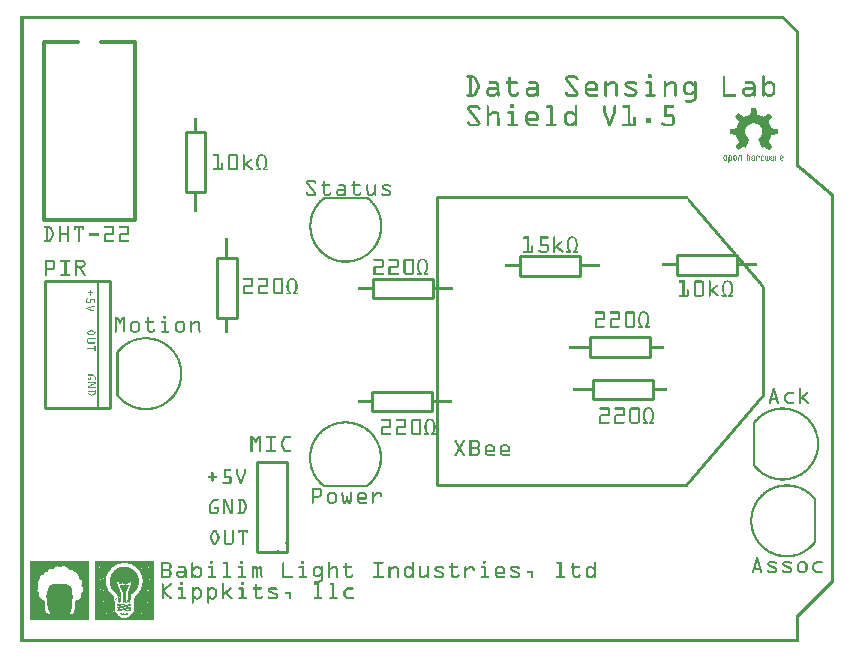
<source format=gto>
G04 MADE WITH FRITZING*
G04 WWW.FRITZING.ORG*
G04 DOUBLE SIDED*
G04 HOLES PLATED*
G04 CONTOUR ON CENTER OF CONTOUR VECTOR*
%ASAXBY*%
%FSLAX23Y23*%
%MOIN*%
%OFA0B0*%
%SFA1.0B1.0*%
%ADD10C,0.010000*%
%ADD11C,0.013889*%
%ADD12C,0.005000*%
%ADD13C,0.007874*%
%ADD14R,0.001000X0.001000*%
%LNSILK1*%
G90*
G70*
G54D10*
X2482Y1192D02*
X2482Y830D01*
D02*
X2482Y830D02*
X2225Y531D01*
D02*
X2225Y531D02*
X1395Y531D01*
D02*
X1395Y531D02*
X1395Y1491D01*
D02*
X1395Y1491D02*
X2225Y1491D01*
D02*
X1903Y1023D02*
X2103Y1023D01*
D02*
X2103Y1023D02*
X2103Y957D01*
D02*
X2103Y957D02*
X1903Y957D01*
D02*
X1903Y957D02*
X1903Y1023D01*
D02*
X1378Y776D02*
X1178Y776D01*
D02*
X1178Y776D02*
X1178Y842D01*
D02*
X1178Y842D02*
X1378Y842D01*
D02*
X1378Y842D02*
X1378Y776D01*
D02*
X1381Y1153D02*
X1181Y1153D01*
D02*
X1181Y1153D02*
X1181Y1219D01*
D02*
X1181Y1219D02*
X1381Y1219D01*
D02*
X1381Y1219D02*
X1381Y1153D01*
D02*
X726Y1286D02*
X726Y1086D01*
D02*
X726Y1086D02*
X660Y1086D01*
D02*
X660Y1086D02*
X660Y1286D01*
D02*
X660Y1286D02*
X726Y1286D01*
D02*
X1914Y882D02*
X2114Y882D01*
D02*
X2114Y882D02*
X2114Y816D01*
D02*
X2114Y816D02*
X1914Y816D01*
D02*
X1914Y816D02*
X1914Y882D01*
G54D11*
D02*
X85Y2007D02*
X85Y1413D01*
D02*
X85Y1413D02*
X388Y1413D01*
D02*
X388Y1413D02*
X388Y2007D01*
D02*
X85Y2007D02*
X199Y2007D01*
D02*
X275Y2007D02*
X388Y2007D01*
G54D10*
D02*
X556Y1506D02*
X556Y1706D01*
D02*
X556Y1706D02*
X622Y1706D01*
D02*
X622Y1706D02*
X622Y1506D01*
D02*
X622Y1506D02*
X556Y1506D01*
D02*
X2393Y1231D02*
X2193Y1231D01*
D02*
X2193Y1231D02*
X2193Y1297D01*
D02*
X2193Y1297D02*
X2393Y1297D01*
D02*
X2393Y1297D02*
X2393Y1231D01*
D02*
X1871Y1229D02*
X1671Y1229D01*
D02*
X1671Y1229D02*
X1671Y1295D01*
D02*
X1671Y1295D02*
X1871Y1295D01*
D02*
X1871Y1295D02*
X1871Y1229D01*
D02*
X894Y308D02*
X894Y608D01*
D02*
X894Y608D02*
X794Y608D01*
D02*
X794Y608D02*
X794Y308D01*
D02*
X794Y308D02*
X894Y308D01*
D02*
X87Y1211D02*
X87Y788D01*
D02*
X87Y788D02*
X303Y788D01*
D02*
X303Y788D02*
X303Y1211D01*
D02*
X303Y1211D02*
X87Y1211D01*
G54D12*
D02*
X263Y788D02*
X263Y1211D01*
G36*
X337Y259D02*
X337Y259D01*
X338Y259D01*
X338Y259D01*
X337Y259D01*
G37*
D02*
G36*
X337Y259D02*
X337Y259D01*
X337Y259D01*
X337Y259D01*
X337Y259D01*
G37*
D02*
G36*
X356Y259D02*
X356Y259D01*
X356Y259D01*
X356Y259D01*
X356Y259D01*
G37*
D02*
G36*
X357Y259D02*
X357Y259D01*
X357Y259D01*
X357Y259D01*
X357Y259D01*
G37*
D02*
G36*
X337Y259D02*
X337Y258D01*
X338Y258D01*
X338Y259D01*
X337Y259D01*
G37*
D02*
G36*
X350Y259D02*
X350Y258D01*
X350Y258D01*
X350Y259D01*
X350Y259D01*
G37*
D02*
G36*
X337Y258D02*
X337Y258D01*
X337Y258D01*
X337Y258D01*
X337Y258D01*
G37*
D02*
G36*
X337Y258D02*
X337Y258D01*
X338Y258D01*
X338Y258D01*
X337Y258D01*
G37*
D02*
G36*
X337Y258D02*
X337Y258D01*
X337Y258D01*
X337Y258D01*
X337Y258D01*
G37*
D02*
G36*
X338Y258D02*
X338Y258D01*
X338Y258D01*
X338Y258D01*
X338Y258D01*
G37*
D02*
G36*
X363Y258D02*
X363Y258D01*
X363Y258D01*
X363Y258D01*
X363Y258D01*
G37*
D02*
G36*
X363Y258D02*
X363Y258D01*
X364Y258D01*
X364Y258D01*
X363Y258D01*
G37*
D02*
G36*
X337Y258D02*
X337Y257D01*
X337Y257D01*
X337Y258D01*
X337Y258D01*
G37*
D02*
G36*
X337Y258D02*
X337Y257D01*
X338Y257D01*
X338Y258D01*
X337Y258D01*
G37*
D02*
G36*
X363Y257D02*
X363Y257D01*
X363Y257D01*
X363Y257D01*
X363Y257D01*
G37*
D02*
G36*
X363Y257D02*
X363Y257D01*
X363Y257D01*
X363Y257D01*
X363Y257D01*
G37*
D02*
G36*
X336Y257D02*
X336Y257D01*
X336Y257D01*
X336Y257D01*
X336Y257D01*
G37*
D02*
G36*
X336Y257D02*
X336Y257D01*
X336Y257D01*
X336Y257D01*
X336Y257D01*
G37*
D02*
G36*
X337Y257D02*
X337Y257D01*
X337Y257D01*
X337Y257D01*
X337Y257D01*
G37*
D02*
G36*
X337Y257D02*
X337Y257D01*
X338Y257D01*
X338Y257D01*
X337Y257D01*
G37*
D02*
G36*
X339Y257D02*
X339Y257D01*
X339Y257D01*
X339Y257D01*
X339Y257D01*
G37*
D02*
G36*
X339Y257D02*
X339Y257D01*
X340Y257D01*
X340Y257D01*
X339Y257D01*
G37*
D02*
G36*
X366Y257D02*
X366Y257D01*
X366Y257D01*
X366Y257D01*
X366Y257D01*
G37*
D02*
G36*
X368Y257D02*
X368Y257D01*
X369Y257D01*
X369Y257D01*
X368Y257D01*
G37*
D02*
G36*
X335Y257D02*
X335Y257D01*
X336Y257D01*
X336Y257D01*
X335Y257D01*
G37*
D02*
G36*
X336Y257D02*
X336Y257D01*
X336Y257D01*
X336Y257D01*
X336Y257D01*
G37*
D02*
G36*
X337Y257D02*
X337Y257D01*
X337Y257D01*
X337Y257D01*
X337Y257D01*
G37*
D02*
G36*
X338Y257D02*
X338Y257D01*
X338Y257D01*
X338Y257D01*
X338Y257D01*
G37*
D02*
G36*
X338Y257D02*
X338Y257D01*
X339Y257D01*
X339Y257D01*
X338Y257D01*
G37*
D02*
G36*
X364Y257D02*
X364Y257D01*
X364Y257D01*
X364Y257D01*
X364Y257D01*
G37*
D02*
G36*
X365Y257D02*
X365Y257D01*
X365Y257D01*
X365Y257D01*
X365Y257D01*
G37*
D02*
G36*
X366Y257D02*
X366Y257D01*
X366Y257D01*
X366Y257D01*
X366Y257D01*
G37*
D02*
G36*
X366Y257D02*
X366Y257D01*
X366Y257D01*
X366Y257D01*
X366Y257D01*
G37*
D02*
G36*
X368Y257D02*
X368Y257D01*
X368Y257D01*
X368Y257D01*
X368Y257D01*
G37*
D02*
G36*
X369Y257D02*
X369Y257D01*
X369Y257D01*
X369Y257D01*
X369Y257D01*
G37*
D02*
G36*
X369Y257D02*
X369Y257D01*
X369Y257D01*
X369Y257D01*
X369Y257D01*
G37*
D02*
G36*
X335Y257D02*
X335Y257D01*
X335Y257D01*
X335Y257D01*
X335Y257D01*
G37*
D02*
G36*
X336Y257D02*
X336Y257D01*
X336Y257D01*
X336Y257D01*
X336Y257D01*
G37*
D02*
G36*
X337Y257D02*
X337Y257D01*
X337Y257D01*
X337Y257D01*
X337Y257D01*
G37*
D02*
G36*
X365Y257D02*
X365Y257D01*
X366Y257D01*
X366Y257D01*
X365Y257D01*
G37*
D02*
G36*
X366Y257D02*
X366Y257D01*
X367Y257D01*
X367Y257D01*
X366Y257D01*
G37*
D02*
G36*
X367Y257D02*
X367Y257D01*
X367Y257D01*
X367Y257D01*
X367Y257D01*
G37*
D02*
G36*
X368Y257D02*
X368Y257D01*
X369Y257D01*
X369Y257D01*
X368Y257D01*
G37*
D02*
G36*
X335Y257D02*
X335Y257D01*
X336Y257D01*
X336Y257D01*
X335Y257D01*
G37*
D02*
G36*
X336Y257D02*
X336Y257D01*
X336Y257D01*
X336Y257D01*
X336Y257D01*
G37*
D02*
G36*
X336Y257D02*
X336Y257D01*
X337Y257D01*
X337Y257D01*
X336Y257D01*
G37*
D02*
G36*
X337Y257D02*
X337Y257D01*
X337Y257D01*
X337Y257D01*
X337Y257D01*
G37*
D02*
G36*
X338Y257D02*
X338Y257D01*
X338Y257D01*
X338Y257D01*
X338Y257D01*
G37*
D02*
G36*
X366Y257D02*
X366Y257D01*
X366Y257D01*
X366Y257D01*
X366Y257D01*
G37*
D02*
G36*
X366Y257D02*
X366Y257D01*
X366Y257D01*
X366Y257D01*
X366Y257D01*
G37*
D02*
G36*
X368Y257D02*
X368Y257D01*
X368Y257D01*
X368Y257D01*
X368Y257D01*
G37*
D02*
G36*
X368Y257D02*
X368Y257D01*
X368Y257D01*
X368Y257D01*
X368Y257D01*
G37*
D02*
G36*
X369Y257D02*
X369Y257D01*
X369Y257D01*
X369Y257D01*
X369Y257D01*
G37*
D02*
G36*
X369Y257D02*
X369Y257D01*
X369Y257D01*
X369Y257D01*
X369Y257D01*
G37*
D02*
G36*
X335Y257D02*
X335Y256D01*
X335Y256D01*
X335Y257D01*
X335Y257D01*
G37*
D02*
G36*
X335Y257D02*
X335Y256D01*
X335Y256D01*
X335Y257D01*
X335Y257D01*
G37*
D02*
G36*
X336Y257D02*
X336Y256D01*
X336Y256D01*
X336Y257D01*
X336Y257D01*
G37*
D02*
G36*
X337Y257D02*
X337Y256D01*
X337Y256D01*
X337Y257D01*
X337Y257D01*
G37*
D02*
G36*
X366Y257D02*
X366Y256D01*
X367Y256D01*
X367Y257D01*
X366Y257D01*
G37*
D02*
G36*
X367Y257D02*
X367Y256D01*
X367Y256D01*
X367Y257D01*
X367Y257D01*
G37*
D02*
G36*
X335Y256D02*
X335Y256D01*
X336Y256D01*
X336Y256D01*
X335Y256D01*
G37*
D02*
G36*
X367Y256D02*
X367Y256D01*
X367Y256D01*
X367Y256D01*
X367Y256D01*
G37*
D02*
G36*
X368Y256D02*
X368Y256D01*
X368Y256D01*
X368Y256D01*
X368Y256D01*
G37*
D02*
G36*
X368Y256D02*
X368Y256D01*
X368Y256D01*
X368Y256D01*
X368Y256D01*
G37*
D02*
G36*
X369Y256D02*
X369Y256D01*
X369Y256D01*
X369Y256D01*
X369Y256D01*
G37*
D02*
G36*
X335Y256D02*
X335Y256D01*
X335Y256D01*
X335Y256D01*
X335Y256D01*
G37*
D02*
G36*
X335Y256D02*
X335Y256D01*
X335Y256D01*
X335Y256D01*
X335Y256D01*
G37*
D02*
G36*
X368Y256D02*
X368Y256D01*
X368Y256D01*
X368Y256D01*
X368Y256D01*
G37*
D02*
G36*
X369Y256D02*
X369Y256D01*
X369Y256D01*
X369Y256D01*
X369Y256D01*
G37*
D02*
G36*
X334Y256D02*
X334Y256D01*
X335Y256D01*
X335Y256D01*
X334Y256D01*
G37*
D02*
G36*
X335Y256D02*
X335Y256D01*
X335Y256D01*
X335Y256D01*
X335Y256D01*
G37*
D02*
G36*
X349Y258D02*
X349Y258D01*
X349Y258D01*
X349Y258D01*
X349Y258D01*
G37*
D02*
G36*
X349Y258D02*
X349Y258D01*
X350Y258D01*
X350Y258D01*
X349Y258D01*
G37*
D02*
G36*
X350Y258D02*
X350Y258D01*
X350Y258D01*
X350Y258D01*
X350Y258D01*
G37*
D02*
G36*
X351Y258D02*
X351Y258D01*
X351Y258D01*
X351Y258D01*
X351Y258D01*
X351Y258D01*
X353Y258D01*
X353Y258D01*
X351Y258D01*
G37*
D02*
G36*
X353Y258D02*
X353Y258D01*
X354Y258D01*
X354Y258D01*
X353Y258D01*
G37*
D02*
G36*
X354Y258D02*
X354Y258D01*
X354Y258D01*
X354Y258D01*
X354Y258D01*
G37*
D02*
G36*
X354Y258D02*
X354Y258D01*
X354Y258D01*
X354Y258D01*
X354Y258D01*
G37*
D02*
G36*
X355Y258D02*
X355Y258D01*
X355Y258D01*
X355Y258D01*
X355Y258D01*
G37*
D02*
G36*
X356Y258D02*
X356Y258D01*
X356Y258D01*
X356Y258D01*
X356Y258D01*
G37*
D02*
G36*
X357Y258D02*
X357Y258D01*
X357Y258D01*
X357Y258D01*
X357Y258D01*
G37*
D02*
G36*
X346Y258D02*
X346Y258D01*
X347Y258D01*
X347Y258D01*
X346Y258D01*
G37*
D02*
G36*
X347Y258D02*
X347Y258D01*
X351Y258D01*
X351Y258D01*
X347Y258D01*
G37*
D02*
G36*
X347Y258D02*
X347Y258D01*
X351Y258D01*
X351Y258D01*
X347Y258D01*
G37*
D02*
G36*
X347Y258D02*
X347Y258D01*
X351Y258D01*
X351Y258D01*
X347Y258D01*
G37*
D02*
G36*
X347Y258D02*
X347Y258D01*
X351Y258D01*
X351Y258D01*
X347Y258D01*
G37*
D02*
G36*
X351Y258D02*
X351Y258D01*
X356Y258D01*
X356Y258D01*
X351Y258D01*
G37*
D02*
G36*
X351Y258D02*
X351Y258D01*
X356Y258D01*
X356Y258D01*
X351Y258D01*
G37*
D02*
G36*
X351Y258D02*
X351Y258D01*
X356Y258D01*
X356Y258D01*
X351Y258D01*
G37*
D02*
G36*
X351Y258D02*
X351Y258D01*
X356Y258D01*
X356Y258D01*
X351Y258D01*
G37*
D02*
G36*
X351Y258D02*
X351Y258D01*
X356Y258D01*
X356Y258D01*
X351Y258D01*
G37*
D02*
G36*
X351Y258D02*
X351Y258D01*
X356Y258D01*
X356Y258D01*
X351Y258D01*
G37*
D02*
G36*
X345Y258D02*
X345Y258D01*
X345Y258D01*
X345Y258D01*
X345Y258D01*
G37*
D02*
G36*
X345Y258D02*
X345Y258D01*
X351Y258D01*
X351Y258D01*
X345Y258D01*
G37*
D02*
G36*
X345Y258D02*
X345Y258D01*
X351Y258D01*
X351Y258D01*
X345Y258D01*
G37*
D02*
G36*
X351Y258D02*
X351Y258D01*
X358Y258D01*
X358Y258D01*
X351Y258D01*
G37*
D02*
G36*
X351Y258D02*
X351Y258D01*
X358Y258D01*
X358Y258D01*
X351Y258D01*
G37*
D02*
G36*
X351Y258D02*
X351Y258D01*
X358Y258D01*
X358Y258D01*
X351Y258D01*
G37*
D02*
G36*
X351Y258D02*
X351Y258D01*
X358Y258D01*
X358Y258D01*
X351Y258D01*
G37*
D02*
G36*
X358Y258D02*
X358Y258D01*
X359Y258D01*
X359Y258D01*
X358Y258D01*
G37*
D02*
G36*
X344Y258D02*
X344Y258D01*
X344Y258D01*
X344Y258D01*
X344Y258D01*
G37*
D02*
G36*
X344Y258D02*
X344Y258D01*
X360Y258D01*
X360Y258D01*
X344Y258D01*
G37*
D02*
G36*
X344Y258D02*
X344Y258D01*
X360Y258D01*
X360Y258D01*
X344Y258D01*
G37*
D02*
G36*
X344Y258D02*
X344Y258D01*
X360Y258D01*
X360Y258D01*
X344Y258D01*
G37*
D02*
G36*
X344Y258D02*
X344Y258D01*
X360Y258D01*
X360Y258D01*
X344Y258D01*
G37*
D02*
G36*
X360Y258D02*
X360Y258D01*
X360Y258D01*
X360Y258D01*
X360Y258D01*
G37*
D02*
G36*
X343Y258D02*
X343Y257D01*
X343Y257D01*
X343Y258D01*
X343Y258D01*
G37*
D02*
G36*
X343Y258D02*
X343Y257D01*
X349Y257D01*
X349Y258D01*
X343Y258D01*
G37*
D02*
G36*
X343Y258D02*
X343Y257D01*
X349Y257D01*
X349Y258D01*
X343Y258D01*
G37*
D02*
G36*
X350Y258D02*
X350Y257D01*
X350Y257D01*
X350Y258D01*
X350Y258D01*
G37*
D02*
G36*
X350Y258D02*
X350Y257D01*
X351Y257D01*
X351Y258D01*
X350Y258D01*
G37*
D02*
G36*
X352Y258D02*
X352Y257D01*
X352Y257D01*
X352Y257D01*
X354Y257D01*
X354Y257D01*
X356Y257D01*
X356Y258D01*
X352Y258D01*
G37*
D02*
G36*
X356Y258D02*
X356Y257D01*
X361Y257D01*
X361Y258D01*
X356Y258D01*
G37*
D02*
G36*
X356Y258D02*
X356Y257D01*
X361Y257D01*
X361Y258D01*
X356Y258D01*
G37*
D02*
G36*
X342Y257D02*
X342Y257D01*
X345Y257D01*
X345Y257D01*
X342Y257D01*
G37*
D02*
G36*
X342Y257D02*
X342Y257D01*
X345Y257D01*
X345Y257D01*
X342Y257D01*
G37*
D02*
G36*
X346Y257D02*
X346Y257D01*
X346Y257D01*
X346Y257D01*
X346Y257D01*
G37*
D02*
G36*
X346Y257D02*
X346Y257D01*
X348Y257D01*
X348Y257D01*
X346Y257D01*
G37*
D02*
G36*
X348Y257D02*
X348Y257D01*
X350Y257D01*
X350Y257D01*
X348Y257D01*
G37*
D02*
G36*
X348Y257D02*
X348Y257D01*
X350Y257D01*
X350Y257D01*
X348Y257D01*
G37*
D02*
G36*
X350Y257D02*
X350Y257D01*
X352Y257D01*
X352Y257D01*
X350Y257D01*
G37*
D02*
G36*
X350Y257D02*
X350Y257D01*
X352Y257D01*
X352Y257D01*
X350Y257D01*
G37*
D02*
G36*
X350Y257D02*
X350Y257D01*
X352Y257D01*
X352Y257D01*
X350Y257D01*
G37*
D02*
G36*
X354Y257D02*
X354Y257D01*
X357Y257D01*
X357Y257D01*
X354Y257D01*
G37*
D02*
G36*
X354Y257D02*
X354Y257D01*
X357Y257D01*
X357Y257D01*
X354Y257D01*
G37*
D02*
G36*
X357Y257D02*
X357Y257D01*
X358Y257D01*
X358Y257D01*
X360Y257D01*
X360Y257D01*
X361Y257D01*
X361Y257D01*
X357Y257D01*
G37*
D02*
G36*
X361Y257D02*
X361Y257D01*
X362Y257D01*
X362Y257D01*
X361Y257D01*
G37*
D02*
G36*
X341Y257D02*
X341Y257D01*
X340Y257D01*
X340Y257D01*
X341Y257D01*
X341Y257D01*
X343Y257D01*
X343Y257D01*
X341Y257D01*
G37*
D02*
G36*
X343Y257D02*
X343Y257D01*
X349Y257D01*
X349Y257D01*
X343Y257D01*
G37*
D02*
G36*
X343Y257D02*
X343Y257D01*
X349Y257D01*
X349Y257D01*
X343Y257D01*
G37*
D02*
G36*
X343Y257D02*
X343Y257D01*
X349Y257D01*
X349Y257D01*
X343Y257D01*
G37*
D02*
G36*
X343Y257D02*
X343Y257D01*
X349Y257D01*
X349Y257D01*
X343Y257D01*
G37*
D02*
G36*
X349Y257D02*
X349Y257D01*
X349Y257D01*
X349Y257D01*
X349Y257D01*
G37*
D02*
G36*
X349Y257D02*
X349Y257D01*
X353Y257D01*
X353Y257D01*
X349Y257D01*
G37*
D02*
G36*
X349Y257D02*
X349Y257D01*
X353Y257D01*
X353Y257D01*
X349Y257D01*
G37*
D02*
G36*
X349Y257D02*
X349Y257D01*
X353Y257D01*
X353Y257D01*
X349Y257D01*
G37*
D02*
G36*
X354Y257D02*
X354Y257D01*
X355Y257D01*
X355Y257D01*
X354Y257D01*
G37*
D02*
G36*
X354Y257D02*
X354Y257D01*
X355Y257D01*
X355Y257D01*
X354Y257D01*
G37*
D02*
G36*
X355Y257D02*
X355Y257D01*
X358Y257D01*
X358Y257D01*
X355Y257D01*
G37*
D02*
G36*
X355Y257D02*
X355Y257D01*
X358Y257D01*
X358Y257D01*
X355Y257D01*
G37*
D02*
G36*
X360Y257D02*
X360Y257D01*
X363Y257D01*
X363Y257D01*
X360Y257D01*
G37*
D02*
G36*
X360Y257D02*
X360Y257D01*
X363Y257D01*
X363Y257D01*
X360Y257D01*
G37*
D02*
G36*
X363Y257D02*
X363Y257D01*
X364Y257D01*
X364Y257D01*
X363Y257D01*
G37*
D02*
G36*
X340Y257D02*
X340Y257D01*
X340Y257D01*
X340Y257D01*
X340Y257D01*
G37*
D02*
G36*
X341Y257D02*
X341Y257D01*
X347Y257D01*
X347Y257D01*
X341Y257D01*
G37*
D02*
G36*
X341Y257D02*
X341Y257D01*
X347Y257D01*
X347Y257D01*
X341Y257D01*
G37*
D02*
G36*
X347Y257D02*
X347Y257D01*
X347Y257D01*
X347Y257D01*
X347Y257D01*
G37*
D02*
G36*
X348Y257D02*
X348Y257D01*
X352Y257D01*
X352Y257D01*
X348Y257D01*
G37*
D02*
G36*
X348Y257D02*
X348Y257D01*
X352Y257D01*
X352Y257D01*
X348Y257D01*
G37*
D02*
G36*
X348Y257D02*
X348Y257D01*
X352Y257D01*
X352Y257D01*
X348Y257D01*
G37*
D02*
G36*
X352Y257D02*
X352Y257D01*
X353Y257D01*
X353Y257D01*
X352Y257D01*
G37*
D02*
G36*
X353Y257D02*
X353Y257D01*
X356Y257D01*
X356Y257D01*
X353Y257D01*
G37*
D02*
G36*
X353Y257D02*
X353Y257D01*
X356Y257D01*
X356Y257D01*
X353Y257D01*
G37*
D02*
G36*
X353Y257D02*
X353Y257D01*
X356Y257D01*
X356Y257D01*
X353Y257D01*
G37*
D02*
G36*
X356Y257D02*
X356Y257D01*
X360Y257D01*
X360Y257D01*
X356Y257D01*
G37*
D02*
G36*
X356Y257D02*
X356Y257D01*
X360Y257D01*
X360Y257D01*
X356Y257D01*
G37*
D02*
G36*
X360Y257D02*
X360Y257D01*
X364Y257D01*
X364Y257D01*
X360Y257D01*
G37*
D02*
G36*
X360Y257D02*
X360Y257D01*
X364Y257D01*
X364Y257D01*
X360Y257D01*
G37*
D02*
G36*
X360Y257D02*
X360Y257D01*
X364Y257D01*
X364Y257D01*
X360Y257D01*
G37*
D02*
G36*
X364Y257D02*
X364Y257D01*
X364Y257D01*
X364Y257D01*
X364Y257D01*
G37*
D02*
G36*
X339Y257D02*
X339Y257D01*
X339Y257D01*
X339Y257D01*
X339Y257D01*
G37*
D02*
G36*
X339Y257D02*
X339Y257D01*
X339Y257D01*
X339Y257D01*
X339Y257D01*
G37*
D02*
G36*
X339Y257D02*
X339Y257D01*
X362Y257D01*
X362Y257D01*
X339Y257D01*
G37*
D02*
G36*
X339Y257D02*
X339Y257D01*
X362Y257D01*
X362Y257D01*
X339Y257D01*
G37*
D02*
G36*
X339Y257D02*
X339Y257D01*
X362Y257D01*
X362Y257D01*
X339Y257D01*
G37*
D02*
G36*
X339Y257D02*
X339Y257D01*
X362Y257D01*
X362Y257D01*
X339Y257D01*
G37*
D02*
G36*
X339Y257D02*
X339Y257D01*
X362Y257D01*
X362Y257D01*
X339Y257D01*
G37*
D02*
G36*
X339Y257D02*
X339Y257D01*
X362Y257D01*
X362Y257D01*
X339Y257D01*
G37*
D02*
G36*
X339Y257D02*
X339Y257D01*
X362Y257D01*
X362Y257D01*
X339Y257D01*
G37*
D02*
G36*
X339Y257D02*
X339Y257D01*
X362Y257D01*
X362Y257D01*
X339Y257D01*
G37*
D02*
G36*
X339Y257D02*
X339Y257D01*
X362Y257D01*
X362Y257D01*
X339Y257D01*
G37*
D02*
G36*
X362Y257D02*
X362Y257D01*
X364Y257D01*
X364Y257D01*
X362Y257D01*
G37*
D02*
G36*
X362Y257D02*
X362Y257D01*
X364Y257D01*
X364Y257D01*
X362Y257D01*
G37*
D02*
G36*
X364Y257D02*
X364Y257D01*
X365Y257D01*
X365Y257D01*
X364Y257D01*
G37*
D02*
G36*
X365Y257D02*
X365Y257D01*
X365Y257D01*
X365Y257D01*
X365Y257D01*
G37*
D02*
G36*
X338Y257D02*
X338Y257D01*
X338Y257D01*
X338Y257D01*
X338Y257D01*
G37*
D02*
G36*
X339Y257D02*
X339Y257D01*
X344Y257D01*
X344Y257D01*
X339Y257D01*
G37*
D02*
G36*
X339Y257D02*
X339Y257D01*
X344Y257D01*
X344Y257D01*
X339Y257D01*
G37*
D02*
G36*
X339Y257D02*
X339Y257D01*
X344Y257D01*
X344Y257D01*
X339Y257D01*
G37*
D02*
G36*
X344Y257D02*
X344Y257D01*
X347Y257D01*
X347Y257D01*
X344Y257D01*
G37*
D02*
G36*
X347Y257D02*
X347Y257D01*
X350Y257D01*
X350Y257D01*
X347Y257D01*
G37*
D02*
G36*
X350Y257D02*
X350Y257D01*
X353Y257D01*
X353Y257D01*
X350Y257D01*
G37*
D02*
G36*
X353Y257D02*
X353Y257D01*
X356Y257D01*
X356Y257D01*
X353Y257D01*
G37*
D02*
G36*
X356Y257D02*
X356Y257D01*
X359Y257D01*
X359Y257D01*
X356Y257D01*
G37*
D02*
G36*
X359Y257D02*
X359Y257D01*
X365Y257D01*
X365Y257D01*
X359Y257D01*
G37*
D02*
G36*
X359Y257D02*
X359Y257D01*
X365Y257D01*
X365Y257D01*
X359Y257D01*
G37*
D02*
G36*
X359Y257D02*
X359Y257D01*
X365Y257D01*
X365Y257D01*
X359Y257D01*
G37*
D02*
G36*
X359Y257D02*
X359Y257D01*
X365Y257D01*
X365Y257D01*
X359Y257D01*
G37*
D02*
G36*
X365Y257D02*
X365Y257D01*
X365Y257D01*
X365Y257D01*
X365Y257D01*
G37*
D02*
G36*
X338Y257D02*
X338Y256D01*
X342Y256D01*
X342Y257D01*
X338Y257D01*
G37*
D02*
G36*
X338Y257D02*
X338Y256D01*
X342Y256D01*
X342Y257D01*
X338Y257D01*
G37*
D02*
G36*
X342Y257D02*
X342Y256D01*
X345Y256D01*
X345Y257D01*
X342Y257D01*
G37*
D02*
G36*
X342Y257D02*
X342Y256D01*
X345Y256D01*
X345Y257D01*
X342Y257D01*
G37*
D02*
G36*
X346Y257D02*
X346Y256D01*
X348Y256D01*
X348Y257D01*
X346Y257D01*
G37*
D02*
G36*
X346Y257D02*
X346Y256D01*
X348Y256D01*
X348Y257D01*
X346Y257D01*
G37*
D02*
G36*
X349Y257D02*
X349Y256D01*
X352Y256D01*
X352Y257D01*
X349Y257D01*
G37*
D02*
G36*
X349Y257D02*
X349Y256D01*
X352Y256D01*
X352Y257D01*
X349Y257D01*
G37*
D02*
G36*
X352Y257D02*
X352Y256D01*
X355Y256D01*
X355Y257D01*
X352Y257D01*
G37*
D02*
G36*
X352Y257D02*
X352Y256D01*
X355Y256D01*
X355Y257D01*
X352Y257D01*
G37*
D02*
G36*
X355Y257D02*
X355Y256D01*
X357Y256D01*
X357Y257D01*
X355Y257D01*
G37*
D02*
G36*
X355Y257D02*
X355Y256D01*
X357Y256D01*
X357Y257D01*
X355Y257D01*
G37*
D02*
G36*
X358Y257D02*
X358Y256D01*
X366Y256D01*
X366Y257D01*
X358Y257D01*
G37*
D02*
G36*
X358Y257D02*
X358Y256D01*
X366Y256D01*
X366Y257D01*
X358Y257D01*
G37*
D02*
G36*
X358Y257D02*
X358Y256D01*
X366Y256D01*
X366Y257D01*
X358Y257D01*
G37*
D02*
G36*
X337Y256D02*
X337Y256D01*
X337Y256D01*
X337Y256D01*
X337Y256D01*
G37*
D02*
G36*
X337Y256D02*
X337Y256D01*
X339Y256D01*
X339Y256D01*
X337Y256D01*
G37*
D02*
G36*
X339Y256D02*
X339Y256D01*
X339Y256D01*
X339Y256D01*
X339Y256D01*
G37*
D02*
G36*
X339Y256D02*
X339Y256D01*
X341Y256D01*
X341Y256D01*
X339Y256D01*
G37*
D02*
G36*
X341Y256D02*
X341Y256D01*
X342Y256D01*
X342Y256D01*
X341Y256D01*
G37*
D02*
G36*
X342Y256D02*
X342Y256D01*
X343Y256D01*
X343Y256D01*
X342Y256D01*
G37*
D02*
G36*
X342Y256D02*
X342Y256D01*
X343Y256D01*
X343Y256D01*
X342Y256D01*
G37*
D02*
G36*
X343Y256D02*
X343Y256D01*
X345Y256D01*
X345Y256D01*
X343Y256D01*
G37*
D02*
G36*
X345Y256D02*
X345Y256D01*
X346Y256D01*
X346Y256D01*
X345Y256D01*
G37*
D02*
G36*
X345Y256D02*
X345Y256D01*
X346Y256D01*
X346Y256D01*
X345Y256D01*
G37*
D02*
G36*
X346Y256D02*
X346Y256D01*
X351Y256D01*
X351Y256D01*
X346Y256D01*
G37*
D02*
G36*
X346Y256D02*
X346Y256D01*
X351Y256D01*
X351Y256D01*
X346Y256D01*
G37*
D02*
G36*
X352Y256D02*
X352Y256D01*
X353Y256D01*
X353Y256D01*
X352Y256D01*
G37*
D02*
G36*
X352Y256D02*
X352Y256D01*
X353Y256D01*
X353Y256D01*
X352Y256D01*
G37*
D02*
G36*
X353Y256D02*
X353Y256D01*
X354Y256D01*
X354Y256D01*
X353Y256D01*
G37*
D02*
G36*
X354Y256D02*
X354Y256D01*
X357Y256D01*
X357Y256D01*
X354Y256D01*
G37*
D02*
G36*
X354Y256D02*
X354Y256D01*
X357Y256D01*
X357Y256D01*
X354Y256D01*
G37*
D02*
G36*
X357Y256D02*
X357Y256D01*
X359Y256D01*
X359Y256D01*
X357Y256D01*
G37*
D02*
G36*
X357Y256D02*
X357Y256D01*
X359Y256D01*
X359Y256D01*
X357Y256D01*
G37*
D02*
G36*
X359Y256D02*
X359Y256D01*
X361Y256D01*
X361Y256D01*
X359Y256D01*
G37*
D02*
G36*
X361Y256D02*
X361Y256D01*
X364Y256D01*
X364Y256D01*
X361Y256D01*
G37*
D02*
G36*
X364Y256D02*
X364Y256D01*
X365Y256D01*
X365Y256D01*
X367Y256D01*
X367Y256D01*
X366Y256D01*
X366Y256D01*
X364Y256D01*
G37*
D02*
G36*
X337Y256D02*
X337Y256D01*
X348Y256D01*
X348Y256D01*
X337Y256D01*
G37*
D02*
G36*
X337Y256D02*
X337Y256D01*
X348Y256D01*
X348Y256D01*
X337Y256D01*
G37*
D02*
G36*
X337Y256D02*
X337Y256D01*
X348Y256D01*
X348Y256D01*
X337Y256D01*
G37*
D02*
G36*
X337Y256D02*
X337Y256D01*
X348Y256D01*
X348Y256D01*
X337Y256D01*
G37*
D02*
G36*
X337Y256D02*
X337Y256D01*
X348Y256D01*
X348Y256D01*
X337Y256D01*
G37*
D02*
G36*
X337Y256D02*
X337Y256D01*
X348Y256D01*
X348Y256D01*
X337Y256D01*
G37*
D02*
G36*
X337Y256D02*
X337Y256D01*
X348Y256D01*
X348Y256D01*
X337Y256D01*
G37*
D02*
G36*
X337Y256D02*
X337Y256D01*
X348Y256D01*
X348Y256D01*
X337Y256D01*
G37*
D02*
G36*
X337Y256D02*
X337Y256D01*
X348Y256D01*
X348Y256D01*
X337Y256D01*
G37*
D02*
G36*
X349Y256D02*
X349Y256D01*
X349Y256D01*
X349Y256D01*
X349Y256D01*
G37*
D02*
G36*
X349Y256D02*
X349Y256D01*
X350Y256D01*
X350Y256D01*
X349Y256D01*
G37*
D02*
G36*
X350Y256D02*
X350Y256D01*
X358Y256D01*
X358Y256D01*
X350Y256D01*
G37*
D02*
G36*
X350Y256D02*
X350Y256D01*
X358Y256D01*
X358Y256D01*
X350Y256D01*
G37*
D02*
G36*
X350Y256D02*
X350Y256D01*
X358Y256D01*
X358Y256D01*
X350Y256D01*
G37*
D02*
G36*
X350Y256D02*
X350Y256D01*
X358Y256D01*
X358Y256D01*
X350Y256D01*
G37*
D02*
G36*
X350Y256D02*
X350Y256D01*
X358Y256D01*
X358Y256D01*
X350Y256D01*
G37*
D02*
G36*
X358Y256D02*
X358Y256D01*
X363Y256D01*
X363Y256D01*
X358Y256D01*
G37*
D02*
G36*
X358Y256D02*
X358Y256D01*
X363Y256D01*
X363Y256D01*
X358Y256D01*
G37*
D02*
G36*
X358Y256D02*
X358Y256D01*
X363Y256D01*
X363Y256D01*
X358Y256D01*
G37*
D02*
G36*
X363Y256D02*
X363Y256D01*
X365Y256D01*
X365Y256D01*
X363Y256D01*
G37*
D02*
G36*
X363Y256D02*
X363Y256D01*
X365Y256D01*
X365Y256D01*
X363Y256D01*
G37*
D02*
G36*
X336Y256D02*
X336Y256D01*
X336Y256D01*
X336Y256D01*
X337Y256D01*
X337Y256D01*
X339Y256D01*
X339Y256D01*
X336Y256D01*
G37*
D02*
G36*
X339Y256D02*
X339Y256D01*
X340Y256D01*
X340Y256D01*
X339Y256D01*
G37*
D02*
G36*
X340Y256D02*
X340Y256D01*
X341Y256D01*
X341Y256D01*
X340Y256D01*
G37*
D02*
G36*
X342Y256D02*
X342Y256D01*
X343Y256D01*
X343Y256D01*
X342Y256D01*
G37*
D02*
G36*
X343Y256D02*
X343Y256D01*
X345Y256D01*
X345Y256D01*
X343Y256D01*
G37*
D02*
G36*
X345Y256D02*
X345Y256D01*
X346Y256D01*
X346Y256D01*
X345Y256D01*
G37*
D02*
G36*
X346Y256D02*
X346Y256D01*
X351Y256D01*
X351Y256D01*
X346Y256D01*
G37*
D02*
G36*
X346Y256D02*
X346Y256D01*
X351Y256D01*
X351Y256D01*
X346Y256D01*
G37*
D02*
G36*
X346Y256D02*
X346Y256D01*
X351Y256D01*
X351Y256D01*
X346Y256D01*
G37*
D02*
G36*
X346Y256D02*
X346Y256D01*
X351Y256D01*
X351Y256D01*
X346Y256D01*
G37*
D02*
G36*
X352Y256D02*
X352Y256D01*
X353Y256D01*
X353Y256D01*
X354Y256D01*
X354Y256D01*
X355Y256D01*
X355Y256D01*
X352Y256D01*
G37*
D02*
G36*
X355Y256D02*
X355Y256D01*
X359Y256D01*
X359Y256D01*
X355Y256D01*
G37*
D02*
G36*
X355Y256D02*
X355Y256D01*
X359Y256D01*
X359Y256D01*
X355Y256D01*
G37*
D02*
G36*
X359Y256D02*
X359Y256D01*
X360Y256D01*
X360Y256D01*
X359Y256D01*
G37*
D02*
G36*
X360Y256D02*
X360Y256D01*
X364Y256D01*
X364Y256D01*
X360Y256D01*
G37*
D02*
G36*
X360Y256D02*
X360Y256D01*
X364Y256D01*
X364Y256D01*
X360Y256D01*
G37*
D02*
G36*
X364Y256D02*
X364Y256D01*
X368Y256D01*
X368Y256D01*
X364Y256D01*
G37*
D02*
G36*
X364Y256D02*
X364Y256D01*
X368Y256D01*
X368Y256D01*
X364Y256D01*
G37*
D02*
G36*
X368Y256D02*
X368Y256D01*
X368Y256D01*
X368Y256D01*
X368Y256D01*
G37*
D02*
G36*
X337Y256D02*
X337Y256D01*
X349Y256D01*
X349Y256D01*
X337Y256D01*
G37*
D02*
G36*
X337Y256D02*
X337Y256D01*
X349Y256D01*
X349Y256D01*
X337Y256D01*
G37*
D02*
G36*
X337Y256D02*
X337Y256D01*
X349Y256D01*
X349Y256D01*
X337Y256D01*
G37*
D02*
G36*
X337Y256D02*
X337Y256D01*
X349Y256D01*
X349Y256D01*
X337Y256D01*
G37*
D02*
G36*
X337Y256D02*
X337Y256D01*
X349Y256D01*
X349Y256D01*
X337Y256D01*
G37*
D02*
G36*
X337Y256D02*
X337Y256D01*
X349Y256D01*
X349Y256D01*
X337Y256D01*
G37*
D02*
G36*
X337Y256D02*
X337Y256D01*
X349Y256D01*
X349Y256D01*
X337Y256D01*
G37*
D02*
G36*
X349Y256D02*
X349Y256D01*
X350Y256D01*
X350Y256D01*
X349Y256D01*
G37*
D02*
G36*
X351Y256D02*
X351Y256D01*
X352Y256D01*
X352Y256D01*
X351Y256D01*
G37*
D02*
G36*
X351Y256D02*
X351Y256D01*
X352Y256D01*
X352Y256D01*
X351Y256D01*
G37*
D02*
G36*
X354Y256D02*
X354Y256D01*
X357Y256D01*
X357Y256D01*
X354Y256D01*
G37*
D02*
G36*
X354Y256D02*
X354Y256D01*
X357Y256D01*
X357Y256D01*
X354Y256D01*
G37*
D02*
G36*
X357Y256D02*
X357Y256D01*
X362Y256D01*
X362Y256D01*
X357Y256D01*
G37*
D02*
G36*
X357Y256D02*
X357Y256D01*
X362Y256D01*
X362Y256D01*
X357Y256D01*
G37*
D02*
G36*
X357Y256D02*
X357Y256D01*
X362Y256D01*
X362Y256D01*
X357Y256D01*
G37*
D02*
G36*
X362Y256D02*
X362Y256D01*
X364Y256D01*
X364Y256D01*
X362Y256D01*
G37*
D02*
G36*
X364Y256D02*
X364Y256D01*
X365Y256D01*
X365Y256D01*
X364Y256D01*
G37*
D02*
G36*
X364Y256D02*
X364Y256D01*
X365Y256D01*
X365Y256D01*
X364Y256D01*
G37*
D02*
G36*
X365Y256D02*
X365Y256D01*
X368Y256D01*
X368Y256D01*
X365Y256D01*
G37*
D02*
G36*
X365Y256D02*
X365Y256D01*
X368Y256D01*
X368Y256D01*
X365Y256D01*
G37*
D02*
G36*
X368Y256D02*
X368Y256D01*
X368Y256D01*
X368Y256D01*
X368Y256D01*
G37*
D02*
G36*
X335Y256D02*
X335Y255D01*
X335Y255D01*
X335Y256D01*
X335Y256D01*
G37*
D02*
G36*
X335Y256D02*
X335Y255D01*
X339Y255D01*
X339Y256D01*
X335Y256D01*
G37*
D02*
G36*
X335Y256D02*
X335Y255D01*
X339Y255D01*
X339Y256D01*
X335Y256D01*
G37*
D02*
G36*
X339Y256D02*
X339Y255D01*
X340Y255D01*
X340Y256D01*
X339Y256D01*
G37*
D02*
G36*
X340Y256D02*
X340Y255D01*
X341Y255D01*
X341Y256D01*
X340Y256D01*
G37*
D02*
G36*
X341Y256D02*
X341Y255D01*
X342Y255D01*
X342Y255D01*
X343Y255D01*
X343Y255D01*
X345Y255D01*
X345Y256D01*
X341Y256D01*
G37*
D02*
G36*
X345Y256D02*
X345Y255D01*
X355Y255D01*
X355Y256D01*
X345Y256D01*
G37*
D02*
G36*
X345Y256D02*
X345Y255D01*
X355Y255D01*
X355Y256D01*
X345Y256D01*
G37*
D02*
G36*
X345Y256D02*
X345Y255D01*
X355Y255D01*
X355Y256D01*
X345Y256D01*
G37*
D02*
G36*
X345Y256D02*
X345Y255D01*
X355Y255D01*
X355Y256D01*
X345Y256D01*
G37*
D02*
G36*
X345Y256D02*
X345Y255D01*
X355Y255D01*
X355Y256D01*
X345Y256D01*
G37*
D02*
G36*
X355Y256D02*
X355Y255D01*
X367Y255D01*
X367Y256D01*
X355Y256D01*
G37*
D02*
G36*
X355Y256D02*
X355Y255D01*
X367Y255D01*
X367Y256D01*
X355Y256D01*
G37*
D02*
G36*
X355Y256D02*
X355Y255D01*
X367Y255D01*
X367Y256D01*
X355Y256D01*
G37*
D02*
G36*
X355Y256D02*
X355Y255D01*
X367Y255D01*
X367Y256D01*
X355Y256D01*
G37*
D02*
G36*
X355Y256D02*
X355Y255D01*
X367Y255D01*
X367Y256D01*
X355Y256D01*
G37*
D02*
G36*
X367Y256D02*
X367Y255D01*
X369Y255D01*
X369Y256D01*
X367Y256D01*
G37*
D02*
G36*
X367Y256D02*
X367Y255D01*
X369Y255D01*
X369Y256D01*
X367Y256D01*
G37*
D02*
G36*
X334Y255D02*
X334Y255D01*
X341Y255D01*
X341Y255D01*
X334Y255D01*
G37*
D02*
G36*
X334Y255D02*
X334Y255D01*
X341Y255D01*
X341Y255D01*
X334Y255D01*
G37*
D02*
G36*
X334Y255D02*
X334Y255D01*
X341Y255D01*
X341Y255D01*
X334Y255D01*
G37*
D02*
G36*
X334Y255D02*
X334Y255D01*
X341Y255D01*
X341Y255D01*
X334Y255D01*
G37*
D02*
G36*
X334Y255D02*
X334Y255D01*
X341Y255D01*
X341Y255D01*
X334Y255D01*
G37*
D02*
G36*
X343Y255D02*
X343Y255D01*
X347Y255D01*
X347Y255D01*
X343Y255D01*
G37*
D02*
G36*
X343Y255D02*
X343Y255D01*
X347Y255D01*
X347Y255D01*
X343Y255D01*
G37*
D02*
G36*
X348Y255D02*
X348Y255D01*
X350Y255D01*
X350Y255D01*
X348Y255D01*
G37*
D02*
G36*
X350Y255D02*
X350Y255D01*
X351Y255D01*
X351Y255D01*
X350Y255D01*
G37*
D02*
G36*
X352Y255D02*
X352Y255D01*
X358Y255D01*
X358Y255D01*
X352Y255D01*
G37*
D02*
G36*
X352Y255D02*
X352Y255D01*
X358Y255D01*
X358Y255D01*
X352Y255D01*
G37*
D02*
G36*
X358Y255D02*
X358Y255D01*
X360Y255D01*
X360Y255D01*
X358Y255D01*
G37*
D02*
G36*
X360Y255D02*
X360Y255D01*
X368Y255D01*
X368Y255D01*
X360Y255D01*
G37*
D02*
G36*
X360Y255D02*
X360Y255D01*
X368Y255D01*
X368Y255D01*
X360Y255D01*
G37*
D02*
G36*
X368Y255D02*
X368Y255D01*
X369Y255D01*
X369Y255D01*
X368Y255D01*
G37*
D02*
G36*
X369Y255D02*
X369Y255D01*
X369Y255D01*
X369Y255D01*
X369Y255D01*
G37*
D02*
G36*
X334Y255D02*
X334Y255D01*
X334Y255D01*
X334Y255D01*
X336Y255D01*
X336Y255D01*
X336Y255D01*
X336Y255D01*
X337Y255D01*
X337Y255D01*
X340Y255D01*
X340Y255D01*
X334Y255D01*
G37*
D02*
G36*
X340Y255D02*
X340Y255D01*
X340Y255D01*
X340Y255D01*
X340Y255D01*
G37*
D02*
G36*
X341Y255D02*
X341Y255D01*
X346Y255D01*
X346Y255D01*
X341Y255D01*
G37*
D02*
G36*
X341Y255D02*
X341Y255D01*
X346Y255D01*
X346Y255D01*
X341Y255D01*
G37*
D02*
G36*
X341Y255D02*
X341Y255D01*
X346Y255D01*
X346Y255D01*
X341Y255D01*
G37*
D02*
G36*
X346Y255D02*
X346Y255D01*
X348Y255D01*
X348Y255D01*
X346Y255D01*
G37*
D02*
G36*
X346Y255D02*
X346Y255D01*
X348Y255D01*
X348Y255D01*
X346Y255D01*
G37*
D02*
G36*
X348Y255D02*
X348Y255D01*
X354Y255D01*
X354Y255D01*
X348Y255D01*
G37*
D02*
G36*
X348Y255D02*
X348Y255D01*
X354Y255D01*
X354Y255D01*
X348Y255D01*
G37*
D02*
G36*
X348Y255D02*
X348Y255D01*
X354Y255D01*
X354Y255D01*
X348Y255D01*
G37*
D02*
G36*
X354Y255D02*
X354Y255D01*
X357Y255D01*
X357Y255D01*
X354Y255D01*
G37*
D02*
G36*
X357Y255D02*
X357Y255D01*
X361Y255D01*
X361Y255D01*
X357Y255D01*
G37*
D02*
G36*
X357Y255D02*
X357Y255D01*
X361Y255D01*
X361Y255D01*
X357Y255D01*
G37*
D02*
G36*
X357Y255D02*
X357Y255D01*
X361Y255D01*
X361Y255D01*
X357Y255D01*
G37*
D02*
G36*
X362Y255D02*
X362Y255D01*
X364Y255D01*
X364Y255D01*
X362Y255D01*
G37*
D02*
G36*
X364Y255D02*
X364Y255D01*
X366Y255D01*
X366Y255D01*
X364Y255D01*
G37*
D02*
G36*
X367Y255D02*
X367Y255D01*
X370Y255D01*
X370Y255D01*
X367Y255D01*
G37*
D02*
G36*
X367Y255D02*
X367Y255D01*
X370Y255D01*
X370Y255D01*
X367Y255D01*
G37*
D02*
G36*
X367Y255D02*
X367Y255D01*
X370Y255D01*
X370Y255D01*
X367Y255D01*
G37*
D02*
G36*
X334Y255D02*
X334Y255D01*
X334Y255D01*
X334Y255D01*
X334Y255D01*
G37*
D02*
G36*
X337Y255D02*
X337Y255D01*
X345Y255D01*
X345Y255D01*
X337Y255D01*
G37*
D02*
G36*
X337Y255D02*
X337Y255D01*
X345Y255D01*
X345Y255D01*
X337Y255D01*
G37*
D02*
G36*
X337Y255D02*
X337Y255D01*
X345Y255D01*
X345Y255D01*
X337Y255D01*
G37*
D02*
G36*
X345Y255D02*
X345Y255D01*
X348Y255D01*
X348Y255D01*
X345Y255D01*
G37*
D02*
G36*
X345Y255D02*
X345Y255D01*
X348Y255D01*
X348Y255D01*
X345Y255D01*
G37*
D02*
G36*
X345Y255D02*
X345Y255D01*
X348Y255D01*
X348Y255D01*
X345Y255D01*
G37*
D02*
G36*
X348Y255D02*
X348Y255D01*
X350Y255D01*
X350Y255D01*
X348Y255D01*
G37*
D02*
G36*
X351Y255D02*
X351Y255D01*
X351Y255D01*
X351Y255D01*
X351Y255D01*
G37*
D02*
G36*
X352Y255D02*
X352Y255D01*
X352Y255D01*
X352Y255D01*
X352Y255D01*
G37*
D02*
G36*
X353Y255D02*
X353Y255D01*
X355Y255D01*
X355Y255D01*
X353Y255D01*
G37*
D02*
G36*
X353Y255D02*
X353Y255D01*
X355Y255D01*
X355Y255D01*
X353Y255D01*
G37*
D02*
G36*
X355Y255D02*
X355Y255D01*
X363Y255D01*
X363Y255D01*
X355Y255D01*
G37*
D02*
G36*
X355Y255D02*
X355Y255D01*
X363Y255D01*
X363Y255D01*
X355Y255D01*
G37*
D02*
G36*
X355Y255D02*
X355Y255D01*
X363Y255D01*
X363Y255D01*
X355Y255D01*
G37*
D02*
G36*
X363Y255D02*
X363Y255D01*
X365Y255D01*
X365Y255D01*
X363Y255D01*
G37*
D02*
G36*
X363Y255D02*
X363Y255D01*
X365Y255D01*
X365Y255D01*
X363Y255D01*
G37*
D02*
G36*
X365Y255D02*
X365Y255D01*
X368Y255D01*
X368Y255D01*
X365Y255D01*
G37*
D02*
G36*
X365Y255D02*
X365Y255D01*
X368Y255D01*
X368Y255D01*
X365Y255D01*
G37*
D02*
G36*
X368Y255D02*
X368Y255D01*
X368Y255D01*
X368Y255D01*
X368Y255D01*
G37*
D02*
G36*
X368Y255D02*
X368Y255D01*
X370Y255D01*
X370Y255D01*
X368Y255D01*
G37*
D02*
G36*
X333Y255D02*
X333Y255D01*
X336Y255D01*
X336Y255D01*
X333Y255D01*
G37*
D02*
G36*
X333Y255D02*
X333Y255D01*
X336Y255D01*
X336Y255D01*
X333Y255D01*
G37*
D02*
G36*
X336Y255D02*
X336Y255D01*
X339Y255D01*
X339Y255D01*
X336Y255D01*
G37*
D02*
G36*
X336Y255D02*
X336Y255D01*
X339Y255D01*
X339Y255D01*
X336Y255D01*
G37*
D02*
G36*
X339Y255D02*
X339Y255D01*
X340Y255D01*
X340Y255D01*
X339Y255D01*
G37*
D02*
G36*
X340Y255D02*
X340Y255D01*
X342Y255D01*
X342Y255D01*
X340Y255D01*
G37*
D02*
G36*
X342Y255D02*
X342Y255D01*
X343Y255D01*
X343Y255D01*
X342Y255D01*
G37*
D02*
G36*
X343Y255D02*
X343Y255D01*
X344Y255D01*
X344Y255D01*
X343Y255D01*
G37*
D02*
G36*
X344Y255D02*
X344Y255D01*
X346Y255D01*
X346Y255D01*
X344Y255D01*
G37*
D02*
G36*
X344Y255D02*
X344Y255D01*
X346Y255D01*
X346Y255D01*
X344Y255D01*
G37*
D02*
G36*
X346Y255D02*
X346Y255D01*
X347Y255D01*
X347Y255D01*
X346Y255D01*
G37*
D02*
G36*
X347Y255D02*
X347Y255D01*
X354Y255D01*
X354Y255D01*
X347Y255D01*
G37*
D02*
G36*
X347Y255D02*
X347Y255D01*
X354Y255D01*
X354Y255D01*
X347Y255D01*
G37*
D02*
G36*
X347Y255D02*
X347Y255D01*
X354Y255D01*
X354Y255D01*
X347Y255D01*
G37*
D02*
G36*
X347Y255D02*
X347Y255D01*
X354Y255D01*
X354Y255D01*
X347Y255D01*
G37*
D02*
G36*
X347Y255D02*
X347Y255D01*
X354Y255D01*
X354Y255D01*
X347Y255D01*
G37*
D02*
G36*
X354Y255D02*
X354Y255D01*
X361Y255D01*
X361Y255D01*
X354Y255D01*
G37*
D02*
G36*
X354Y255D02*
X354Y255D01*
X361Y255D01*
X361Y255D01*
X354Y255D01*
G37*
D02*
G36*
X361Y255D02*
X361Y255D01*
X361Y255D01*
X361Y255D01*
X361Y255D01*
G37*
D02*
G36*
X361Y255D02*
X361Y255D01*
X364Y255D01*
X364Y255D01*
X361Y255D01*
G37*
D02*
G36*
X361Y255D02*
X361Y255D01*
X364Y255D01*
X364Y255D01*
X361Y255D01*
G37*
D02*
G36*
X364Y255D02*
X364Y255D01*
X366Y255D01*
X366Y255D01*
X364Y255D01*
G37*
D02*
G36*
X364Y255D02*
X364Y255D01*
X366Y255D01*
X366Y255D01*
X364Y255D01*
G37*
D02*
G36*
X366Y255D02*
X366Y255D01*
X371Y255D01*
X371Y255D01*
X366Y255D01*
G37*
D02*
G36*
X366Y255D02*
X366Y255D01*
X371Y255D01*
X371Y255D01*
X366Y255D01*
G37*
D02*
G36*
X366Y255D02*
X366Y255D01*
X371Y255D01*
X371Y255D01*
X366Y255D01*
G37*
D02*
G36*
X333Y255D02*
X333Y254D01*
X338Y254D01*
X338Y255D01*
X333Y255D01*
G37*
D02*
G36*
X333Y255D02*
X333Y254D01*
X338Y254D01*
X338Y255D01*
X333Y255D01*
G37*
D02*
G36*
X333Y255D02*
X333Y254D01*
X338Y254D01*
X338Y255D01*
X333Y255D01*
G37*
D02*
G36*
X338Y255D02*
X338Y254D01*
X350Y254D01*
X350Y255D01*
X338Y255D01*
G37*
D02*
G36*
X338Y255D02*
X338Y254D01*
X350Y254D01*
X350Y255D01*
X338Y255D01*
G37*
D02*
G36*
X338Y255D02*
X338Y254D01*
X350Y254D01*
X350Y255D01*
X338Y255D01*
G37*
D02*
G36*
X338Y255D02*
X338Y254D01*
X350Y254D01*
X350Y255D01*
X338Y255D01*
G37*
D02*
G36*
X338Y255D02*
X338Y254D01*
X350Y254D01*
X350Y255D01*
X338Y255D01*
G37*
D02*
G36*
X338Y255D02*
X338Y254D01*
X350Y254D01*
X350Y255D01*
X338Y255D01*
G37*
D02*
G36*
X338Y255D02*
X338Y254D01*
X350Y254D01*
X350Y255D01*
X338Y255D01*
G37*
D02*
G36*
X338Y255D02*
X338Y254D01*
X350Y254D01*
X350Y255D01*
X338Y255D01*
G37*
D02*
G36*
X350Y255D02*
X350Y254D01*
X352Y254D01*
X352Y255D01*
X350Y255D01*
G37*
D02*
G36*
X352Y255D02*
X352Y254D01*
X356Y254D01*
X356Y255D01*
X352Y255D01*
G37*
D02*
G36*
X352Y255D02*
X352Y254D01*
X356Y254D01*
X356Y255D01*
X352Y255D01*
G37*
D02*
G36*
X356Y255D02*
X356Y254D01*
X357Y254D01*
X357Y255D01*
X356Y255D01*
G37*
D02*
G36*
X357Y255D02*
X357Y254D01*
X358Y254D01*
X358Y255D01*
X357Y255D01*
G37*
D02*
G36*
X358Y255D02*
X358Y254D01*
X362Y254D01*
X362Y255D01*
X358Y255D01*
G37*
D02*
G36*
X358Y255D02*
X358Y254D01*
X362Y254D01*
X362Y255D01*
X358Y255D01*
G37*
D02*
G36*
X358Y255D02*
X358Y254D01*
X362Y254D01*
X362Y255D01*
X358Y255D01*
G37*
D02*
G36*
X363Y255D02*
X363Y254D01*
X371Y254D01*
X371Y255D01*
X363Y255D01*
G37*
D02*
G36*
X363Y255D02*
X363Y254D01*
X371Y254D01*
X371Y255D01*
X363Y255D01*
G37*
D02*
G36*
X363Y255D02*
X363Y254D01*
X371Y254D01*
X371Y255D01*
X363Y255D01*
G37*
D02*
G36*
X332Y254D02*
X332Y254D01*
X335Y254D01*
X335Y254D01*
X332Y254D01*
G37*
D02*
G36*
X335Y254D02*
X335Y254D01*
X344Y254D01*
X344Y254D01*
X335Y254D01*
G37*
D02*
G36*
X335Y254D02*
X335Y254D01*
X344Y254D01*
X344Y254D01*
X335Y254D01*
G37*
D02*
G36*
X344Y254D02*
X344Y254D01*
X345Y254D01*
X345Y254D01*
X347Y254D01*
X347Y254D01*
X347Y254D01*
X347Y254D01*
X344Y254D01*
G37*
D02*
G36*
X347Y254D02*
X347Y254D01*
X360Y254D01*
X360Y254D01*
X347Y254D01*
G37*
D02*
G36*
X347Y254D02*
X347Y254D01*
X360Y254D01*
X360Y254D01*
X347Y254D01*
G37*
D02*
G36*
X347Y254D02*
X347Y254D01*
X360Y254D01*
X360Y254D01*
X347Y254D01*
G37*
D02*
G36*
X347Y254D02*
X347Y254D01*
X360Y254D01*
X360Y254D01*
X347Y254D01*
G37*
D02*
G36*
X347Y254D02*
X347Y254D01*
X360Y254D01*
X360Y254D01*
X347Y254D01*
G37*
D02*
G36*
X347Y254D02*
X347Y254D01*
X360Y254D01*
X360Y254D01*
X347Y254D01*
G37*
D02*
G36*
X360Y254D02*
X360Y254D01*
X367Y254D01*
X367Y254D01*
X360Y254D01*
G37*
D02*
G36*
X360Y254D02*
X360Y254D01*
X367Y254D01*
X367Y254D01*
X360Y254D01*
G37*
D02*
G36*
X367Y254D02*
X367Y254D01*
X370Y254D01*
X370Y254D01*
X367Y254D01*
G37*
D02*
G36*
X370Y254D02*
X370Y254D01*
X371Y254D01*
X371Y254D01*
X370Y254D01*
G37*
D02*
G36*
X332Y254D02*
X332Y254D01*
X338Y254D01*
X338Y254D01*
X332Y254D01*
G37*
D02*
G36*
X332Y254D02*
X332Y254D01*
X338Y254D01*
X338Y254D01*
X332Y254D01*
G37*
D02*
G36*
X338Y254D02*
X338Y254D01*
X344Y254D01*
X344Y254D01*
X338Y254D01*
G37*
D02*
G36*
X338Y254D02*
X338Y254D01*
X344Y254D01*
X344Y254D01*
X338Y254D01*
G37*
D02*
G36*
X347Y254D02*
X347Y254D01*
X349Y254D01*
X349Y254D01*
X347Y254D01*
G37*
D02*
G36*
X347Y254D02*
X347Y254D01*
X349Y254D01*
X349Y254D01*
X347Y254D01*
G37*
D02*
G36*
X349Y254D02*
X349Y254D01*
X351Y254D01*
X351Y254D01*
X349Y254D01*
G37*
D02*
G36*
X351Y254D02*
X351Y254D01*
X352Y254D01*
X352Y254D01*
X351Y254D01*
G37*
D02*
G36*
X352Y254D02*
X352Y254D01*
X356Y254D01*
X356Y254D01*
X352Y254D01*
G37*
D02*
G36*
X356Y254D02*
X356Y254D01*
X357Y254D01*
X357Y254D01*
X356Y254D01*
G37*
D02*
G36*
X357Y254D02*
X357Y254D01*
X362Y254D01*
X362Y254D01*
X357Y254D01*
G37*
D02*
G36*
X357Y254D02*
X357Y254D01*
X362Y254D01*
X362Y254D01*
X357Y254D01*
G37*
D02*
G36*
X362Y254D02*
X362Y254D01*
X363Y254D01*
X363Y254D01*
X362Y254D01*
G37*
D02*
G36*
X363Y254D02*
X363Y254D01*
X364Y254D01*
X364Y254D01*
X363Y254D01*
G37*
D02*
G36*
X365Y254D02*
X365Y254D01*
X372Y254D01*
X372Y254D01*
X365Y254D01*
G37*
D02*
G36*
X365Y254D02*
X365Y254D01*
X372Y254D01*
X372Y254D01*
X365Y254D01*
G37*
D02*
G36*
X365Y254D02*
X365Y254D01*
X372Y254D01*
X372Y254D01*
X365Y254D01*
G37*
D02*
G36*
X331Y254D02*
X331Y254D01*
X335Y254D01*
X335Y254D01*
X331Y254D01*
G37*
D02*
G36*
X335Y254D02*
X335Y254D01*
X340Y254D01*
X340Y254D01*
X335Y254D01*
G37*
D02*
G36*
X335Y254D02*
X335Y254D01*
X340Y254D01*
X340Y254D01*
X335Y254D01*
G37*
D02*
G36*
X341Y254D02*
X341Y254D01*
X342Y254D01*
X342Y254D01*
X343Y254D01*
X343Y254D01*
X343Y254D01*
X343Y254D01*
X341Y254D01*
G37*
D02*
G36*
X343Y254D02*
X343Y254D01*
X350Y254D01*
X350Y254D01*
X343Y254D01*
G37*
D02*
G36*
X343Y254D02*
X343Y254D01*
X350Y254D01*
X350Y254D01*
X343Y254D01*
G37*
D02*
G36*
X343Y254D02*
X343Y254D01*
X350Y254D01*
X350Y254D01*
X343Y254D01*
G37*
D02*
G36*
X343Y254D02*
X343Y254D01*
X350Y254D01*
X350Y254D01*
X343Y254D01*
G37*
D02*
G36*
X350Y254D02*
X350Y254D01*
X355Y254D01*
X355Y254D01*
X350Y254D01*
G37*
D02*
G36*
X350Y254D02*
X350Y254D01*
X355Y254D01*
X355Y254D01*
X350Y254D01*
G37*
D02*
G36*
X350Y254D02*
X350Y254D01*
X355Y254D01*
X355Y254D01*
X350Y254D01*
G37*
D02*
G36*
X355Y254D02*
X355Y254D01*
X359Y254D01*
X359Y254D01*
X355Y254D01*
G37*
D02*
G36*
X355Y254D02*
X355Y254D01*
X359Y254D01*
X359Y254D01*
X355Y254D01*
G37*
D02*
G36*
X355Y254D02*
X355Y254D01*
X359Y254D01*
X359Y254D01*
X355Y254D01*
G37*
D02*
G36*
X359Y254D02*
X359Y254D01*
X359Y254D01*
X359Y254D01*
X359Y254D01*
X359Y254D01*
X360Y254D01*
X360Y254D01*
X359Y254D01*
G37*
D02*
G36*
X360Y254D02*
X360Y254D01*
X365Y254D01*
X365Y254D01*
X360Y254D01*
G37*
D02*
G36*
X360Y254D02*
X360Y254D01*
X365Y254D01*
X365Y254D01*
X360Y254D01*
G37*
D02*
G36*
X360Y254D02*
X360Y254D01*
X365Y254D01*
X365Y254D01*
X360Y254D01*
G37*
D02*
G36*
X360Y254D02*
X360Y254D01*
X365Y254D01*
X365Y254D01*
X360Y254D01*
G37*
D02*
G36*
X365Y254D02*
X365Y254D01*
X366Y254D01*
X366Y254D01*
X366Y254D01*
X366Y254D01*
X367Y254D01*
X367Y254D01*
X365Y254D01*
G37*
D02*
G36*
X367Y254D02*
X367Y254D01*
X368Y254D01*
X368Y254D01*
X367Y254D01*
G37*
D02*
G36*
X368Y254D02*
X368Y254D01*
X369Y254D01*
X369Y254D01*
X368Y254D01*
G37*
D02*
G36*
X369Y254D02*
X369Y254D01*
X372Y254D01*
X372Y254D01*
X369Y254D01*
G37*
D02*
G36*
X331Y254D02*
X331Y254D01*
X336Y254D01*
X336Y254D01*
X331Y254D01*
G37*
D02*
G36*
X331Y254D02*
X331Y254D01*
X336Y254D01*
X336Y254D01*
X331Y254D01*
G37*
D02*
G36*
X336Y254D02*
X336Y254D01*
X339Y254D01*
X339Y254D01*
X336Y254D01*
G37*
D02*
G36*
X339Y254D02*
X339Y254D01*
X339Y254D01*
X339Y254D01*
X339Y254D01*
G37*
D02*
G36*
X340Y254D02*
X340Y254D01*
X340Y254D01*
X340Y254D01*
X340Y254D01*
G37*
D02*
G36*
X340Y254D02*
X340Y254D01*
X341Y254D01*
X341Y254D01*
X340Y254D01*
G37*
D02*
G36*
X340Y254D02*
X340Y254D01*
X341Y254D01*
X341Y254D01*
X340Y254D01*
G37*
D02*
G36*
X342Y254D02*
X342Y254D01*
X342Y254D01*
X342Y254D01*
X342Y254D01*
G37*
D02*
G36*
X343Y254D02*
X343Y254D01*
X345Y254D01*
X345Y254D01*
X343Y254D01*
G37*
D02*
G36*
X343Y254D02*
X343Y254D01*
X345Y254D01*
X345Y254D01*
X343Y254D01*
G37*
D02*
G36*
X345Y254D02*
X345Y254D01*
X346Y254D01*
X346Y254D01*
X345Y254D01*
G37*
D02*
G36*
X346Y254D02*
X346Y254D01*
X346Y254D01*
X346Y254D01*
X346Y254D01*
G37*
D02*
G36*
X346Y254D02*
X346Y254D01*
X348Y254D01*
X348Y254D01*
X346Y254D01*
G37*
D02*
G36*
X348Y254D02*
X348Y254D01*
X348Y254D01*
X348Y254D01*
X348Y254D01*
G37*
D02*
G36*
X349Y254D02*
X349Y254D01*
X349Y254D01*
X349Y254D01*
X349Y254D01*
G37*
D02*
G36*
X349Y254D02*
X349Y254D01*
X350Y254D01*
X350Y254D01*
X349Y254D01*
G37*
D02*
G36*
X350Y254D02*
X350Y254D01*
X351Y254D01*
X351Y254D01*
X350Y254D01*
G37*
D02*
G36*
X350Y254D02*
X350Y254D01*
X351Y254D01*
X351Y254D01*
X350Y254D01*
G37*
D02*
G36*
X351Y254D02*
X351Y254D01*
X351Y254D01*
X351Y254D01*
X351Y254D01*
G37*
D02*
G36*
X352Y254D02*
X352Y254D01*
X352Y254D01*
X352Y254D01*
X352Y254D01*
G37*
D02*
G36*
X352Y254D02*
X352Y254D01*
X352Y254D01*
X352Y254D01*
X352Y254D01*
G37*
D02*
G36*
X353Y254D02*
X353Y254D01*
X354Y254D01*
X354Y254D01*
X353Y254D01*
G37*
D02*
G36*
X354Y254D02*
X354Y254D01*
X354Y254D01*
X354Y254D01*
X354Y254D01*
G37*
D02*
G36*
X354Y254D02*
X354Y254D01*
X355Y254D01*
X355Y254D01*
X354Y254D01*
G37*
D02*
G36*
X355Y254D02*
X355Y254D01*
X356Y254D01*
X356Y254D01*
X355Y254D01*
G37*
D02*
G36*
X355Y254D02*
X355Y254D01*
X356Y254D01*
X356Y254D01*
X355Y254D01*
G37*
D02*
G36*
X356Y254D02*
X356Y254D01*
X356Y254D01*
X356Y254D01*
X356Y254D01*
G37*
D02*
G36*
X357Y254D02*
X357Y254D01*
X359Y254D01*
X359Y254D01*
X357Y254D01*
G37*
D02*
G36*
X357Y254D02*
X357Y254D01*
X359Y254D01*
X359Y254D01*
X357Y254D01*
G37*
D02*
G36*
X360Y254D02*
X360Y254D01*
X360Y254D01*
X360Y254D01*
X360Y254D01*
G37*
D02*
G36*
X360Y254D02*
X360Y254D01*
X360Y254D01*
X360Y254D01*
X360Y254D01*
G37*
D02*
G36*
X361Y254D02*
X361Y254D01*
X361Y254D01*
X361Y254D01*
X361Y254D01*
G37*
D02*
G36*
X361Y254D02*
X361Y254D01*
X363Y254D01*
X363Y254D01*
X361Y254D01*
G37*
D02*
G36*
X364Y254D02*
X364Y254D01*
X364Y254D01*
X364Y254D01*
X364Y254D01*
G37*
D02*
G36*
X364Y254D02*
X364Y254D01*
X365Y254D01*
X365Y254D01*
X364Y254D01*
G37*
D02*
G36*
X364Y254D02*
X364Y254D01*
X365Y254D01*
X365Y254D01*
X364Y254D01*
G37*
D02*
G36*
X366Y254D02*
X366Y254D01*
X368Y254D01*
X368Y254D01*
X366Y254D01*
G37*
D02*
G36*
X366Y254D02*
X366Y254D01*
X368Y254D01*
X368Y254D01*
X366Y254D01*
G37*
D02*
G36*
X366Y254D02*
X366Y254D01*
X368Y254D01*
X368Y254D01*
X366Y254D01*
G37*
D02*
G36*
X369Y254D02*
X369Y254D01*
X373Y254D01*
X373Y254D01*
X369Y254D01*
G37*
D02*
G36*
X369Y254D02*
X369Y254D01*
X373Y254D01*
X373Y254D01*
X369Y254D01*
G37*
D02*
G36*
X331Y254D02*
X331Y253D01*
X336Y253D01*
X336Y254D01*
X331Y254D01*
G37*
D02*
G36*
X331Y254D02*
X331Y253D01*
X336Y253D01*
X336Y254D01*
X331Y254D01*
G37*
D02*
G36*
X336Y254D02*
X336Y253D01*
X346Y253D01*
X346Y254D01*
X336Y254D01*
G37*
D02*
G36*
X336Y254D02*
X336Y253D01*
X346Y253D01*
X346Y254D01*
X336Y254D01*
G37*
D02*
G36*
X336Y254D02*
X336Y253D01*
X346Y253D01*
X346Y254D01*
X336Y254D01*
G37*
D02*
G36*
X336Y254D02*
X336Y253D01*
X346Y253D01*
X346Y254D01*
X336Y254D01*
G37*
D02*
G36*
X336Y254D02*
X336Y253D01*
X346Y253D01*
X346Y254D01*
X336Y254D01*
G37*
D02*
G36*
X336Y254D02*
X336Y253D01*
X346Y253D01*
X346Y254D01*
X336Y254D01*
G37*
D02*
G36*
X336Y254D02*
X336Y253D01*
X346Y253D01*
X346Y254D01*
X336Y254D01*
G37*
D02*
G36*
X336Y254D02*
X336Y253D01*
X346Y253D01*
X346Y254D01*
X336Y254D01*
G37*
D02*
G36*
X346Y254D02*
X346Y253D01*
X361Y253D01*
X361Y254D01*
X346Y254D01*
G37*
D02*
G36*
X346Y254D02*
X346Y253D01*
X361Y253D01*
X361Y254D01*
X346Y254D01*
G37*
D02*
G36*
X346Y254D02*
X346Y253D01*
X361Y253D01*
X361Y254D01*
X346Y254D01*
G37*
D02*
G36*
X346Y254D02*
X346Y253D01*
X361Y253D01*
X361Y254D01*
X346Y254D01*
G37*
D02*
G36*
X346Y254D02*
X346Y253D01*
X361Y253D01*
X361Y254D01*
X346Y254D01*
G37*
D02*
G36*
X346Y254D02*
X346Y253D01*
X361Y253D01*
X361Y254D01*
X346Y254D01*
G37*
D02*
G36*
X346Y254D02*
X346Y253D01*
X361Y253D01*
X361Y254D01*
X346Y254D01*
G37*
D02*
G36*
X346Y254D02*
X346Y253D01*
X361Y253D01*
X361Y254D01*
X346Y254D01*
G37*
D02*
G36*
X346Y254D02*
X346Y253D01*
X361Y253D01*
X361Y254D01*
X346Y254D01*
G37*
D02*
G36*
X346Y254D02*
X346Y253D01*
X361Y253D01*
X361Y254D01*
X346Y254D01*
G37*
D02*
G36*
X346Y254D02*
X346Y253D01*
X361Y253D01*
X361Y254D01*
X346Y254D01*
G37*
D02*
G36*
X346Y254D02*
X346Y253D01*
X361Y253D01*
X361Y254D01*
X346Y254D01*
G37*
D02*
G36*
X346Y254D02*
X346Y253D01*
X361Y253D01*
X361Y254D01*
X346Y254D01*
G37*
D02*
G36*
X346Y254D02*
X346Y253D01*
X361Y253D01*
X361Y254D01*
X346Y254D01*
G37*
D02*
G36*
X346Y254D02*
X346Y253D01*
X361Y253D01*
X361Y254D01*
X346Y254D01*
G37*
D02*
G36*
X346Y254D02*
X346Y253D01*
X361Y253D01*
X361Y254D01*
X346Y254D01*
G37*
D02*
G36*
X346Y254D02*
X346Y253D01*
X361Y253D01*
X361Y254D01*
X346Y254D01*
G37*
D02*
G36*
X346Y254D02*
X346Y253D01*
X361Y253D01*
X361Y254D01*
X346Y254D01*
G37*
D02*
G36*
X346Y254D02*
X346Y253D01*
X361Y253D01*
X361Y254D01*
X346Y254D01*
G37*
D02*
G36*
X361Y254D02*
X361Y253D01*
X373Y253D01*
X373Y254D01*
X361Y254D01*
G37*
D02*
G36*
X361Y254D02*
X361Y253D01*
X373Y253D01*
X373Y254D01*
X361Y254D01*
G37*
D02*
G36*
X361Y254D02*
X361Y253D01*
X373Y253D01*
X373Y254D01*
X361Y254D01*
G37*
D02*
G36*
X361Y254D02*
X361Y253D01*
X373Y253D01*
X373Y254D01*
X361Y254D01*
G37*
D02*
G36*
X361Y254D02*
X361Y253D01*
X373Y253D01*
X373Y254D01*
X361Y254D01*
G37*
D02*
G36*
X361Y254D02*
X361Y253D01*
X373Y253D01*
X373Y254D01*
X361Y254D01*
G37*
D02*
G36*
X361Y254D02*
X361Y253D01*
X373Y253D01*
X373Y254D01*
X361Y254D01*
G37*
D02*
G36*
X330Y253D02*
X330Y253D01*
X341Y253D01*
X341Y253D01*
X330Y253D01*
G37*
D02*
G36*
X330Y253D02*
X330Y253D01*
X341Y253D01*
X341Y253D01*
X330Y253D01*
G37*
D02*
G36*
X342Y253D02*
X342Y253D01*
X354Y253D01*
X354Y253D01*
X342Y253D01*
G37*
D02*
G36*
X342Y253D02*
X342Y253D01*
X354Y253D01*
X354Y253D01*
X342Y253D01*
G37*
D02*
G36*
X354Y253D02*
X354Y253D01*
X374Y253D01*
X374Y253D01*
X354Y253D01*
G37*
D02*
G36*
X354Y253D02*
X354Y253D01*
X374Y253D01*
X374Y253D01*
X354Y253D01*
G37*
D02*
G36*
X330Y253D02*
X330Y253D01*
X374Y253D01*
X374Y253D01*
X330Y253D01*
G37*
D02*
G36*
X330Y253D02*
X330Y253D01*
X374Y253D01*
X374Y253D01*
X330Y253D01*
G37*
D02*
G36*
X330Y253D02*
X330Y253D01*
X374Y253D01*
X374Y253D01*
X330Y253D01*
G37*
D02*
G36*
X329Y253D02*
X329Y253D01*
X341Y253D01*
X341Y253D01*
X329Y253D01*
G37*
D02*
G36*
X341Y253D02*
X341Y253D01*
X352Y253D01*
X352Y253D01*
X341Y253D01*
G37*
D02*
G36*
X353Y253D02*
X353Y253D01*
X354Y253D01*
X354Y253D01*
X375Y253D01*
X375Y253D01*
X374Y253D01*
X374Y253D01*
X353Y253D01*
G37*
D02*
G36*
X329Y253D02*
X329Y253D01*
X341Y253D01*
X341Y253D01*
X329Y253D01*
G37*
D02*
G36*
X329Y253D02*
X329Y253D01*
X341Y253D01*
X341Y253D01*
X329Y253D01*
G37*
D02*
G36*
X342Y253D02*
X342Y253D01*
X354Y253D01*
X354Y253D01*
X342Y253D01*
G37*
D02*
G36*
X342Y253D02*
X342Y253D01*
X354Y253D01*
X354Y253D01*
X342Y253D01*
G37*
D02*
G36*
X329Y253D02*
X329Y252D01*
X328Y252D01*
X328Y252D01*
X341Y252D01*
X341Y252D01*
X341Y252D01*
X341Y253D01*
X329Y253D01*
G37*
D02*
G36*
X341Y253D02*
X341Y252D01*
X353Y252D01*
X353Y253D01*
X341Y253D01*
G37*
D02*
G36*
X341Y253D02*
X341Y252D01*
X353Y252D01*
X353Y253D01*
X341Y253D01*
G37*
D02*
G36*
X353Y253D02*
X353Y252D01*
X353Y252D01*
X353Y253D01*
X353Y253D01*
G37*
D02*
G36*
X354Y253D02*
X354Y252D01*
X375Y252D01*
X375Y253D01*
X354Y253D01*
G37*
D02*
G36*
X341Y252D02*
X341Y252D01*
X375Y252D01*
X375Y252D01*
X341Y252D01*
G37*
D02*
G36*
X341Y252D02*
X341Y252D01*
X375Y252D01*
X375Y252D01*
X341Y252D01*
G37*
D02*
G36*
X341Y252D02*
X341Y252D01*
X375Y252D01*
X375Y252D01*
X341Y252D01*
G37*
D02*
G36*
X341Y252D02*
X341Y252D01*
X375Y252D01*
X375Y252D01*
X341Y252D01*
G37*
D02*
G36*
X328Y252D02*
X328Y252D01*
X376Y252D01*
X376Y252D01*
X328Y252D01*
G37*
D02*
G36*
X328Y252D02*
X328Y252D01*
X376Y252D01*
X376Y252D01*
X328Y252D01*
G37*
D02*
G36*
X328Y252D02*
X328Y252D01*
X327Y252D01*
X327Y252D01*
X327Y252D01*
X327Y252D01*
X327Y252D01*
X327Y251D01*
X326Y251D01*
X326Y251D01*
X326Y251D01*
X326Y251D01*
X326Y251D01*
X326Y251D01*
X325Y251D01*
X325Y251D01*
X325Y251D01*
X325Y250D01*
X375Y250D01*
X375Y250D01*
X379Y250D01*
X379Y250D01*
X379Y250D01*
X379Y251D01*
X378Y251D01*
X378Y251D01*
X378Y251D01*
X378Y251D01*
X378Y251D01*
X378Y251D01*
X377Y251D01*
X377Y251D01*
X377Y251D01*
X377Y252D01*
X377Y252D01*
X377Y252D01*
X376Y252D01*
X376Y252D01*
X376Y252D01*
X376Y252D01*
X328Y252D01*
G37*
D02*
G36*
X325Y250D02*
X325Y250D01*
X340Y250D01*
X340Y250D01*
X325Y250D01*
G37*
D02*
G36*
X340Y250D02*
X340Y250D01*
X374Y250D01*
X374Y250D01*
X340Y250D01*
G37*
D02*
G36*
X325Y250D02*
X325Y250D01*
X379Y250D01*
X379Y250D01*
X325Y250D01*
G37*
D02*
G36*
X325Y250D02*
X325Y250D01*
X379Y250D01*
X379Y250D01*
X325Y250D01*
G37*
D02*
G36*
X325Y250D02*
X325Y250D01*
X379Y250D01*
X379Y250D01*
X325Y250D01*
G37*
D02*
G36*
X324Y250D02*
X324Y250D01*
X324Y250D01*
X324Y250D01*
X374Y250D01*
X374Y249D01*
X380Y249D01*
X380Y250D01*
X380Y250D01*
X380Y250D01*
X380Y250D01*
X380Y250D01*
X324Y250D01*
G37*
D02*
G36*
X324Y250D02*
X324Y249D01*
X339Y249D01*
X339Y250D01*
X324Y250D01*
G37*
D02*
G36*
X339Y250D02*
X339Y249D01*
X374Y249D01*
X374Y250D01*
X339Y250D01*
G37*
D02*
G36*
X323Y249D02*
X323Y249D01*
X380Y249D01*
X380Y249D01*
X323Y249D01*
G37*
D02*
G36*
X323Y249D02*
X323Y249D01*
X380Y249D01*
X380Y249D01*
X323Y249D01*
G37*
D02*
G36*
X323Y249D02*
X323Y249D01*
X380Y249D01*
X380Y249D01*
X323Y249D01*
G37*
D02*
G36*
X323Y249D02*
X323Y249D01*
X323Y249D01*
X323Y249D01*
X373Y249D01*
X373Y249D01*
X381Y249D01*
X381Y249D01*
X381Y249D01*
X381Y249D01*
X381Y249D01*
X381Y249D01*
X323Y249D01*
G37*
D02*
G36*
X323Y249D02*
X323Y249D01*
X338Y249D01*
X338Y249D01*
X323Y249D01*
G37*
D02*
G36*
X339Y249D02*
X339Y249D01*
X373Y249D01*
X373Y249D01*
X339Y249D01*
G37*
D02*
G36*
X322Y249D02*
X322Y248D01*
X381Y248D01*
X381Y249D01*
X322Y249D01*
G37*
D02*
G36*
X322Y249D02*
X322Y248D01*
X381Y248D01*
X381Y249D01*
X322Y249D01*
G37*
D02*
G36*
X322Y249D02*
X322Y248D01*
X381Y248D01*
X381Y249D01*
X322Y249D01*
G37*
D02*
G36*
X322Y248D02*
X322Y248D01*
X322Y248D01*
X322Y248D01*
X372Y248D01*
X372Y248D01*
X382Y248D01*
X382Y248D01*
X382Y248D01*
X382Y248D01*
X382Y248D01*
X382Y248D01*
X322Y248D01*
G37*
D02*
G36*
X322Y248D02*
X322Y248D01*
X338Y248D01*
X338Y248D01*
X322Y248D01*
G37*
D02*
G36*
X338Y248D02*
X338Y248D01*
X372Y248D01*
X372Y248D01*
X338Y248D01*
G37*
D02*
G36*
X321Y248D02*
X321Y248D01*
X382Y248D01*
X382Y248D01*
X321Y248D01*
G37*
D02*
G36*
X321Y248D02*
X321Y248D01*
X382Y248D01*
X382Y248D01*
X321Y248D01*
G37*
D02*
G36*
X321Y248D02*
X321Y248D01*
X382Y248D01*
X382Y248D01*
X321Y248D01*
G37*
D02*
G36*
X321Y248D02*
X321Y247D01*
X321Y247D01*
X321Y247D01*
X371Y247D01*
X371Y247D01*
X383Y247D01*
X383Y247D01*
X383Y247D01*
X383Y247D01*
X383Y247D01*
X383Y248D01*
X321Y248D01*
G37*
D02*
G36*
X321Y247D02*
X321Y247D01*
X337Y247D01*
X337Y247D01*
X321Y247D01*
G37*
D02*
G36*
X337Y247D02*
X337Y247D01*
X371Y247D01*
X371Y247D01*
X337Y247D01*
G37*
D02*
G36*
X320Y247D02*
X320Y247D01*
X383Y247D01*
X383Y247D01*
X320Y247D01*
G37*
D02*
G36*
X320Y247D02*
X320Y247D01*
X383Y247D01*
X383Y247D01*
X320Y247D01*
G37*
D02*
G36*
X320Y247D02*
X320Y247D01*
X383Y247D01*
X383Y247D01*
X320Y247D01*
G37*
D02*
G36*
X320Y247D02*
X320Y247D01*
X320Y247D01*
X320Y247D01*
X371Y247D01*
X371Y246D01*
X384Y246D01*
X384Y247D01*
X384Y247D01*
X384Y247D01*
X384Y247D01*
X384Y247D01*
X320Y247D01*
G37*
D02*
G36*
X320Y247D02*
X320Y246D01*
X336Y246D01*
X336Y247D01*
X320Y247D01*
G37*
D02*
G36*
X336Y247D02*
X336Y246D01*
X371Y246D01*
X371Y247D01*
X336Y247D01*
G37*
D02*
G36*
X320Y246D02*
X320Y246D01*
X384Y246D01*
X384Y246D01*
X320Y246D01*
G37*
D02*
G36*
X320Y246D02*
X320Y246D01*
X384Y246D01*
X384Y246D01*
X320Y246D01*
G37*
D02*
G36*
X320Y246D02*
X320Y246D01*
X384Y246D01*
X384Y246D01*
X320Y246D01*
G37*
D02*
G36*
X319Y246D02*
X319Y246D01*
X381Y246D01*
X381Y246D01*
X319Y246D01*
G37*
D02*
G36*
X382Y246D02*
X382Y246D01*
X384Y246D01*
X384Y246D01*
X382Y246D01*
G37*
D02*
G36*
X319Y246D02*
X319Y246D01*
X385Y246D01*
X385Y246D01*
X319Y246D01*
G37*
D02*
G36*
X319Y246D02*
X319Y246D01*
X385Y246D01*
X385Y246D01*
X319Y246D01*
G37*
D02*
G36*
X319Y246D02*
X319Y246D01*
X335Y246D01*
X335Y246D01*
X319Y246D01*
G37*
D02*
G36*
X336Y246D02*
X336Y246D01*
X370Y246D01*
X370Y246D01*
X336Y246D01*
G37*
D02*
G36*
X370Y246D02*
X370Y246D01*
X385Y246D01*
X385Y246D01*
X370Y246D01*
G37*
D02*
G36*
X319Y246D02*
X319Y245D01*
X385Y245D01*
X385Y246D01*
X319Y246D01*
G37*
D02*
G36*
X319Y246D02*
X319Y245D01*
X385Y245D01*
X385Y246D01*
X319Y246D01*
G37*
D02*
G36*
X319Y246D02*
X319Y245D01*
X385Y245D01*
X385Y246D01*
X319Y246D01*
G37*
D02*
G36*
X318Y245D02*
X318Y245D01*
X318Y245D01*
X318Y245D01*
X335Y245D01*
X335Y245D01*
X369Y245D01*
X369Y245D01*
X381Y245D01*
X381Y245D01*
X384Y245D01*
X384Y245D01*
X318Y245D01*
G37*
D02*
G36*
X384Y245D02*
X384Y245D01*
X385Y245D01*
X385Y245D01*
X384Y245D01*
G37*
D02*
G36*
X381Y245D02*
X381Y245D01*
X386Y245D01*
X386Y245D01*
X381Y245D01*
G37*
D02*
G36*
X381Y245D02*
X381Y245D01*
X386Y245D01*
X386Y245D01*
X381Y245D01*
G37*
D02*
G36*
X318Y245D02*
X318Y245D01*
X335Y245D01*
X335Y245D01*
X318Y245D01*
G37*
D02*
G36*
X369Y245D02*
X369Y245D01*
X386Y245D01*
X386Y245D01*
X369Y245D01*
G37*
D02*
G36*
X369Y245D02*
X369Y245D01*
X386Y245D01*
X386Y245D01*
X369Y245D01*
G37*
D02*
G36*
X318Y245D02*
X318Y245D01*
X386Y245D01*
X386Y245D01*
X318Y245D01*
G37*
D02*
G36*
X318Y245D02*
X318Y245D01*
X386Y245D01*
X386Y245D01*
X318Y245D01*
G37*
D02*
G36*
X318Y245D02*
X318Y245D01*
X386Y245D01*
X386Y245D01*
X318Y245D01*
G37*
D02*
G36*
X318Y245D02*
X318Y244D01*
X380Y244D01*
X380Y244D01*
X386Y244D01*
X386Y245D01*
X318Y245D01*
G37*
D02*
G36*
X317Y244D02*
X317Y244D01*
X334Y244D01*
X334Y244D01*
X368Y244D01*
X368Y244D01*
X380Y244D01*
X380Y244D01*
X317Y244D01*
G37*
D02*
G36*
X317Y244D02*
X317Y244D01*
X317Y244D01*
X317Y244D01*
X319Y244D01*
X319Y244D01*
X334Y244D01*
X334Y244D01*
X317Y244D01*
G37*
D02*
G36*
X368Y244D02*
X368Y244D01*
X386Y244D01*
X386Y244D01*
X368Y244D01*
G37*
D02*
G36*
X368Y244D02*
X368Y244D01*
X386Y244D01*
X386Y244D01*
X368Y244D01*
G37*
D02*
G36*
X319Y244D02*
X319Y244D01*
X387Y244D01*
X387Y244D01*
X319Y244D01*
G37*
D02*
G36*
X319Y244D02*
X319Y244D01*
X387Y244D01*
X387Y244D01*
X319Y244D01*
G37*
D02*
G36*
X319Y244D02*
X319Y244D01*
X387Y244D01*
X387Y244D01*
X319Y244D01*
G37*
D02*
G36*
X317Y244D02*
X317Y244D01*
X387Y244D01*
X387Y244D01*
X317Y244D01*
G37*
D02*
G36*
X317Y244D02*
X317Y244D01*
X387Y244D01*
X387Y244D01*
X317Y244D01*
G37*
D02*
G36*
X317Y244D02*
X317Y243D01*
X333Y243D01*
X333Y243D01*
X367Y243D01*
X367Y243D01*
X379Y243D01*
X379Y244D01*
X317Y244D01*
G37*
D02*
G36*
X379Y244D02*
X379Y243D01*
X387Y243D01*
X387Y244D01*
X379Y244D01*
G37*
D02*
G36*
X316Y243D02*
X316Y243D01*
X333Y243D01*
X333Y243D01*
X316Y243D01*
G37*
D02*
G36*
X368Y243D02*
X368Y243D01*
X387Y243D01*
X387Y243D01*
X368Y243D01*
G37*
D02*
G36*
X368Y243D02*
X368Y243D01*
X387Y243D01*
X387Y243D01*
X368Y243D01*
G37*
D02*
G36*
X316Y243D02*
X316Y243D01*
X387Y243D01*
X387Y243D01*
X316Y243D01*
G37*
D02*
G36*
X316Y243D02*
X316Y243D01*
X387Y243D01*
X387Y243D01*
X316Y243D01*
G37*
D02*
G36*
X316Y243D02*
X316Y243D01*
X387Y243D01*
X387Y243D01*
X316Y243D01*
G37*
D02*
G36*
X316Y243D02*
X316Y243D01*
X316Y243D01*
X316Y243D01*
X332Y243D01*
X332Y242D01*
X367Y242D01*
X367Y243D01*
X378Y243D01*
X378Y243D01*
X384Y243D01*
X384Y243D01*
X316Y243D01*
G37*
D02*
G36*
X384Y243D02*
X384Y243D01*
X388Y243D01*
X388Y243D01*
X384Y243D01*
G37*
D02*
G36*
X379Y243D02*
X379Y243D01*
X388Y243D01*
X388Y243D01*
X379Y243D01*
G37*
D02*
G36*
X379Y243D02*
X379Y243D01*
X388Y243D01*
X388Y243D01*
X379Y243D01*
G37*
D02*
G36*
X316Y243D02*
X316Y242D01*
X332Y242D01*
X332Y243D01*
X316Y243D01*
G37*
D02*
G36*
X367Y243D02*
X367Y242D01*
X388Y242D01*
X388Y243D01*
X367Y243D01*
G37*
D02*
G36*
X367Y243D02*
X367Y242D01*
X388Y242D01*
X388Y243D01*
X367Y243D01*
G37*
D02*
G36*
X316Y242D02*
X316Y242D01*
X388Y242D01*
X388Y242D01*
X316Y242D01*
G37*
D02*
G36*
X316Y242D02*
X316Y242D01*
X388Y242D01*
X388Y242D01*
X316Y242D01*
G37*
D02*
G36*
X316Y242D02*
X316Y242D01*
X388Y242D01*
X388Y242D01*
X316Y242D01*
G37*
D02*
G36*
X315Y242D02*
X315Y242D01*
X386Y242D01*
X386Y242D01*
X388Y242D01*
X388Y242D01*
X388Y242D01*
X388Y242D01*
X315Y242D01*
G37*
D02*
G36*
X315Y242D02*
X315Y242D01*
X332Y242D01*
X332Y242D01*
X366Y242D01*
X366Y242D01*
X378Y242D01*
X378Y242D01*
X315Y242D01*
G37*
D02*
G36*
X378Y242D02*
X378Y242D01*
X386Y242D01*
X386Y242D01*
X378Y242D01*
G37*
D02*
G36*
X315Y242D02*
X315Y242D01*
X331Y242D01*
X331Y242D01*
X315Y242D01*
G37*
D02*
G36*
X366Y242D02*
X366Y242D01*
X389Y242D01*
X389Y242D01*
X366Y242D01*
G37*
D02*
G36*
X366Y242D02*
X366Y242D01*
X389Y242D01*
X389Y242D01*
X366Y242D01*
G37*
D02*
G36*
X366Y242D02*
X366Y242D01*
X389Y242D01*
X389Y242D01*
X366Y242D01*
G37*
D02*
G36*
X315Y242D02*
X315Y242D01*
X383Y242D01*
X383Y242D01*
X315Y242D01*
G37*
D02*
G36*
X315Y242D02*
X315Y242D01*
X383Y242D01*
X383Y242D01*
X315Y242D01*
G37*
D02*
G36*
X315Y242D02*
X315Y242D01*
X383Y242D01*
X383Y242D01*
X315Y242D01*
G37*
D02*
G36*
X383Y242D02*
X383Y242D01*
X389Y242D01*
X389Y242D01*
X383Y242D01*
G37*
D02*
G36*
X315Y242D02*
X315Y241D01*
X389Y241D01*
X389Y242D01*
X315Y242D01*
G37*
D02*
G36*
X315Y242D02*
X315Y241D01*
X389Y241D01*
X389Y242D01*
X315Y242D01*
G37*
D02*
G36*
X315Y241D02*
X315Y241D01*
X331Y241D01*
X331Y241D01*
X365Y241D01*
X365Y241D01*
X377Y241D01*
X377Y241D01*
X315Y241D01*
G37*
D02*
G36*
X377Y241D02*
X377Y241D01*
X389Y241D01*
X389Y241D01*
X377Y241D01*
G37*
D02*
G36*
X314Y241D02*
X314Y241D01*
X331Y241D01*
X331Y241D01*
X314Y241D01*
G37*
D02*
G36*
X365Y241D02*
X365Y241D01*
X389Y241D01*
X389Y241D01*
X365Y241D01*
G37*
D02*
G36*
X365Y241D02*
X365Y241D01*
X389Y241D01*
X389Y241D01*
X365Y241D01*
G37*
D02*
G36*
X314Y241D02*
X314Y241D01*
X389Y241D01*
X389Y241D01*
X314Y241D01*
G37*
D02*
G36*
X314Y241D02*
X314Y241D01*
X389Y241D01*
X389Y241D01*
X314Y241D01*
G37*
D02*
G36*
X314Y241D02*
X314Y241D01*
X389Y241D01*
X389Y241D01*
X314Y241D01*
G37*
D02*
G36*
X314Y241D02*
X314Y241D01*
X376Y241D01*
X376Y240D01*
X382Y240D01*
X382Y241D01*
X388Y241D01*
X388Y241D01*
X314Y241D01*
G37*
D02*
G36*
X388Y241D02*
X388Y241D01*
X390Y241D01*
X390Y241D01*
X388Y241D01*
G37*
D02*
G36*
X314Y241D02*
X314Y240D01*
X330Y240D01*
X330Y240D01*
X364Y240D01*
X364Y240D01*
X376Y240D01*
X376Y241D01*
X314Y241D01*
G37*
D02*
G36*
X383Y241D02*
X383Y240D01*
X390Y240D01*
X390Y241D01*
X383Y241D01*
G37*
D02*
G36*
X383Y241D02*
X383Y240D01*
X390Y240D01*
X390Y241D01*
X383Y241D01*
G37*
D02*
G36*
X314Y240D02*
X314Y240D01*
X330Y240D01*
X330Y240D01*
X314Y240D01*
G37*
D02*
G36*
X365Y240D02*
X365Y240D01*
X390Y240D01*
X390Y240D01*
X365Y240D01*
G37*
D02*
G36*
X365Y240D02*
X365Y240D01*
X390Y240D01*
X390Y240D01*
X365Y240D01*
G37*
D02*
G36*
X365Y240D02*
X365Y240D01*
X390Y240D01*
X390Y240D01*
X365Y240D01*
G37*
D02*
G36*
X314Y240D02*
X314Y240D01*
X390Y240D01*
X390Y240D01*
X314Y240D01*
G37*
D02*
G36*
X314Y240D02*
X314Y240D01*
X390Y240D01*
X390Y240D01*
X314Y240D01*
G37*
D02*
G36*
X314Y240D02*
X314Y240D01*
X390Y240D01*
X390Y240D01*
X314Y240D01*
G37*
D02*
G36*
X313Y240D02*
X313Y240D01*
X382Y240D01*
X382Y240D01*
X386Y240D01*
X386Y239D01*
X391Y239D01*
X391Y240D01*
X390Y240D01*
X390Y240D01*
X313Y240D01*
G37*
D02*
G36*
X313Y240D02*
X313Y240D01*
X329Y240D01*
X329Y239D01*
X364Y239D01*
X364Y240D01*
X375Y240D01*
X375Y240D01*
X313Y240D01*
G37*
D02*
G36*
X376Y240D02*
X376Y240D01*
X382Y240D01*
X382Y240D01*
X376Y240D01*
G37*
D02*
G36*
X313Y240D02*
X313Y239D01*
X329Y239D01*
X329Y240D01*
X313Y240D01*
G37*
D02*
G36*
X364Y240D02*
X364Y239D01*
X386Y239D01*
X386Y240D01*
X364Y240D01*
G37*
D02*
G36*
X364Y240D02*
X364Y239D01*
X386Y239D01*
X386Y240D01*
X364Y240D01*
G37*
D02*
G36*
X364Y240D02*
X364Y239D01*
X386Y239D01*
X386Y240D01*
X364Y240D01*
G37*
D02*
G36*
X313Y239D02*
X313Y239D01*
X391Y239D01*
X391Y239D01*
X313Y239D01*
G37*
D02*
G36*
X313Y239D02*
X313Y239D01*
X391Y239D01*
X391Y239D01*
X313Y239D01*
G37*
D02*
G36*
X313Y239D02*
X313Y239D01*
X391Y239D01*
X391Y239D01*
X313Y239D01*
G37*
D02*
G36*
X313Y239D02*
X313Y239D01*
X391Y239D01*
X391Y239D01*
X313Y239D01*
G37*
D02*
G36*
X313Y239D02*
X313Y239D01*
X381Y239D01*
X381Y239D01*
X391Y239D01*
X391Y239D01*
X391Y239D01*
X391Y239D01*
X313Y239D01*
G37*
D02*
G36*
X313Y239D02*
X313Y239D01*
X329Y239D01*
X329Y239D01*
X363Y239D01*
X363Y239D01*
X375Y239D01*
X375Y239D01*
X313Y239D01*
G37*
D02*
G36*
X375Y239D02*
X375Y239D01*
X381Y239D01*
X381Y239D01*
X375Y239D01*
G37*
D02*
G36*
X313Y239D02*
X313Y239D01*
X328Y239D01*
X328Y239D01*
X313Y239D01*
G37*
D02*
G36*
X363Y239D02*
X363Y239D01*
X391Y239D01*
X391Y239D01*
X363Y239D01*
G37*
D02*
G36*
X363Y239D02*
X363Y239D01*
X391Y239D01*
X391Y239D01*
X363Y239D01*
G37*
D02*
G36*
X363Y239D02*
X363Y239D01*
X391Y239D01*
X391Y239D01*
X363Y239D01*
G37*
D02*
G36*
X312Y239D02*
X312Y238D01*
X391Y238D01*
X391Y239D01*
X312Y239D01*
G37*
D02*
G36*
X312Y239D02*
X312Y238D01*
X391Y238D01*
X391Y239D01*
X312Y239D01*
G37*
D02*
G36*
X312Y239D02*
X312Y238D01*
X391Y238D01*
X391Y239D01*
X312Y239D01*
G37*
D02*
G36*
X312Y238D02*
X312Y238D01*
X380Y238D01*
X380Y238D01*
X390Y238D01*
X390Y238D01*
X392Y238D01*
X392Y238D01*
X391Y238D01*
X391Y238D01*
X391Y238D01*
X391Y238D01*
X312Y238D01*
G37*
D02*
G36*
X312Y238D02*
X312Y238D01*
X328Y238D01*
X328Y238D01*
X362Y238D01*
X362Y238D01*
X374Y238D01*
X374Y238D01*
X312Y238D01*
G37*
D02*
G36*
X374Y238D02*
X374Y238D01*
X380Y238D01*
X380Y238D01*
X374Y238D01*
G37*
D02*
G36*
X312Y238D02*
X312Y238D01*
X328Y238D01*
X328Y238D01*
X312Y238D01*
G37*
D02*
G36*
X362Y238D02*
X362Y238D01*
X385Y238D01*
X385Y238D01*
X362Y238D01*
G37*
D02*
G36*
X362Y238D02*
X362Y238D01*
X385Y238D01*
X385Y238D01*
X362Y238D01*
G37*
D02*
G36*
X362Y238D02*
X362Y238D01*
X385Y238D01*
X385Y238D01*
X362Y238D01*
G37*
D02*
G36*
X386Y238D02*
X386Y238D01*
X388Y238D01*
X388Y238D01*
X386Y238D01*
G37*
D02*
G36*
X388Y238D02*
X388Y238D01*
X390Y238D01*
X390Y238D01*
X388Y238D01*
G37*
D02*
G36*
X312Y238D02*
X312Y238D01*
X392Y238D01*
X392Y238D01*
X312Y238D01*
G37*
D02*
G36*
X312Y238D02*
X312Y238D01*
X392Y238D01*
X392Y238D01*
X312Y238D01*
G37*
D02*
G36*
X312Y238D02*
X312Y238D01*
X392Y238D01*
X392Y238D01*
X312Y238D01*
G37*
D02*
G36*
X312Y238D02*
X312Y238D01*
X392Y238D01*
X392Y238D01*
X312Y238D01*
G37*
D02*
G36*
X312Y238D02*
X312Y238D01*
X392Y238D01*
X392Y238D01*
X312Y238D01*
G37*
D02*
G36*
X312Y238D02*
X312Y238D01*
X392Y238D01*
X392Y238D01*
X312Y238D01*
G37*
D02*
G36*
X312Y238D02*
X312Y237D01*
X380Y237D01*
X380Y237D01*
X392Y237D01*
X392Y237D01*
X392Y237D01*
X392Y238D01*
X312Y238D01*
G37*
D02*
G36*
X312Y237D02*
X312Y237D01*
X327Y237D01*
X327Y237D01*
X361Y237D01*
X361Y237D01*
X373Y237D01*
X373Y237D01*
X312Y237D01*
G37*
D02*
G36*
X373Y237D02*
X373Y237D01*
X379Y237D01*
X379Y237D01*
X373Y237D01*
G37*
D02*
G36*
X311Y237D02*
X311Y237D01*
X327Y237D01*
X327Y237D01*
X311Y237D01*
G37*
D02*
G36*
X361Y237D02*
X361Y237D01*
X392Y237D01*
X392Y237D01*
X361Y237D01*
G37*
D02*
G36*
X361Y237D02*
X361Y237D01*
X392Y237D01*
X392Y237D01*
X361Y237D01*
G37*
D02*
G36*
X361Y237D02*
X361Y237D01*
X392Y237D01*
X392Y237D01*
X361Y237D01*
G37*
D02*
G36*
X311Y237D02*
X311Y237D01*
X392Y237D01*
X392Y237D01*
X311Y237D01*
G37*
D02*
G36*
X311Y237D02*
X311Y237D01*
X392Y237D01*
X392Y237D01*
X311Y237D01*
G37*
D02*
G36*
X311Y237D02*
X311Y237D01*
X392Y237D01*
X392Y237D01*
X311Y237D01*
G37*
D02*
G36*
X311Y237D02*
X311Y237D01*
X385Y237D01*
X385Y237D01*
X393Y237D01*
X393Y237D01*
X392Y237D01*
X392Y237D01*
X311Y237D01*
G37*
D02*
G36*
X311Y237D02*
X311Y237D01*
X326Y237D01*
X326Y236D01*
X361Y236D01*
X361Y237D01*
X372Y237D01*
X372Y237D01*
X311Y237D01*
G37*
D02*
G36*
X372Y237D02*
X372Y237D01*
X379Y237D01*
X379Y237D01*
X372Y237D01*
G37*
D02*
G36*
X379Y237D02*
X379Y237D01*
X385Y237D01*
X385Y237D01*
X379Y237D01*
G37*
D02*
G36*
X311Y237D02*
X311Y236D01*
X326Y236D01*
X326Y237D01*
X311Y237D01*
G37*
D02*
G36*
X361Y237D02*
X361Y236D01*
X393Y236D01*
X393Y237D01*
X361Y237D01*
G37*
D02*
G36*
X361Y237D02*
X361Y236D01*
X393Y236D01*
X393Y237D01*
X361Y237D01*
G37*
D02*
G36*
X361Y237D02*
X361Y236D01*
X393Y236D01*
X393Y237D01*
X361Y237D01*
G37*
D02*
G36*
X361Y237D02*
X361Y236D01*
X393Y236D01*
X393Y237D01*
X361Y237D01*
G37*
D02*
G36*
X311Y236D02*
X311Y236D01*
X393Y236D01*
X393Y236D01*
X311Y236D01*
G37*
D02*
G36*
X311Y236D02*
X311Y236D01*
X393Y236D01*
X393Y236D01*
X311Y236D01*
G37*
D02*
G36*
X311Y236D02*
X311Y236D01*
X393Y236D01*
X393Y236D01*
X311Y236D01*
G37*
D02*
G36*
X311Y236D02*
X311Y236D01*
X378Y236D01*
X378Y236D01*
X388Y236D01*
X388Y236D01*
X393Y236D01*
X393Y236D01*
X393Y236D01*
X393Y236D01*
X311Y236D01*
G37*
D02*
G36*
X311Y236D02*
X311Y236D01*
X326Y236D01*
X326Y236D01*
X360Y236D01*
X360Y236D01*
X371Y236D01*
X371Y236D01*
X311Y236D01*
G37*
D02*
G36*
X372Y236D02*
X372Y236D01*
X378Y236D01*
X378Y236D01*
X372Y236D01*
G37*
D02*
G36*
X311Y236D02*
X311Y236D01*
X325Y236D01*
X325Y236D01*
X311Y236D01*
G37*
D02*
G36*
X360Y236D02*
X360Y236D01*
X384Y236D01*
X384Y236D01*
X360Y236D01*
G37*
D02*
G36*
X360Y236D02*
X360Y236D01*
X384Y236D01*
X384Y236D01*
X360Y236D01*
G37*
D02*
G36*
X360Y236D02*
X360Y236D01*
X384Y236D01*
X384Y236D01*
X360Y236D01*
G37*
D02*
G36*
X384Y236D02*
X384Y236D01*
X388Y236D01*
X388Y236D01*
X384Y236D01*
G37*
D02*
G36*
X310Y236D02*
X310Y235D01*
X393Y235D01*
X393Y236D01*
X310Y236D01*
G37*
D02*
G36*
X310Y236D02*
X310Y235D01*
X393Y235D01*
X393Y236D01*
X310Y236D01*
G37*
D02*
G36*
X310Y236D02*
X310Y235D01*
X393Y235D01*
X393Y236D01*
X310Y236D01*
G37*
D02*
G36*
X310Y236D02*
X310Y235D01*
X393Y235D01*
X393Y236D01*
X310Y236D01*
G37*
D02*
G36*
X310Y236D02*
X310Y235D01*
X393Y235D01*
X393Y236D01*
X310Y236D01*
G37*
D02*
G36*
X310Y235D02*
X310Y235D01*
X392Y235D01*
X392Y235D01*
X394Y235D01*
X394Y235D01*
X393Y235D01*
X393Y235D01*
X310Y235D01*
G37*
D02*
G36*
X310Y235D02*
X310Y235D01*
X325Y235D01*
X325Y235D01*
X359Y235D01*
X359Y235D01*
X371Y235D01*
X371Y235D01*
X310Y235D01*
G37*
D02*
G36*
X371Y235D02*
X371Y235D01*
X377Y235D01*
X377Y235D01*
X371Y235D01*
G37*
D02*
G36*
X377Y235D02*
X377Y235D01*
X390Y235D01*
X390Y235D01*
X391Y235D01*
X391Y235D01*
X392Y235D01*
X392Y235D01*
X377Y235D01*
G37*
D02*
G36*
X310Y235D02*
X310Y235D01*
X325Y235D01*
X325Y235D01*
X310Y235D01*
G37*
D02*
G36*
X359Y235D02*
X359Y235D01*
X383Y235D01*
X383Y235D01*
X359Y235D01*
G37*
D02*
G36*
X359Y235D02*
X359Y235D01*
X383Y235D01*
X383Y235D01*
X359Y235D01*
G37*
D02*
G36*
X359Y235D02*
X359Y235D01*
X383Y235D01*
X383Y235D01*
X359Y235D01*
G37*
D02*
G36*
X383Y235D02*
X383Y235D01*
X390Y235D01*
X390Y235D01*
X383Y235D01*
G37*
D02*
G36*
X391Y235D02*
X391Y235D01*
X394Y235D01*
X394Y235D01*
X391Y235D01*
G37*
D02*
G36*
X391Y235D02*
X391Y235D01*
X394Y235D01*
X394Y235D01*
X391Y235D01*
G37*
D02*
G36*
X310Y235D02*
X310Y235D01*
X394Y235D01*
X394Y235D01*
X310Y235D01*
G37*
D02*
G36*
X310Y235D02*
X310Y235D01*
X394Y235D01*
X394Y235D01*
X310Y235D01*
G37*
D02*
G36*
X310Y235D02*
X310Y235D01*
X394Y235D01*
X394Y235D01*
X310Y235D01*
G37*
D02*
G36*
X310Y235D02*
X310Y235D01*
X394Y235D01*
X394Y235D01*
X310Y235D01*
G37*
D02*
G36*
X310Y235D02*
X310Y235D01*
X394Y235D01*
X394Y235D01*
X310Y235D01*
G37*
D02*
G36*
X310Y235D02*
X310Y235D01*
X394Y235D01*
X394Y235D01*
X310Y235D01*
G37*
D02*
G36*
X310Y235D02*
X310Y234D01*
X376Y234D01*
X376Y234D01*
X383Y234D01*
X383Y234D01*
X387Y234D01*
X387Y234D01*
X394Y234D01*
X394Y234D01*
X394Y234D01*
X394Y235D01*
X310Y235D01*
G37*
D02*
G36*
X310Y234D02*
X310Y234D01*
X324Y234D01*
X324Y234D01*
X358Y234D01*
X358Y234D01*
X370Y234D01*
X370Y234D01*
X310Y234D01*
G37*
D02*
G36*
X370Y234D02*
X370Y234D01*
X376Y234D01*
X376Y234D01*
X370Y234D01*
G37*
D02*
G36*
X310Y234D02*
X310Y234D01*
X324Y234D01*
X324Y234D01*
X310Y234D01*
G37*
D02*
G36*
X358Y234D02*
X358Y234D01*
X382Y234D01*
X382Y234D01*
X358Y234D01*
G37*
D02*
G36*
X358Y234D02*
X358Y234D01*
X382Y234D01*
X382Y234D01*
X358Y234D01*
G37*
D02*
G36*
X358Y234D02*
X358Y234D01*
X382Y234D01*
X382Y234D01*
X358Y234D01*
G37*
D02*
G36*
X309Y234D02*
X309Y234D01*
X387Y234D01*
X387Y234D01*
X309Y234D01*
G37*
D02*
G36*
X309Y234D02*
X309Y234D01*
X387Y234D01*
X387Y234D01*
X309Y234D01*
G37*
D02*
G36*
X309Y234D02*
X309Y234D01*
X387Y234D01*
X387Y234D01*
X309Y234D01*
G37*
D02*
G36*
X309Y234D02*
X309Y234D01*
X387Y234D01*
X387Y234D01*
X309Y234D01*
G37*
D02*
G36*
X309Y234D02*
X309Y234D01*
X394Y234D01*
X394Y234D01*
X309Y234D01*
G37*
D02*
G36*
X309Y234D02*
X309Y234D01*
X394Y234D01*
X394Y234D01*
X309Y234D01*
G37*
D02*
G36*
X309Y234D02*
X309Y233D01*
X323Y233D01*
X323Y233D01*
X357Y233D01*
X357Y233D01*
X369Y233D01*
X369Y234D01*
X309Y234D01*
G37*
D02*
G36*
X369Y234D02*
X369Y233D01*
X376Y233D01*
X376Y234D01*
X369Y234D01*
G37*
D02*
G36*
X376Y234D02*
X376Y233D01*
X382Y233D01*
X382Y233D01*
X395Y233D01*
X395Y234D01*
X376Y234D01*
G37*
D02*
G36*
X309Y233D02*
X309Y233D01*
X323Y233D01*
X323Y233D01*
X309Y233D01*
G37*
D02*
G36*
X358Y233D02*
X358Y233D01*
X382Y233D01*
X382Y233D01*
X358Y233D01*
G37*
D02*
G36*
X358Y233D02*
X358Y233D01*
X382Y233D01*
X382Y233D01*
X358Y233D01*
G37*
D02*
G36*
X358Y233D02*
X358Y233D01*
X382Y233D01*
X382Y233D01*
X358Y233D01*
G37*
D02*
G36*
X309Y233D02*
X309Y233D01*
X395Y233D01*
X395Y233D01*
X309Y233D01*
G37*
D02*
G36*
X309Y233D02*
X309Y233D01*
X395Y233D01*
X395Y233D01*
X309Y233D01*
G37*
D02*
G36*
X309Y233D02*
X309Y233D01*
X395Y233D01*
X395Y233D01*
X309Y233D01*
G37*
D02*
G36*
X309Y233D02*
X309Y233D01*
X395Y233D01*
X395Y233D01*
X309Y233D01*
G37*
D02*
G36*
X309Y233D02*
X309Y233D01*
X375Y233D01*
X375Y233D01*
X381Y233D01*
X381Y232D01*
X387Y232D01*
X387Y232D01*
X395Y232D01*
X395Y232D01*
X395Y232D01*
X395Y233D01*
X395Y233D01*
X395Y233D01*
X309Y233D01*
G37*
D02*
G36*
X309Y233D02*
X309Y233D01*
X322Y233D01*
X322Y232D01*
X357Y232D01*
X357Y233D01*
X368Y233D01*
X368Y233D01*
X309Y233D01*
G37*
D02*
G36*
X369Y233D02*
X369Y233D01*
X375Y233D01*
X375Y233D01*
X369Y233D01*
G37*
D02*
G36*
X309Y233D02*
X309Y232D01*
X322Y232D01*
X322Y233D01*
X309Y233D01*
G37*
D02*
G36*
X357Y233D02*
X357Y232D01*
X381Y232D01*
X381Y233D01*
X357Y233D01*
G37*
D02*
G36*
X357Y233D02*
X357Y232D01*
X381Y232D01*
X381Y233D01*
X357Y233D01*
G37*
D02*
G36*
X357Y233D02*
X357Y232D01*
X381Y232D01*
X381Y233D01*
X357Y233D01*
G37*
D02*
G36*
X309Y232D02*
X309Y232D01*
X386Y232D01*
X386Y232D01*
X309Y232D01*
G37*
D02*
G36*
X309Y232D02*
X309Y232D01*
X386Y232D01*
X386Y232D01*
X309Y232D01*
G37*
D02*
G36*
X309Y232D02*
X309Y232D01*
X386Y232D01*
X386Y232D01*
X309Y232D01*
G37*
D02*
G36*
X309Y232D02*
X309Y232D01*
X386Y232D01*
X386Y232D01*
X309Y232D01*
G37*
D02*
G36*
X308Y232D02*
X308Y232D01*
X395Y232D01*
X395Y232D01*
X308Y232D01*
G37*
D02*
G36*
X308Y232D02*
X308Y232D01*
X395Y232D01*
X395Y232D01*
X308Y232D01*
G37*
D02*
G36*
X308Y232D02*
X308Y232D01*
X322Y232D01*
X322Y232D01*
X356Y232D01*
X356Y232D01*
X368Y232D01*
X368Y232D01*
X308Y232D01*
G37*
D02*
G36*
X368Y232D02*
X368Y232D01*
X374Y232D01*
X374Y232D01*
X368Y232D01*
G37*
D02*
G36*
X374Y232D02*
X374Y232D01*
X394Y232D01*
X394Y232D01*
X374Y232D01*
G37*
D02*
G36*
X394Y232D02*
X394Y232D01*
X395Y232D01*
X395Y232D01*
X394Y232D01*
G37*
D02*
G36*
X308Y232D02*
X308Y232D01*
X321Y232D01*
X321Y232D01*
X308Y232D01*
G37*
D02*
G36*
X356Y232D02*
X356Y232D01*
X380Y232D01*
X380Y232D01*
X356Y232D01*
G37*
D02*
G36*
X356Y232D02*
X356Y232D01*
X380Y232D01*
X380Y232D01*
X356Y232D01*
G37*
D02*
G36*
X356Y232D02*
X356Y232D01*
X380Y232D01*
X380Y232D01*
X356Y232D01*
G37*
D02*
G36*
X380Y232D02*
X380Y232D01*
X395Y232D01*
X395Y232D01*
X380Y232D01*
G37*
D02*
G36*
X380Y232D02*
X380Y232D01*
X395Y232D01*
X395Y232D01*
X380Y232D01*
G37*
D02*
G36*
X308Y232D02*
X308Y232D01*
X396Y232D01*
X396Y232D01*
X308Y232D01*
G37*
D02*
G36*
X308Y232D02*
X308Y232D01*
X396Y232D01*
X396Y232D01*
X308Y232D01*
G37*
D02*
G36*
X308Y232D02*
X308Y232D01*
X396Y232D01*
X396Y232D01*
X308Y232D01*
G37*
D02*
G36*
X308Y232D02*
X308Y232D01*
X396Y232D01*
X396Y232D01*
X308Y232D01*
G37*
D02*
G36*
X308Y232D02*
X308Y231D01*
X373Y231D01*
X373Y231D01*
X386Y231D01*
X386Y231D01*
X396Y231D01*
X396Y232D01*
X308Y232D01*
G37*
D02*
G36*
X308Y231D02*
X308Y231D01*
X321Y231D01*
X321Y231D01*
X355Y231D01*
X355Y231D01*
X367Y231D01*
X367Y231D01*
X308Y231D01*
G37*
D02*
G36*
X367Y231D02*
X367Y231D01*
X373Y231D01*
X373Y231D01*
X367Y231D01*
G37*
D02*
G36*
X308Y231D02*
X308Y231D01*
X321Y231D01*
X321Y231D01*
X308Y231D01*
G37*
D02*
G36*
X355Y231D02*
X355Y231D01*
X379Y231D01*
X379Y231D01*
X355Y231D01*
G37*
D02*
G36*
X355Y231D02*
X355Y231D01*
X379Y231D01*
X379Y231D01*
X355Y231D01*
G37*
D02*
G36*
X355Y231D02*
X355Y231D01*
X379Y231D01*
X379Y231D01*
X355Y231D01*
G37*
D02*
G36*
X380Y231D02*
X380Y231D01*
X386Y231D01*
X386Y231D01*
X380Y231D01*
G37*
D02*
G36*
X308Y231D02*
X308Y231D01*
X396Y231D01*
X396Y231D01*
X308Y231D01*
G37*
D02*
G36*
X308Y231D02*
X308Y231D01*
X396Y231D01*
X396Y231D01*
X308Y231D01*
G37*
D02*
G36*
X308Y231D02*
X308Y231D01*
X396Y231D01*
X396Y231D01*
X308Y231D01*
G37*
D02*
G36*
X308Y231D02*
X308Y231D01*
X396Y231D01*
X396Y231D01*
X308Y231D01*
G37*
D02*
G36*
X308Y231D02*
X308Y231D01*
X396Y231D01*
X396Y231D01*
X308Y231D01*
G37*
D02*
G36*
X308Y231D02*
X308Y231D01*
X393Y231D01*
X393Y230D01*
X396Y230D01*
X396Y231D01*
X396Y231D01*
X396Y231D01*
X308Y231D01*
G37*
D02*
G36*
X308Y231D02*
X308Y230D01*
X320Y230D01*
X320Y230D01*
X354Y230D01*
X354Y230D01*
X366Y230D01*
X366Y231D01*
X308Y231D01*
G37*
D02*
G36*
X366Y231D02*
X366Y230D01*
X372Y230D01*
X372Y231D01*
X366Y231D01*
G37*
D02*
G36*
X373Y231D02*
X373Y230D01*
X379Y230D01*
X379Y230D01*
X385Y230D01*
X385Y230D01*
X393Y230D01*
X393Y231D01*
X373Y231D01*
G37*
D02*
G36*
X307Y230D02*
X307Y230D01*
X320Y230D01*
X320Y230D01*
X307Y230D01*
G37*
D02*
G36*
X355Y230D02*
X355Y230D01*
X379Y230D01*
X379Y230D01*
X355Y230D01*
G37*
D02*
G36*
X355Y230D02*
X355Y230D01*
X379Y230D01*
X379Y230D01*
X355Y230D01*
G37*
D02*
G36*
X355Y230D02*
X355Y230D01*
X379Y230D01*
X379Y230D01*
X355Y230D01*
G37*
D02*
G36*
X385Y230D02*
X385Y230D01*
X396Y230D01*
X396Y230D01*
X385Y230D01*
G37*
D02*
G36*
X385Y230D02*
X385Y230D01*
X396Y230D01*
X396Y230D01*
X385Y230D01*
G37*
D02*
G36*
X307Y230D02*
X307Y230D01*
X396Y230D01*
X396Y230D01*
X307Y230D01*
G37*
D02*
G36*
X307Y230D02*
X307Y230D01*
X396Y230D01*
X396Y230D01*
X307Y230D01*
G37*
D02*
G36*
X307Y230D02*
X307Y230D01*
X396Y230D01*
X396Y230D01*
X307Y230D01*
G37*
D02*
G36*
X307Y230D02*
X307Y230D01*
X396Y230D01*
X396Y230D01*
X307Y230D01*
G37*
D02*
G36*
X307Y230D02*
X307Y230D01*
X396Y230D01*
X396Y230D01*
X307Y230D01*
G37*
D02*
G36*
X307Y230D02*
X307Y230D01*
X393Y230D01*
X393Y230D01*
X396Y230D01*
X396Y230D01*
X396Y230D01*
X396Y230D01*
X307Y230D01*
G37*
D02*
G36*
X307Y230D02*
X307Y230D01*
X319Y230D01*
X319Y229D01*
X354Y229D01*
X354Y230D01*
X365Y230D01*
X365Y230D01*
X307Y230D01*
G37*
D02*
G36*
X366Y230D02*
X366Y230D01*
X372Y230D01*
X372Y230D01*
X366Y230D01*
G37*
D02*
G36*
X372Y230D02*
X372Y230D01*
X378Y230D01*
X378Y229D01*
X384Y229D01*
X384Y230D01*
X392Y230D01*
X392Y230D01*
X372Y230D01*
G37*
D02*
G36*
X307Y230D02*
X307Y229D01*
X319Y229D01*
X319Y230D01*
X307Y230D01*
G37*
D02*
G36*
X354Y230D02*
X354Y229D01*
X378Y229D01*
X378Y230D01*
X354Y230D01*
G37*
D02*
G36*
X354Y230D02*
X354Y229D01*
X378Y229D01*
X378Y230D01*
X354Y230D01*
G37*
D02*
G36*
X354Y230D02*
X354Y229D01*
X378Y229D01*
X378Y230D01*
X354Y230D01*
G37*
D02*
G36*
X384Y230D02*
X384Y229D01*
X396Y229D01*
X396Y230D01*
X384Y230D01*
G37*
D02*
G36*
X384Y230D02*
X384Y229D01*
X396Y229D01*
X396Y230D01*
X384Y230D01*
G37*
D02*
G36*
X307Y229D02*
X307Y229D01*
X395Y229D01*
X395Y229D01*
X307Y229D01*
G37*
D02*
G36*
X307Y229D02*
X307Y229D01*
X395Y229D01*
X395Y229D01*
X307Y229D01*
G37*
D02*
G36*
X307Y229D02*
X307Y229D01*
X395Y229D01*
X395Y229D01*
X307Y229D01*
G37*
D02*
G36*
X307Y229D02*
X307Y229D01*
X395Y229D01*
X395Y229D01*
X307Y229D01*
G37*
D02*
G36*
X307Y229D02*
X307Y229D01*
X395Y229D01*
X395Y229D01*
X307Y229D01*
G37*
D02*
G36*
X396Y229D02*
X396Y229D01*
X397Y229D01*
X397Y229D01*
X396Y229D01*
G37*
D02*
G36*
X307Y229D02*
X307Y229D01*
X397Y229D01*
X397Y229D01*
X307Y229D01*
G37*
D02*
G36*
X307Y229D02*
X307Y229D01*
X397Y229D01*
X397Y229D01*
X307Y229D01*
G37*
D02*
G36*
X307Y229D02*
X307Y229D01*
X319Y229D01*
X319Y229D01*
X353Y229D01*
X353Y229D01*
X365Y229D01*
X365Y229D01*
X307Y229D01*
G37*
D02*
G36*
X365Y229D02*
X365Y229D01*
X371Y229D01*
X371Y229D01*
X365Y229D01*
G37*
D02*
G36*
X371Y229D02*
X371Y229D01*
X377Y229D01*
X377Y229D01*
X383Y229D01*
X383Y229D01*
X392Y229D01*
X392Y229D01*
X371Y229D01*
G37*
D02*
G36*
X392Y229D02*
X392Y229D01*
X397Y229D01*
X397Y229D01*
X392Y229D01*
G37*
D02*
G36*
X307Y229D02*
X307Y229D01*
X307Y229D01*
X307Y228D01*
X315Y228D01*
X315Y228D01*
X316Y228D01*
X316Y228D01*
X318Y228D01*
X318Y229D01*
X318Y229D01*
X318Y229D01*
X307Y229D01*
G37*
D02*
G36*
X353Y229D02*
X353Y229D01*
X377Y229D01*
X377Y229D01*
X353Y229D01*
G37*
D02*
G36*
X353Y229D02*
X353Y229D01*
X377Y229D01*
X377Y229D01*
X353Y229D01*
G37*
D02*
G36*
X353Y229D02*
X353Y229D01*
X377Y229D01*
X377Y229D01*
X353Y229D01*
G37*
D02*
G36*
X384Y229D02*
X384Y229D01*
X397Y229D01*
X397Y229D01*
X384Y229D01*
G37*
D02*
G36*
X384Y229D02*
X384Y229D01*
X397Y229D01*
X397Y229D01*
X384Y229D01*
G37*
D02*
G36*
X318Y229D02*
X318Y228D01*
X397Y228D01*
X397Y229D01*
X318Y229D01*
G37*
D02*
G36*
X318Y229D02*
X318Y228D01*
X397Y228D01*
X397Y229D01*
X318Y229D01*
G37*
D02*
G36*
X318Y229D02*
X318Y228D01*
X397Y228D01*
X397Y229D01*
X318Y229D01*
G37*
D02*
G36*
X318Y229D02*
X318Y228D01*
X397Y228D01*
X397Y229D01*
X318Y229D01*
G37*
D02*
G36*
X318Y229D02*
X318Y228D01*
X397Y228D01*
X397Y229D01*
X318Y229D01*
G37*
D02*
G36*
X307Y228D02*
X307Y228D01*
X310Y228D01*
X310Y228D01*
X307Y228D01*
G37*
D02*
G36*
X310Y228D02*
X310Y228D01*
X311Y228D01*
X311Y228D01*
X310Y228D01*
G37*
D02*
G36*
X311Y228D02*
X311Y228D01*
X312Y228D01*
X312Y228D01*
X311Y228D01*
G37*
D02*
G36*
X313Y228D02*
X313Y228D01*
X314Y228D01*
X314Y228D01*
X313Y228D01*
G37*
D02*
G36*
X314Y228D02*
X314Y228D01*
X315Y228D01*
X315Y228D01*
X314Y228D01*
G37*
D02*
G36*
X317Y228D02*
X317Y228D01*
X397Y228D01*
X397Y228D01*
X317Y228D01*
G37*
D02*
G36*
X317Y228D02*
X317Y228D01*
X397Y228D01*
X397Y228D01*
X317Y228D01*
G37*
D02*
G36*
X307Y228D02*
X307Y228D01*
X364Y228D01*
X364Y228D01*
X307Y228D01*
G37*
D02*
G36*
X307Y228D02*
X307Y228D01*
X364Y228D01*
X364Y228D01*
X307Y228D01*
G37*
D02*
G36*
X307Y228D02*
X307Y228D01*
X364Y228D01*
X364Y228D01*
X307Y228D01*
G37*
D02*
G36*
X307Y228D02*
X307Y228D01*
X364Y228D01*
X364Y228D01*
X307Y228D01*
G37*
D02*
G36*
X307Y228D02*
X307Y228D01*
X364Y228D01*
X364Y228D01*
X307Y228D01*
G37*
D02*
G36*
X307Y228D02*
X307Y228D01*
X364Y228D01*
X364Y228D01*
X307Y228D01*
G37*
D02*
G36*
X307Y228D02*
X307Y228D01*
X364Y228D01*
X364Y228D01*
X307Y228D01*
G37*
D02*
G36*
X364Y228D02*
X364Y228D01*
X370Y228D01*
X370Y228D01*
X364Y228D01*
G37*
D02*
G36*
X370Y228D02*
X370Y228D01*
X376Y228D01*
X376Y228D01*
X383Y228D01*
X383Y228D01*
X391Y228D01*
X391Y228D01*
X370Y228D01*
G37*
D02*
G36*
X391Y228D02*
X391Y228D01*
X397Y228D01*
X397Y228D01*
X391Y228D01*
G37*
D02*
G36*
X307Y228D02*
X307Y228D01*
X352Y228D01*
X352Y228D01*
X307Y228D01*
G37*
D02*
G36*
X352Y228D02*
X352Y228D01*
X376Y228D01*
X376Y228D01*
X352Y228D01*
G37*
D02*
G36*
X352Y228D02*
X352Y228D01*
X376Y228D01*
X376Y228D01*
X352Y228D01*
G37*
D02*
G36*
X352Y228D02*
X352Y228D01*
X376Y228D01*
X376Y228D01*
X352Y228D01*
G37*
D02*
G36*
X383Y228D02*
X383Y228D01*
X397Y228D01*
X397Y228D01*
X383Y228D01*
G37*
D02*
G36*
X383Y228D02*
X383Y228D01*
X397Y228D01*
X397Y228D01*
X383Y228D01*
G37*
D02*
G36*
X307Y228D02*
X307Y228D01*
X397Y228D01*
X397Y228D01*
X307Y228D01*
G37*
D02*
G36*
X307Y228D02*
X307Y228D01*
X397Y228D01*
X397Y228D01*
X307Y228D01*
G37*
D02*
G36*
X307Y228D02*
X307Y228D01*
X397Y228D01*
X397Y228D01*
X307Y228D01*
G37*
D02*
G36*
X307Y228D02*
X307Y228D01*
X397Y228D01*
X397Y228D01*
X307Y228D01*
G37*
D02*
G36*
X306Y228D02*
X306Y227D01*
X390Y227D01*
X390Y227D01*
X397Y227D01*
X397Y227D01*
X397Y227D01*
X397Y228D01*
X306Y228D01*
G37*
D02*
G36*
X306Y227D02*
X306Y227D01*
X351Y227D01*
X351Y227D01*
X363Y227D01*
X363Y227D01*
X306Y227D01*
G37*
D02*
G36*
X363Y227D02*
X363Y227D01*
X369Y227D01*
X369Y227D01*
X363Y227D01*
G37*
D02*
G36*
X370Y227D02*
X370Y227D01*
X376Y227D01*
X376Y227D01*
X382Y227D01*
X382Y227D01*
X390Y227D01*
X390Y227D01*
X370Y227D01*
G37*
D02*
G36*
X351Y227D02*
X351Y227D01*
X376Y227D01*
X376Y227D01*
X351Y227D01*
G37*
D02*
G36*
X351Y227D02*
X351Y227D01*
X376Y227D01*
X376Y227D01*
X351Y227D01*
G37*
D02*
G36*
X351Y227D02*
X351Y227D01*
X376Y227D01*
X376Y227D01*
X351Y227D01*
G37*
D02*
G36*
X382Y227D02*
X382Y227D01*
X397Y227D01*
X397Y227D01*
X382Y227D01*
G37*
D02*
G36*
X382Y227D02*
X382Y227D01*
X397Y227D01*
X397Y227D01*
X382Y227D01*
G37*
D02*
G36*
X306Y227D02*
X306Y227D01*
X398Y227D01*
X398Y227D01*
X306Y227D01*
G37*
D02*
G36*
X306Y227D02*
X306Y227D01*
X398Y227D01*
X398Y227D01*
X306Y227D01*
G37*
D02*
G36*
X306Y227D02*
X306Y227D01*
X398Y227D01*
X398Y227D01*
X306Y227D01*
G37*
D02*
G36*
X306Y227D02*
X306Y227D01*
X398Y227D01*
X398Y227D01*
X306Y227D01*
G37*
D02*
G36*
X306Y227D02*
X306Y227D01*
X390Y227D01*
X390Y227D01*
X398Y227D01*
X398Y227D01*
X306Y227D01*
G37*
D02*
G36*
X306Y227D02*
X306Y226D01*
X351Y226D01*
X351Y227D01*
X362Y227D01*
X362Y227D01*
X306Y227D01*
G37*
D02*
G36*
X362Y227D02*
X362Y227D01*
X369Y227D01*
X369Y227D01*
X362Y227D01*
G37*
D02*
G36*
X369Y227D02*
X369Y227D01*
X375Y227D01*
X375Y226D01*
X381Y226D01*
X381Y227D01*
X389Y227D01*
X389Y227D01*
X369Y227D01*
G37*
D02*
G36*
X351Y227D02*
X351Y226D01*
X375Y226D01*
X375Y227D01*
X351Y227D01*
G37*
D02*
G36*
X351Y227D02*
X351Y226D01*
X375Y226D01*
X375Y227D01*
X351Y227D01*
G37*
D02*
G36*
X351Y227D02*
X351Y226D01*
X375Y226D01*
X375Y227D01*
X351Y227D01*
G37*
D02*
G36*
X381Y227D02*
X381Y226D01*
X398Y226D01*
X398Y227D01*
X381Y227D01*
G37*
D02*
G36*
X381Y227D02*
X381Y226D01*
X398Y226D01*
X398Y227D01*
X381Y227D01*
G37*
D02*
G36*
X306Y226D02*
X306Y226D01*
X398Y226D01*
X398Y226D01*
X306Y226D01*
G37*
D02*
G36*
X306Y226D02*
X306Y226D01*
X398Y226D01*
X398Y226D01*
X306Y226D01*
G37*
D02*
G36*
X306Y226D02*
X306Y226D01*
X398Y226D01*
X398Y226D01*
X306Y226D01*
G37*
D02*
G36*
X306Y226D02*
X306Y226D01*
X398Y226D01*
X398Y226D01*
X306Y226D01*
G37*
D02*
G36*
X306Y226D02*
X306Y226D01*
X368Y226D01*
X368Y226D01*
X374Y226D01*
X374Y226D01*
X380Y226D01*
X380Y226D01*
X389Y226D01*
X389Y226D01*
X396Y226D01*
X396Y226D01*
X306Y226D01*
G37*
D02*
G36*
X397Y226D02*
X397Y226D01*
X398Y226D01*
X398Y226D01*
X397Y226D01*
G37*
D02*
G36*
X306Y226D02*
X306Y226D01*
X306Y226D01*
X306Y226D01*
X350Y226D01*
X350Y226D01*
X361Y226D01*
X361Y226D01*
X306Y226D01*
G37*
D02*
G36*
X362Y226D02*
X362Y226D01*
X368Y226D01*
X368Y226D01*
X362Y226D01*
G37*
D02*
G36*
X389Y226D02*
X389Y226D01*
X398Y226D01*
X398Y226D01*
X389Y226D01*
G37*
D02*
G36*
X389Y226D02*
X389Y226D01*
X398Y226D01*
X398Y226D01*
X389Y226D01*
G37*
D02*
G36*
X350Y226D02*
X350Y226D01*
X374Y226D01*
X374Y226D01*
X350Y226D01*
G37*
D02*
G36*
X350Y226D02*
X350Y226D01*
X374Y226D01*
X374Y226D01*
X350Y226D01*
G37*
D02*
G36*
X350Y226D02*
X350Y226D01*
X374Y226D01*
X374Y226D01*
X350Y226D01*
G37*
D02*
G36*
X381Y226D02*
X381Y226D01*
X398Y226D01*
X398Y226D01*
X381Y226D01*
G37*
D02*
G36*
X381Y226D02*
X381Y226D01*
X398Y226D01*
X398Y226D01*
X381Y226D01*
G37*
D02*
G36*
X306Y226D02*
X306Y225D01*
X398Y225D01*
X398Y226D01*
X306Y226D01*
G37*
D02*
G36*
X306Y226D02*
X306Y225D01*
X398Y225D01*
X398Y226D01*
X306Y226D01*
G37*
D02*
G36*
X306Y226D02*
X306Y225D01*
X398Y225D01*
X398Y226D01*
X306Y226D01*
G37*
D02*
G36*
X306Y226D02*
X306Y225D01*
X398Y225D01*
X398Y226D01*
X306Y226D01*
G37*
D02*
G36*
X306Y225D02*
X306Y225D01*
X388Y225D01*
X388Y225D01*
X398Y225D01*
X398Y225D01*
X306Y225D01*
G37*
D02*
G36*
X306Y225D02*
X306Y225D01*
X305Y225D01*
X305Y225D01*
X349Y225D01*
X349Y225D01*
X361Y225D01*
X361Y225D01*
X306Y225D01*
G37*
D02*
G36*
X361Y225D02*
X361Y225D01*
X367Y225D01*
X367Y225D01*
X361Y225D01*
G37*
D02*
G36*
X367Y225D02*
X367Y225D01*
X373Y225D01*
X373Y225D01*
X380Y225D01*
X380Y225D01*
X388Y225D01*
X388Y225D01*
X367Y225D01*
G37*
D02*
G36*
X349Y225D02*
X349Y225D01*
X373Y225D01*
X373Y225D01*
X349Y225D01*
G37*
D02*
G36*
X349Y225D02*
X349Y225D01*
X373Y225D01*
X373Y225D01*
X349Y225D01*
G37*
D02*
G36*
X349Y225D02*
X349Y225D01*
X373Y225D01*
X373Y225D01*
X349Y225D01*
G37*
D02*
G36*
X380Y225D02*
X380Y225D01*
X398Y225D01*
X398Y225D01*
X380Y225D01*
G37*
D02*
G36*
X380Y225D02*
X380Y225D01*
X398Y225D01*
X398Y225D01*
X380Y225D01*
G37*
D02*
G36*
X305Y225D02*
X305Y225D01*
X396Y225D01*
X396Y225D01*
X305Y225D01*
G37*
D02*
G36*
X305Y225D02*
X305Y225D01*
X396Y225D01*
X396Y225D01*
X305Y225D01*
G37*
D02*
G36*
X305Y225D02*
X305Y225D01*
X396Y225D01*
X396Y225D01*
X305Y225D01*
G37*
D02*
G36*
X305Y225D02*
X305Y225D01*
X396Y225D01*
X396Y225D01*
X305Y225D01*
G37*
D02*
G36*
X396Y225D02*
X396Y225D01*
X398Y225D01*
X398Y225D01*
X396Y225D01*
G37*
D02*
G36*
X305Y225D02*
X305Y224D01*
X398Y224D01*
X398Y225D01*
X305Y225D01*
G37*
D02*
G36*
X305Y225D02*
X305Y224D01*
X398Y224D01*
X398Y225D01*
X305Y225D01*
G37*
D02*
G36*
X305Y224D02*
X305Y224D01*
X348Y224D01*
X348Y224D01*
X360Y224D01*
X360Y224D01*
X305Y224D01*
G37*
D02*
G36*
X360Y224D02*
X360Y224D01*
X366Y224D01*
X366Y224D01*
X360Y224D01*
G37*
D02*
G36*
X366Y224D02*
X366Y224D01*
X373Y224D01*
X373Y224D01*
X379Y224D01*
X379Y224D01*
X387Y224D01*
X387Y224D01*
X366Y224D01*
G37*
D02*
G36*
X387Y224D02*
X387Y224D01*
X399Y224D01*
X399Y224D01*
X387Y224D01*
G37*
D02*
G36*
X348Y224D02*
X348Y224D01*
X372Y224D01*
X372Y224D01*
X348Y224D01*
G37*
D02*
G36*
X348Y224D02*
X348Y224D01*
X372Y224D01*
X372Y224D01*
X348Y224D01*
G37*
D02*
G36*
X348Y224D02*
X348Y224D01*
X372Y224D01*
X372Y224D01*
X348Y224D01*
G37*
D02*
G36*
X379Y224D02*
X379Y224D01*
X399Y224D01*
X399Y224D01*
X379Y224D01*
G37*
D02*
G36*
X379Y224D02*
X379Y224D01*
X399Y224D01*
X399Y224D01*
X379Y224D01*
G37*
D02*
G36*
X305Y224D02*
X305Y224D01*
X395Y224D01*
X395Y224D01*
X305Y224D01*
G37*
D02*
G36*
X305Y224D02*
X305Y224D01*
X395Y224D01*
X395Y224D01*
X305Y224D01*
G37*
D02*
G36*
X305Y224D02*
X305Y224D01*
X395Y224D01*
X395Y224D01*
X305Y224D01*
G37*
D02*
G36*
X305Y224D02*
X305Y224D01*
X395Y224D01*
X395Y224D01*
X305Y224D01*
G37*
D02*
G36*
X395Y224D02*
X395Y224D01*
X399Y224D01*
X399Y224D01*
X395Y224D01*
G37*
D02*
G36*
X305Y224D02*
X305Y224D01*
X399Y224D01*
X399Y224D01*
X305Y224D01*
G37*
D02*
G36*
X305Y224D02*
X305Y224D01*
X399Y224D01*
X399Y224D01*
X305Y224D01*
G37*
D02*
G36*
X305Y224D02*
X305Y223D01*
X347Y223D01*
X347Y223D01*
X359Y223D01*
X359Y224D01*
X305Y224D01*
G37*
D02*
G36*
X359Y224D02*
X359Y223D01*
X366Y223D01*
X366Y224D01*
X359Y224D01*
G37*
D02*
G36*
X366Y224D02*
X366Y223D01*
X372Y223D01*
X372Y223D01*
X378Y223D01*
X378Y223D01*
X386Y223D01*
X386Y224D01*
X366Y224D01*
G37*
D02*
G36*
X386Y224D02*
X386Y223D01*
X399Y223D01*
X399Y224D01*
X386Y224D01*
G37*
D02*
G36*
X348Y223D02*
X348Y223D01*
X372Y223D01*
X372Y223D01*
X348Y223D01*
G37*
D02*
G36*
X348Y223D02*
X348Y223D01*
X372Y223D01*
X372Y223D01*
X348Y223D01*
G37*
D02*
G36*
X348Y223D02*
X348Y223D01*
X372Y223D01*
X372Y223D01*
X348Y223D01*
G37*
D02*
G36*
X378Y223D02*
X378Y223D01*
X399Y223D01*
X399Y223D01*
X378Y223D01*
G37*
D02*
G36*
X378Y223D02*
X378Y223D01*
X399Y223D01*
X399Y223D01*
X378Y223D01*
G37*
D02*
G36*
X305Y223D02*
X305Y223D01*
X394Y223D01*
X394Y223D01*
X305Y223D01*
G37*
D02*
G36*
X305Y223D02*
X305Y223D01*
X394Y223D01*
X394Y223D01*
X305Y223D01*
G37*
D02*
G36*
X305Y223D02*
X305Y223D01*
X394Y223D01*
X394Y223D01*
X305Y223D01*
G37*
D02*
G36*
X305Y223D02*
X305Y223D01*
X394Y223D01*
X394Y223D01*
X305Y223D01*
G37*
D02*
G36*
X394Y223D02*
X394Y223D01*
X399Y223D01*
X399Y223D01*
X399Y223D01*
X399Y223D01*
X399Y223D01*
X399Y223D01*
X394Y223D01*
G37*
D02*
G36*
X305Y223D02*
X305Y223D01*
X398Y223D01*
X398Y223D01*
X305Y223D01*
G37*
D02*
G36*
X305Y223D02*
X305Y223D01*
X398Y223D01*
X398Y223D01*
X305Y223D01*
G37*
D02*
G36*
X305Y223D02*
X305Y222D01*
X347Y222D01*
X347Y223D01*
X358Y223D01*
X358Y223D01*
X305Y223D01*
G37*
D02*
G36*
X359Y223D02*
X359Y223D01*
X365Y223D01*
X365Y223D01*
X359Y223D01*
G37*
D02*
G36*
X365Y223D02*
X365Y223D01*
X371Y223D01*
X371Y222D01*
X377Y222D01*
X377Y223D01*
X386Y223D01*
X386Y223D01*
X365Y223D01*
G37*
D02*
G36*
X386Y223D02*
X386Y223D01*
X399Y223D01*
X399Y223D01*
X386Y223D01*
G37*
D02*
G36*
X386Y223D02*
X386Y223D01*
X399Y223D01*
X399Y223D01*
X386Y223D01*
G37*
D02*
G36*
X347Y223D02*
X347Y222D01*
X371Y222D01*
X371Y223D01*
X347Y223D01*
G37*
D02*
G36*
X347Y223D02*
X347Y222D01*
X371Y222D01*
X371Y223D01*
X347Y223D01*
G37*
D02*
G36*
X347Y223D02*
X347Y222D01*
X371Y222D01*
X371Y223D01*
X347Y223D01*
G37*
D02*
G36*
X377Y223D02*
X377Y222D01*
X399Y222D01*
X399Y223D01*
X377Y223D01*
G37*
D02*
G36*
X377Y223D02*
X377Y222D01*
X399Y222D01*
X399Y223D01*
X377Y223D01*
G37*
D02*
G36*
X305Y222D02*
X305Y222D01*
X393Y222D01*
X393Y222D01*
X305Y222D01*
G37*
D02*
G36*
X305Y222D02*
X305Y222D01*
X393Y222D01*
X393Y222D01*
X305Y222D01*
G37*
D02*
G36*
X305Y222D02*
X305Y222D01*
X393Y222D01*
X393Y222D01*
X305Y222D01*
G37*
D02*
G36*
X305Y222D02*
X305Y222D01*
X393Y222D01*
X393Y222D01*
X305Y222D01*
G37*
D02*
G36*
X394Y222D02*
X394Y222D01*
X399Y222D01*
X399Y222D01*
X394Y222D01*
G37*
D02*
G36*
X305Y222D02*
X305Y222D01*
X399Y222D01*
X399Y222D01*
X305Y222D01*
G37*
D02*
G36*
X305Y222D02*
X305Y222D01*
X399Y222D01*
X399Y222D01*
X305Y222D01*
G37*
D02*
G36*
X305Y222D02*
X305Y222D01*
X304Y222D01*
X304Y222D01*
X346Y222D01*
X346Y222D01*
X357Y222D01*
X357Y222D01*
X305Y222D01*
G37*
D02*
G36*
X358Y222D02*
X358Y222D01*
X364Y222D01*
X364Y222D01*
X358Y222D01*
G37*
D02*
G36*
X364Y222D02*
X364Y222D01*
X370Y222D01*
X370Y222D01*
X376Y222D01*
X376Y222D01*
X385Y222D01*
X385Y222D01*
X364Y222D01*
G37*
D02*
G36*
X385Y222D02*
X385Y222D01*
X399Y222D01*
X399Y222D01*
X385Y222D01*
G37*
D02*
G36*
X346Y222D02*
X346Y222D01*
X370Y222D01*
X370Y222D01*
X346Y222D01*
G37*
D02*
G36*
X346Y222D02*
X346Y222D01*
X370Y222D01*
X370Y222D01*
X346Y222D01*
G37*
D02*
G36*
X346Y222D02*
X346Y222D01*
X370Y222D01*
X370Y222D01*
X346Y222D01*
G37*
D02*
G36*
X377Y222D02*
X377Y222D01*
X399Y222D01*
X399Y222D01*
X377Y222D01*
G37*
D02*
G36*
X377Y222D02*
X377Y222D01*
X399Y222D01*
X399Y222D01*
X377Y222D01*
G37*
D02*
G36*
X305Y222D02*
X305Y222D01*
X356Y222D01*
X356Y222D01*
X305Y222D01*
G37*
D02*
G36*
X305Y222D02*
X305Y222D01*
X356Y222D01*
X356Y222D01*
X305Y222D01*
G37*
D02*
G36*
X357Y222D02*
X357Y222D01*
X393Y222D01*
X393Y222D01*
X357Y222D01*
G37*
D02*
G36*
X357Y222D02*
X357Y222D01*
X393Y222D01*
X393Y222D01*
X357Y222D01*
G37*
D02*
G36*
X357Y222D02*
X357Y222D01*
X393Y222D01*
X393Y222D01*
X357Y222D01*
G37*
D02*
G36*
X393Y222D02*
X393Y222D01*
X399Y222D01*
X399Y222D01*
X393Y222D01*
G37*
D02*
G36*
X304Y222D02*
X304Y221D01*
X343Y221D01*
X343Y221D01*
X344Y221D01*
X344Y221D01*
X345Y221D01*
X345Y222D01*
X304Y222D01*
G37*
D02*
G36*
X346Y222D02*
X346Y221D01*
X356Y221D01*
X356Y222D01*
X346Y222D01*
G37*
D02*
G36*
X356Y222D02*
X356Y221D01*
X399Y221D01*
X399Y222D01*
X356Y222D01*
G37*
D02*
G36*
X356Y222D02*
X356Y221D01*
X399Y221D01*
X399Y222D01*
X356Y222D01*
G37*
D02*
G36*
X356Y222D02*
X356Y221D01*
X399Y221D01*
X399Y222D01*
X356Y222D01*
G37*
D02*
G36*
X304Y221D02*
X304Y221D01*
X337Y221D01*
X337Y221D01*
X304Y221D01*
G37*
D02*
G36*
X337Y221D02*
X337Y221D01*
X338Y221D01*
X338Y221D01*
X337Y221D01*
G37*
D02*
G36*
X339Y221D02*
X339Y221D01*
X340Y221D01*
X340Y221D01*
X339Y221D01*
G37*
D02*
G36*
X340Y221D02*
X340Y221D01*
X341Y221D01*
X341Y221D01*
X340Y221D01*
G37*
D02*
G36*
X341Y221D02*
X341Y221D01*
X342Y221D01*
X342Y221D01*
X341Y221D01*
G37*
D02*
G36*
X344Y221D02*
X344Y221D01*
X356Y221D01*
X356Y221D01*
X344Y221D01*
G37*
D02*
G36*
X344Y221D02*
X344Y221D01*
X356Y221D01*
X356Y221D01*
X344Y221D01*
G37*
D02*
G36*
X356Y221D02*
X356Y221D01*
X363Y221D01*
X363Y221D01*
X356Y221D01*
G37*
D02*
G36*
X356Y221D02*
X356Y221D01*
X363Y221D01*
X363Y221D01*
X356Y221D01*
G37*
D02*
G36*
X363Y221D02*
X363Y221D01*
X370Y221D01*
X370Y221D01*
X376Y221D01*
X376Y221D01*
X384Y221D01*
X384Y221D01*
X363Y221D01*
G37*
D02*
G36*
X384Y221D02*
X384Y221D01*
X398Y221D01*
X398Y221D01*
X384Y221D01*
G37*
D02*
G36*
X398Y221D02*
X398Y221D01*
X399Y221D01*
X399Y221D01*
X398Y221D01*
G37*
D02*
G36*
X304Y221D02*
X304Y221D01*
X369Y221D01*
X369Y221D01*
X304Y221D01*
G37*
D02*
G36*
X304Y221D02*
X304Y221D01*
X369Y221D01*
X369Y221D01*
X304Y221D01*
G37*
D02*
G36*
X304Y221D02*
X304Y221D01*
X369Y221D01*
X369Y221D01*
X304Y221D01*
G37*
D02*
G36*
X304Y221D02*
X304Y221D01*
X369Y221D01*
X369Y221D01*
X304Y221D01*
G37*
D02*
G36*
X304Y221D02*
X304Y221D01*
X369Y221D01*
X369Y221D01*
X304Y221D01*
G37*
D02*
G36*
X304Y221D02*
X304Y221D01*
X369Y221D01*
X369Y221D01*
X304Y221D01*
G37*
D02*
G36*
X304Y221D02*
X304Y221D01*
X369Y221D01*
X369Y221D01*
X304Y221D01*
G37*
D02*
G36*
X304Y221D02*
X304Y221D01*
X369Y221D01*
X369Y221D01*
X304Y221D01*
G37*
D02*
G36*
X304Y221D02*
X304Y221D01*
X369Y221D01*
X369Y221D01*
X304Y221D01*
G37*
D02*
G36*
X376Y221D02*
X376Y221D01*
X399Y221D01*
X399Y221D01*
X376Y221D01*
G37*
D02*
G36*
X376Y221D02*
X376Y221D01*
X399Y221D01*
X399Y221D01*
X376Y221D01*
G37*
D02*
G36*
X376Y221D02*
X376Y221D01*
X399Y221D01*
X399Y221D01*
X376Y221D01*
G37*
D02*
G36*
X304Y221D02*
X304Y221D01*
X337Y221D01*
X337Y221D01*
X337Y221D01*
X337Y221D01*
X355Y221D01*
X355Y221D01*
X304Y221D01*
G37*
D02*
G36*
X355Y221D02*
X355Y221D01*
X392Y221D01*
X392Y221D01*
X355Y221D01*
G37*
D02*
G36*
X355Y221D02*
X355Y221D01*
X392Y221D01*
X392Y221D01*
X355Y221D01*
G37*
D02*
G36*
X355Y221D02*
X355Y221D01*
X392Y221D01*
X392Y221D01*
X355Y221D01*
G37*
D02*
G36*
X392Y221D02*
X392Y221D01*
X400Y221D01*
X400Y221D01*
X392Y221D01*
G37*
D02*
G36*
X304Y221D02*
X304Y221D01*
X336Y221D01*
X336Y221D01*
X304Y221D01*
G37*
D02*
G36*
X338Y221D02*
X338Y221D01*
X400Y221D01*
X400Y221D01*
X338Y221D01*
G37*
D02*
G36*
X338Y221D02*
X338Y221D01*
X400Y221D01*
X400Y221D01*
X338Y221D01*
G37*
D02*
G36*
X338Y221D02*
X338Y221D01*
X400Y221D01*
X400Y221D01*
X338Y221D01*
G37*
D02*
G36*
X304Y221D02*
X304Y220D01*
X337Y220D01*
X337Y221D01*
X304Y221D01*
G37*
D02*
G36*
X304Y221D02*
X304Y220D01*
X337Y220D01*
X337Y221D01*
X304Y221D01*
G37*
D02*
G36*
X337Y221D02*
X337Y220D01*
X357Y220D01*
X357Y221D01*
X337Y221D01*
G37*
D02*
G36*
X337Y221D02*
X337Y220D01*
X357Y220D01*
X357Y221D01*
X337Y221D01*
G37*
D02*
G36*
X357Y221D02*
X357Y220D01*
X362Y220D01*
X362Y221D01*
X357Y221D01*
G37*
D02*
G36*
X362Y221D02*
X362Y220D01*
X369Y220D01*
X369Y220D01*
X375Y220D01*
X375Y220D01*
X383Y220D01*
X383Y221D01*
X362Y221D01*
G37*
D02*
G36*
X383Y221D02*
X383Y220D01*
X400Y220D01*
X400Y221D01*
X383Y221D01*
G37*
D02*
G36*
X304Y220D02*
X304Y220D01*
X338Y220D01*
X338Y220D01*
X304Y220D01*
G37*
D02*
G36*
X304Y220D02*
X304Y220D01*
X338Y220D01*
X338Y220D01*
X304Y220D01*
G37*
D02*
G36*
X338Y220D02*
X338Y220D01*
X349Y220D01*
X349Y220D01*
X338Y220D01*
G37*
D02*
G36*
X350Y220D02*
X350Y220D01*
X350Y220D01*
X350Y220D01*
X350Y220D01*
G37*
D02*
G36*
X350Y220D02*
X350Y220D01*
X368Y220D01*
X368Y220D01*
X350Y220D01*
G37*
D02*
G36*
X350Y220D02*
X350Y220D01*
X368Y220D01*
X368Y220D01*
X350Y220D01*
G37*
D02*
G36*
X350Y220D02*
X350Y220D01*
X368Y220D01*
X368Y220D01*
X350Y220D01*
G37*
D02*
G36*
X375Y220D02*
X375Y220D01*
X400Y220D01*
X400Y220D01*
X375Y220D01*
G37*
D02*
G36*
X375Y220D02*
X375Y220D01*
X400Y220D01*
X400Y220D01*
X375Y220D01*
G37*
D02*
G36*
X304Y220D02*
X304Y220D01*
X350Y220D01*
X350Y220D01*
X304Y220D01*
G37*
D02*
G36*
X304Y220D02*
X304Y220D01*
X350Y220D01*
X350Y220D01*
X304Y220D01*
G37*
D02*
G36*
X304Y220D02*
X304Y220D01*
X350Y220D01*
X350Y220D01*
X304Y220D01*
G37*
D02*
G36*
X304Y220D02*
X304Y220D01*
X350Y220D01*
X350Y220D01*
X304Y220D01*
G37*
D02*
G36*
X350Y220D02*
X350Y220D01*
X354Y220D01*
X354Y220D01*
X350Y220D01*
G37*
D02*
G36*
X355Y220D02*
X355Y220D01*
X356Y220D01*
X356Y220D01*
X355Y220D01*
G37*
D02*
G36*
X356Y220D02*
X356Y220D01*
X391Y220D01*
X391Y220D01*
X356Y220D01*
G37*
D02*
G36*
X356Y220D02*
X356Y220D01*
X391Y220D01*
X391Y220D01*
X356Y220D01*
G37*
D02*
G36*
X356Y220D02*
X356Y220D01*
X391Y220D01*
X391Y220D01*
X356Y220D01*
G37*
D02*
G36*
X391Y220D02*
X391Y220D01*
X397Y220D01*
X397Y220D01*
X391Y220D01*
G37*
D02*
G36*
X398Y220D02*
X398Y220D01*
X400Y220D01*
X400Y220D01*
X398Y220D01*
G37*
D02*
G36*
X304Y220D02*
X304Y220D01*
X336Y220D01*
X336Y220D01*
X337Y220D01*
X337Y220D01*
X304Y220D01*
G37*
D02*
G36*
X337Y220D02*
X337Y220D01*
X349Y220D01*
X349Y220D01*
X337Y220D01*
G37*
D02*
G36*
X349Y220D02*
X349Y220D01*
X351Y220D01*
X351Y220D01*
X349Y220D01*
G37*
D02*
G36*
X349Y220D02*
X349Y220D01*
X351Y220D01*
X351Y220D01*
X349Y220D01*
G37*
D02*
G36*
X351Y220D02*
X351Y220D01*
X357Y220D01*
X357Y220D01*
X351Y220D01*
G37*
D02*
G36*
X351Y220D02*
X351Y220D01*
X357Y220D01*
X357Y220D01*
X351Y220D01*
G37*
D02*
G36*
X351Y220D02*
X351Y220D01*
X357Y220D01*
X357Y220D01*
X351Y220D01*
G37*
D02*
G36*
X357Y220D02*
X357Y220D01*
X361Y220D01*
X361Y220D01*
X357Y220D01*
G37*
D02*
G36*
X362Y220D02*
X362Y220D01*
X400Y220D01*
X400Y220D01*
X362Y220D01*
G37*
D02*
G36*
X362Y220D02*
X362Y220D01*
X400Y220D01*
X400Y220D01*
X362Y220D01*
G37*
D02*
G36*
X362Y220D02*
X362Y220D01*
X400Y220D01*
X400Y220D01*
X362Y220D01*
G37*
D02*
G36*
X336Y220D02*
X336Y220D01*
X338Y220D01*
X338Y220D01*
X336Y220D01*
G37*
D02*
G36*
X336Y220D02*
X336Y220D01*
X338Y220D01*
X338Y220D01*
X336Y220D01*
G37*
D02*
G36*
X338Y220D02*
X338Y220D01*
X351Y220D01*
X351Y220D01*
X338Y220D01*
G37*
D02*
G36*
X338Y220D02*
X338Y220D01*
X351Y220D01*
X351Y220D01*
X338Y220D01*
G37*
D02*
G36*
X351Y220D02*
X351Y220D01*
X352Y220D01*
X352Y220D01*
X351Y220D01*
G37*
D02*
G36*
X351Y220D02*
X351Y220D01*
X352Y220D01*
X352Y220D01*
X351Y220D01*
G37*
D02*
G36*
X352Y220D02*
X352Y220D01*
X353Y220D01*
X353Y220D01*
X352Y220D01*
G37*
D02*
G36*
X354Y220D02*
X354Y220D01*
X363Y220D01*
X363Y220D01*
X354Y220D01*
G37*
D02*
G36*
X354Y220D02*
X354Y220D01*
X363Y220D01*
X363Y220D01*
X354Y220D01*
G37*
D02*
G36*
X354Y220D02*
X354Y220D01*
X363Y220D01*
X363Y220D01*
X354Y220D01*
G37*
D02*
G36*
X363Y220D02*
X363Y220D01*
X363Y220D01*
X363Y220D01*
X363Y220D01*
G37*
D02*
G36*
X364Y220D02*
X364Y220D01*
X368Y220D01*
X368Y220D01*
X364Y220D01*
G37*
D02*
G36*
X368Y220D02*
X368Y220D01*
X382Y220D01*
X382Y220D01*
X368Y220D01*
G37*
D02*
G36*
X383Y220D02*
X383Y220D01*
X400Y220D01*
X400Y220D01*
X383Y220D01*
G37*
D02*
G36*
X304Y220D02*
X304Y219D01*
X350Y219D01*
X350Y220D01*
X304Y220D01*
G37*
D02*
G36*
X304Y220D02*
X304Y219D01*
X350Y219D01*
X350Y220D01*
X304Y220D01*
G37*
D02*
G36*
X304Y220D02*
X304Y219D01*
X350Y219D01*
X350Y220D01*
X304Y220D01*
G37*
D02*
G36*
X351Y220D02*
X351Y219D01*
X351Y219D01*
X351Y220D01*
X351Y220D01*
G37*
D02*
G36*
X351Y220D02*
X351Y219D01*
X351Y219D01*
X351Y220D01*
X351Y220D01*
G37*
D02*
G36*
X352Y220D02*
X352Y219D01*
X356Y219D01*
X356Y220D01*
X352Y220D01*
G37*
D02*
G36*
X352Y220D02*
X352Y219D01*
X356Y219D01*
X356Y220D01*
X352Y220D01*
G37*
D02*
G36*
X352Y220D02*
X352Y219D01*
X356Y219D01*
X356Y220D01*
X352Y220D01*
G37*
D02*
G36*
X356Y220D02*
X356Y219D01*
X357Y219D01*
X357Y219D01*
X361Y219D01*
X361Y219D01*
X363Y219D01*
X363Y220D01*
X356Y220D01*
G37*
D02*
G36*
X363Y220D02*
X363Y219D01*
X374Y219D01*
X374Y220D01*
X363Y220D01*
G37*
D02*
G36*
X363Y220D02*
X363Y219D01*
X374Y219D01*
X374Y220D01*
X363Y220D01*
G37*
D02*
G36*
X363Y220D02*
X363Y219D01*
X374Y219D01*
X374Y220D01*
X363Y220D01*
G37*
D02*
G36*
X363Y220D02*
X363Y219D01*
X374Y219D01*
X374Y220D01*
X363Y220D01*
G37*
D02*
G36*
X374Y220D02*
X374Y219D01*
X400Y219D01*
X400Y220D01*
X374Y220D01*
G37*
D02*
G36*
X374Y220D02*
X374Y219D01*
X400Y219D01*
X400Y220D01*
X374Y220D01*
G37*
D02*
G36*
X304Y219D02*
X304Y219D01*
X337Y219D01*
X337Y219D01*
X304Y219D01*
G37*
D02*
G36*
X337Y219D02*
X337Y219D01*
X346Y219D01*
X346Y219D01*
X346Y219D01*
X346Y219D01*
X348Y219D01*
X348Y219D01*
X348Y219D01*
X348Y219D01*
X349Y219D01*
X349Y219D01*
X337Y219D01*
G37*
D02*
G36*
X349Y219D02*
X349Y219D01*
X357Y219D01*
X357Y219D01*
X349Y219D01*
G37*
D02*
G36*
X349Y219D02*
X349Y219D01*
X357Y219D01*
X357Y219D01*
X349Y219D01*
G37*
D02*
G36*
X349Y219D02*
X349Y219D01*
X357Y219D01*
X357Y219D01*
X349Y219D01*
G37*
D02*
G36*
X349Y219D02*
X349Y219D01*
X357Y219D01*
X357Y219D01*
X349Y219D01*
G37*
D02*
G36*
X361Y219D02*
X361Y219D01*
X367Y219D01*
X367Y219D01*
X361Y219D01*
G37*
D02*
G36*
X361Y219D02*
X361Y219D01*
X367Y219D01*
X367Y219D01*
X361Y219D01*
G37*
D02*
G36*
X367Y219D02*
X367Y219D01*
X390Y219D01*
X390Y219D01*
X367Y219D01*
G37*
D02*
G36*
X367Y219D02*
X367Y219D01*
X390Y219D01*
X390Y219D01*
X367Y219D01*
G37*
D02*
G36*
X391Y219D02*
X391Y219D01*
X397Y219D01*
X397Y219D01*
X391Y219D01*
G37*
D02*
G36*
X397Y219D02*
X397Y219D01*
X400Y219D01*
X400Y219D01*
X397Y219D01*
G37*
D02*
G36*
X304Y219D02*
X304Y219D01*
X338Y219D01*
X338Y219D01*
X304Y219D01*
G37*
D02*
G36*
X304Y219D02*
X304Y219D01*
X338Y219D01*
X338Y219D01*
X304Y219D01*
G37*
D02*
G36*
X338Y219D02*
X338Y219D01*
X342Y219D01*
X342Y219D01*
X342Y219D01*
X342Y219D01*
X342Y219D01*
X342Y219D01*
X338Y219D01*
G37*
D02*
G36*
X342Y219D02*
X342Y219D01*
X343Y219D01*
X343Y219D01*
X343Y219D01*
X343Y219D01*
X345Y219D01*
X345Y219D01*
X345Y219D01*
X345Y219D01*
X346Y219D01*
X346Y219D01*
X342Y219D01*
G37*
D02*
G36*
X348Y219D02*
X348Y219D01*
X350Y219D01*
X350Y219D01*
X348Y219D01*
G37*
D02*
G36*
X348Y219D02*
X348Y219D01*
X350Y219D01*
X350Y219D01*
X348Y219D01*
G37*
D02*
G36*
X351Y219D02*
X351Y219D01*
X361Y219D01*
X361Y219D01*
X351Y219D01*
G37*
D02*
G36*
X351Y219D02*
X351Y219D01*
X361Y219D01*
X361Y219D01*
X351Y219D01*
G37*
D02*
G36*
X361Y219D02*
X361Y219D01*
X366Y219D01*
X366Y219D01*
X361Y219D01*
G37*
D02*
G36*
X361Y219D02*
X361Y219D01*
X366Y219D01*
X366Y219D01*
X361Y219D01*
G37*
D02*
G36*
X366Y219D02*
X366Y219D01*
X400Y219D01*
X400Y219D01*
X366Y219D01*
G37*
D02*
G36*
X366Y219D02*
X366Y219D01*
X400Y219D01*
X400Y219D01*
X366Y219D01*
G37*
D02*
G36*
X366Y219D02*
X366Y219D01*
X400Y219D01*
X400Y219D01*
X366Y219D01*
G37*
D02*
G36*
X366Y219D02*
X366Y219D01*
X400Y219D01*
X400Y219D01*
X366Y219D01*
G37*
D02*
G36*
X304Y219D02*
X304Y219D01*
X335Y219D01*
X335Y219D01*
X304Y219D01*
G37*
D02*
G36*
X335Y219D02*
X335Y219D01*
X335Y219D01*
X335Y219D01*
X335Y219D01*
G37*
D02*
G36*
X336Y219D02*
X336Y219D01*
X336Y219D01*
X336Y219D01*
X336Y219D01*
G37*
D02*
G36*
X336Y219D02*
X336Y219D01*
X336Y219D01*
X336Y219D01*
X336Y219D01*
G37*
D02*
G36*
X336Y219D02*
X336Y219D01*
X339Y219D01*
X339Y219D01*
X336Y219D01*
G37*
D02*
G36*
X336Y219D02*
X336Y219D01*
X339Y219D01*
X339Y219D01*
X336Y219D01*
G37*
D02*
G36*
X339Y219D02*
X339Y219D01*
X339Y219D01*
X339Y219D01*
X339Y219D01*
G37*
D02*
G36*
X340Y219D02*
X340Y219D01*
X340Y219D01*
X340Y219D01*
X340Y219D01*
G37*
D02*
G36*
X340Y219D02*
X340Y219D01*
X340Y219D01*
X340Y219D01*
X341Y219D01*
X341Y219D01*
X341Y219D01*
X341Y219D01*
X340Y219D01*
G37*
D02*
G36*
X342Y219D02*
X342Y219D01*
X343Y219D01*
X343Y219D01*
X342Y219D01*
G37*
D02*
G36*
X342Y219D02*
X342Y219D01*
X343Y219D01*
X343Y219D01*
X342Y219D01*
G37*
D02*
G36*
X345Y219D02*
X345Y219D01*
X346Y219D01*
X346Y219D01*
X345Y219D01*
G37*
D02*
G36*
X345Y219D02*
X345Y219D01*
X346Y219D01*
X346Y219D01*
X345Y219D01*
G37*
D02*
G36*
X348Y219D02*
X348Y219D01*
X349Y219D01*
X349Y219D01*
X348Y219D01*
G37*
D02*
G36*
X348Y219D02*
X348Y219D01*
X349Y219D01*
X349Y219D01*
X348Y219D01*
G37*
D02*
G36*
X349Y219D02*
X349Y219D01*
X349Y219D01*
X349Y219D01*
X349Y219D01*
G37*
D02*
G36*
X350Y219D02*
X350Y219D01*
X350Y219D01*
X350Y219D01*
X350Y219D01*
G37*
D02*
G36*
X350Y219D02*
X350Y219D01*
X351Y219D01*
X351Y219D01*
X350Y219D01*
G37*
D02*
G36*
X350Y219D02*
X350Y219D01*
X351Y219D01*
X351Y219D01*
X350Y219D01*
G37*
D02*
G36*
X352Y219D02*
X352Y219D01*
X352Y219D01*
X352Y219D01*
X353Y219D01*
X353Y219D01*
X354Y219D01*
X354Y219D01*
X352Y219D01*
G37*
D02*
G36*
X354Y219D02*
X354Y219D01*
X355Y219D01*
X355Y219D01*
X354Y219D01*
G37*
D02*
G36*
X355Y219D02*
X355Y219D01*
X356Y219D01*
X356Y219D01*
X355Y219D01*
G37*
D02*
G36*
X356Y219D02*
X356Y219D01*
X357Y219D01*
X357Y219D01*
X356Y219D01*
G37*
D02*
G36*
X357Y219D02*
X357Y219D01*
X358Y219D01*
X358Y219D01*
X357Y219D01*
G37*
D02*
G36*
X358Y219D02*
X358Y219D01*
X359Y219D01*
X359Y219D01*
X360Y219D01*
X360Y219D01*
X360Y219D01*
X360Y219D01*
X358Y219D01*
G37*
D02*
G36*
X360Y219D02*
X360Y219D01*
X363Y219D01*
X363Y219D01*
X360Y219D01*
G37*
D02*
G36*
X360Y219D02*
X360Y219D01*
X363Y219D01*
X363Y219D01*
X360Y219D01*
G37*
D02*
G36*
X363Y219D02*
X363Y219D01*
X364Y219D01*
X364Y219D01*
X363Y219D01*
G37*
D02*
G36*
X364Y219D02*
X364Y219D01*
X364Y219D01*
X364Y219D01*
X364Y219D01*
G37*
D02*
G36*
X364Y219D02*
X364Y219D01*
X365Y219D01*
X365Y219D01*
X364Y219D01*
G37*
D02*
G36*
X365Y219D02*
X365Y219D01*
X366Y219D01*
X366Y219D01*
X365Y219D01*
G37*
D02*
G36*
X365Y219D02*
X365Y219D01*
X366Y219D01*
X366Y219D01*
X365Y219D01*
G37*
D02*
G36*
X366Y219D02*
X366Y219D01*
X366Y219D01*
X366Y219D01*
X366Y219D01*
G37*
D02*
G36*
X367Y219D02*
X367Y219D01*
X368Y219D01*
X368Y219D01*
X367Y219D01*
G37*
D02*
G36*
X369Y219D02*
X369Y219D01*
X369Y219D01*
X369Y219D01*
X369Y219D01*
G37*
D02*
G36*
X369Y219D02*
X369Y219D01*
X382Y219D01*
X382Y219D01*
X369Y219D01*
G37*
D02*
G36*
X382Y219D02*
X382Y219D01*
X400Y219D01*
X400Y219D01*
X382Y219D01*
G37*
D02*
G36*
X304Y219D02*
X304Y219D01*
X337Y219D01*
X337Y219D01*
X304Y219D01*
G37*
D02*
G36*
X304Y219D02*
X304Y219D01*
X337Y219D01*
X337Y219D01*
X304Y219D01*
G37*
D02*
G36*
X304Y219D02*
X304Y219D01*
X337Y219D01*
X337Y219D01*
X304Y219D01*
G37*
D02*
G36*
X304Y219D02*
X304Y219D01*
X337Y219D01*
X337Y219D01*
X304Y219D01*
G37*
D02*
G36*
X304Y219D02*
X304Y219D01*
X337Y219D01*
X337Y219D01*
X304Y219D01*
G37*
D02*
G36*
X337Y219D02*
X337Y219D01*
X340Y219D01*
X340Y219D01*
X337Y219D01*
G37*
D02*
G36*
X337Y219D02*
X337Y219D01*
X340Y219D01*
X340Y219D01*
X337Y219D01*
G37*
D02*
G36*
X337Y219D02*
X337Y219D01*
X340Y219D01*
X340Y219D01*
X337Y219D01*
G37*
D02*
G36*
X337Y219D02*
X337Y219D01*
X340Y219D01*
X340Y219D01*
X337Y219D01*
G37*
D02*
G36*
X341Y219D02*
X341Y219D01*
X343Y219D01*
X343Y219D01*
X341Y219D01*
G37*
D02*
G36*
X341Y219D02*
X341Y219D01*
X343Y219D01*
X343Y219D01*
X341Y219D01*
G37*
D02*
G36*
X341Y219D02*
X341Y219D01*
X343Y219D01*
X343Y219D01*
X341Y219D01*
G37*
D02*
G36*
X341Y219D02*
X341Y219D01*
X343Y219D01*
X343Y219D01*
X341Y219D01*
G37*
D02*
G36*
X345Y219D02*
X345Y219D01*
X346Y219D01*
X346Y219D01*
X345Y219D01*
G37*
D02*
G36*
X345Y219D02*
X345Y219D01*
X346Y219D01*
X346Y219D01*
X345Y219D01*
G37*
D02*
G36*
X345Y219D02*
X345Y219D01*
X346Y219D01*
X346Y219D01*
X345Y219D01*
G37*
D02*
G36*
X347Y219D02*
X347Y219D01*
X352Y219D01*
X352Y219D01*
X347Y219D01*
G37*
D02*
G36*
X347Y219D02*
X347Y219D01*
X352Y219D01*
X352Y219D01*
X347Y219D01*
G37*
D02*
G36*
X347Y219D02*
X347Y219D01*
X352Y219D01*
X352Y219D01*
X347Y219D01*
G37*
D02*
G36*
X347Y219D02*
X347Y219D01*
X352Y219D01*
X352Y219D01*
X347Y219D01*
G37*
D02*
G36*
X347Y219D02*
X347Y219D01*
X352Y219D01*
X352Y219D01*
X347Y219D01*
G37*
D02*
G36*
X347Y219D02*
X347Y219D01*
X352Y219D01*
X352Y219D01*
X347Y219D01*
G37*
D02*
G36*
X354Y219D02*
X354Y219D01*
X355Y219D01*
X355Y219D01*
X354Y219D01*
G37*
D02*
G36*
X354Y219D02*
X354Y219D01*
X355Y219D01*
X355Y219D01*
X354Y219D01*
G37*
D02*
G36*
X354Y219D02*
X354Y219D01*
X355Y219D01*
X355Y219D01*
X354Y219D01*
G37*
D02*
G36*
X355Y219D02*
X355Y219D01*
X358Y219D01*
X358Y219D01*
X355Y219D01*
G37*
D02*
G36*
X355Y219D02*
X355Y219D01*
X358Y219D01*
X358Y219D01*
X355Y219D01*
G37*
D02*
G36*
X355Y219D02*
X355Y219D01*
X358Y219D01*
X358Y219D01*
X355Y219D01*
G37*
D02*
G36*
X355Y219D02*
X355Y219D01*
X358Y219D01*
X358Y219D01*
X355Y219D01*
G37*
D02*
G36*
X360Y219D02*
X360Y219D01*
X361Y219D01*
X361Y219D01*
X360Y219D01*
G37*
D02*
G36*
X360Y219D02*
X360Y219D01*
X361Y219D01*
X361Y219D01*
X360Y219D01*
G37*
D02*
G36*
X362Y219D02*
X362Y219D01*
X365Y219D01*
X365Y219D01*
X362Y219D01*
G37*
D02*
G36*
X362Y219D02*
X362Y219D01*
X365Y219D01*
X365Y219D01*
X362Y219D01*
G37*
D02*
G36*
X362Y219D02*
X362Y219D01*
X365Y219D01*
X365Y219D01*
X362Y219D01*
G37*
D02*
G36*
X362Y219D02*
X362Y219D01*
X365Y219D01*
X365Y219D01*
X362Y219D01*
G37*
D02*
G36*
X365Y219D02*
X365Y219D01*
X368Y219D01*
X368Y219D01*
X365Y219D01*
G37*
D02*
G36*
X365Y219D02*
X365Y219D01*
X368Y219D01*
X368Y219D01*
X365Y219D01*
G37*
D02*
G36*
X365Y219D02*
X365Y219D01*
X368Y219D01*
X368Y219D01*
X365Y219D01*
G37*
D02*
G36*
X365Y219D02*
X365Y219D01*
X368Y219D01*
X368Y219D01*
X365Y219D01*
G37*
D02*
G36*
X368Y219D02*
X368Y219D01*
X373Y219D01*
X373Y219D01*
X368Y219D01*
G37*
D02*
G36*
X368Y219D02*
X368Y219D01*
X373Y219D01*
X373Y219D01*
X368Y219D01*
G37*
D02*
G36*
X368Y219D02*
X368Y219D01*
X373Y219D01*
X373Y219D01*
X368Y219D01*
G37*
D02*
G36*
X374Y219D02*
X374Y219D01*
X400Y219D01*
X400Y219D01*
X374Y219D01*
G37*
D02*
G36*
X374Y219D02*
X374Y219D01*
X400Y219D01*
X400Y219D01*
X374Y219D01*
G37*
D02*
G36*
X304Y219D02*
X304Y218D01*
X304Y218D01*
X304Y218D01*
X334Y218D01*
X334Y218D01*
X335Y218D01*
X335Y219D01*
X304Y219D01*
G37*
D02*
G36*
X335Y219D02*
X335Y218D01*
X338Y218D01*
X338Y219D01*
X335Y219D01*
G37*
D02*
G36*
X335Y219D02*
X335Y218D01*
X338Y218D01*
X338Y219D01*
X335Y219D01*
G37*
D02*
G36*
X338Y219D02*
X338Y218D01*
X341Y218D01*
X341Y219D01*
X338Y219D01*
G37*
D02*
G36*
X338Y219D02*
X338Y218D01*
X341Y218D01*
X341Y219D01*
X338Y219D01*
G37*
D02*
G36*
X341Y219D02*
X341Y218D01*
X344Y218D01*
X344Y219D01*
X341Y219D01*
G37*
D02*
G36*
X341Y219D02*
X341Y218D01*
X344Y218D01*
X344Y219D01*
X341Y219D01*
G37*
D02*
G36*
X341Y219D02*
X341Y218D01*
X344Y218D01*
X344Y219D01*
X341Y219D01*
G37*
D02*
G36*
X344Y219D02*
X344Y218D01*
X347Y218D01*
X347Y219D01*
X344Y219D01*
G37*
D02*
G36*
X344Y219D02*
X344Y218D01*
X347Y218D01*
X347Y219D01*
X344Y219D01*
G37*
D02*
G36*
X344Y219D02*
X344Y218D01*
X347Y218D01*
X347Y219D01*
X344Y219D01*
G37*
D02*
G36*
X347Y219D02*
X347Y218D01*
X350Y218D01*
X350Y219D01*
X347Y219D01*
G37*
D02*
G36*
X350Y219D02*
X350Y218D01*
X356Y218D01*
X356Y219D01*
X350Y219D01*
G37*
D02*
G36*
X350Y219D02*
X350Y218D01*
X356Y218D01*
X356Y219D01*
X350Y219D01*
G37*
D02*
G36*
X350Y219D02*
X350Y218D01*
X356Y218D01*
X356Y219D01*
X350Y219D01*
G37*
D02*
G36*
X350Y219D02*
X350Y218D01*
X356Y218D01*
X356Y219D01*
X350Y219D01*
G37*
D02*
G36*
X356Y219D02*
X356Y218D01*
X362Y218D01*
X362Y219D01*
X356Y219D01*
G37*
D02*
G36*
X356Y219D02*
X356Y218D01*
X362Y218D01*
X362Y219D01*
X356Y219D01*
G37*
D02*
G36*
X356Y219D02*
X356Y218D01*
X362Y218D01*
X362Y219D01*
X356Y219D01*
G37*
D02*
G36*
X356Y219D02*
X356Y218D01*
X362Y218D01*
X362Y219D01*
X356Y219D01*
G37*
D02*
G36*
X362Y219D02*
X362Y218D01*
X367Y218D01*
X367Y219D01*
X362Y219D01*
G37*
D02*
G36*
X362Y219D02*
X362Y218D01*
X367Y218D01*
X367Y219D01*
X362Y219D01*
G37*
D02*
G36*
X367Y219D02*
X367Y218D01*
X368Y218D01*
X368Y219D01*
X367Y219D01*
G37*
D02*
G36*
X368Y219D02*
X368Y218D01*
X370Y218D01*
X370Y219D01*
X368Y219D01*
G37*
D02*
G36*
X368Y219D02*
X368Y218D01*
X370Y218D01*
X370Y219D01*
X368Y219D01*
G37*
D02*
G36*
X370Y219D02*
X370Y218D01*
X390Y218D01*
X390Y219D01*
X370Y219D01*
G37*
D02*
G36*
X370Y219D02*
X370Y218D01*
X390Y218D01*
X390Y219D01*
X370Y219D01*
G37*
D02*
G36*
X390Y219D02*
X390Y218D01*
X396Y218D01*
X396Y219D01*
X390Y219D01*
G37*
D02*
G36*
X396Y219D02*
X396Y218D01*
X400Y218D01*
X400Y219D01*
X396Y219D01*
G37*
D02*
G36*
X334Y218D02*
X334Y218D01*
X344Y218D01*
X344Y218D01*
X334Y218D01*
G37*
D02*
G36*
X334Y218D02*
X334Y218D01*
X344Y218D01*
X344Y218D01*
X334Y218D01*
G37*
D02*
G36*
X334Y218D02*
X334Y218D01*
X344Y218D01*
X344Y218D01*
X334Y218D01*
G37*
D02*
G36*
X334Y218D02*
X334Y218D01*
X344Y218D01*
X344Y218D01*
X334Y218D01*
G37*
D02*
G36*
X334Y218D02*
X334Y218D01*
X344Y218D01*
X344Y218D01*
X334Y218D01*
G37*
D02*
G36*
X344Y218D02*
X344Y218D01*
X347Y218D01*
X347Y218D01*
X344Y218D01*
G37*
D02*
G36*
X347Y218D02*
X347Y218D01*
X352Y218D01*
X352Y218D01*
X347Y218D01*
G37*
D02*
G36*
X347Y218D02*
X347Y218D01*
X352Y218D01*
X352Y218D01*
X347Y218D01*
G37*
D02*
G36*
X347Y218D02*
X347Y218D01*
X352Y218D01*
X352Y218D01*
X347Y218D01*
G37*
D02*
G36*
X352Y218D02*
X352Y218D01*
X353Y218D01*
X353Y218D01*
X352Y218D01*
G37*
D02*
G36*
X353Y218D02*
X353Y218D01*
X359Y218D01*
X359Y218D01*
X353Y218D01*
G37*
D02*
G36*
X353Y218D02*
X353Y218D01*
X359Y218D01*
X359Y218D01*
X353Y218D01*
G37*
D02*
G36*
X360Y218D02*
X360Y218D01*
X400Y218D01*
X400Y218D01*
X360Y218D01*
G37*
D02*
G36*
X360Y218D02*
X360Y218D01*
X400Y218D01*
X400Y218D01*
X360Y218D01*
G37*
D02*
G36*
X360Y218D02*
X360Y218D01*
X400Y218D01*
X400Y218D01*
X360Y218D01*
G37*
D02*
G36*
X360Y218D02*
X360Y218D01*
X400Y218D01*
X400Y218D01*
X360Y218D01*
G37*
D02*
G36*
X360Y218D02*
X360Y218D01*
X400Y218D01*
X400Y218D01*
X360Y218D01*
G37*
D02*
G36*
X360Y218D02*
X360Y218D01*
X400Y218D01*
X400Y218D01*
X360Y218D01*
G37*
D02*
G36*
X360Y218D02*
X360Y218D01*
X400Y218D01*
X400Y218D01*
X360Y218D01*
G37*
D02*
G36*
X304Y218D02*
X304Y218D01*
X335Y218D01*
X335Y218D01*
X304Y218D01*
G37*
D02*
G36*
X304Y218D02*
X304Y218D01*
X335Y218D01*
X335Y218D01*
X304Y218D01*
G37*
D02*
G36*
X335Y218D02*
X335Y218D01*
X356Y218D01*
X356Y218D01*
X335Y218D01*
G37*
D02*
G36*
X335Y218D02*
X335Y218D01*
X356Y218D01*
X356Y218D01*
X335Y218D01*
G37*
D02*
G36*
X335Y218D02*
X335Y218D01*
X356Y218D01*
X356Y218D01*
X335Y218D01*
G37*
D02*
G36*
X335Y218D02*
X335Y218D01*
X356Y218D01*
X356Y218D01*
X335Y218D01*
G37*
D02*
G36*
X335Y218D02*
X335Y218D01*
X356Y218D01*
X356Y218D01*
X335Y218D01*
G37*
D02*
G36*
X356Y218D02*
X356Y218D01*
X359Y218D01*
X359Y218D01*
X356Y218D01*
G37*
D02*
G36*
X359Y218D02*
X359Y218D01*
X362Y218D01*
X362Y218D01*
X359Y218D01*
G37*
D02*
G36*
X359Y218D02*
X359Y218D01*
X362Y218D01*
X362Y218D01*
X359Y218D01*
G37*
D02*
G36*
X363Y218D02*
X363Y218D01*
X367Y218D01*
X367Y218D01*
X363Y218D01*
G37*
D02*
G36*
X367Y218D02*
X367Y218D01*
X381Y218D01*
X381Y218D01*
X367Y218D01*
G37*
D02*
G36*
X381Y218D02*
X381Y218D01*
X400Y218D01*
X400Y218D01*
X381Y218D01*
G37*
D02*
G36*
X304Y218D02*
X304Y218D01*
X339Y218D01*
X339Y218D01*
X304Y218D01*
G37*
D02*
G36*
X304Y218D02*
X304Y218D01*
X339Y218D01*
X339Y218D01*
X304Y218D01*
G37*
D02*
G36*
X339Y218D02*
X339Y218D01*
X342Y218D01*
X342Y218D01*
X343Y218D01*
X343Y218D01*
X344Y218D01*
X344Y218D01*
X339Y218D01*
G37*
D02*
G36*
X344Y218D02*
X344Y218D01*
X346Y218D01*
X346Y218D01*
X344Y218D01*
G37*
D02*
G36*
X346Y218D02*
X346Y218D01*
X348Y218D01*
X348Y218D01*
X346Y218D01*
G37*
D02*
G36*
X348Y218D02*
X348Y218D01*
X353Y218D01*
X353Y218D01*
X354Y218D01*
X354Y218D01*
X354Y218D01*
X354Y218D01*
X348Y218D01*
G37*
D02*
G36*
X355Y218D02*
X355Y218D01*
X357Y218D01*
X357Y218D01*
X355Y218D01*
G37*
D02*
G36*
X355Y218D02*
X355Y218D01*
X357Y218D01*
X357Y218D01*
X355Y218D01*
G37*
D02*
G36*
X358Y218D02*
X358Y218D01*
X361Y218D01*
X361Y218D01*
X358Y218D01*
G37*
D02*
G36*
X358Y218D02*
X358Y218D01*
X361Y218D01*
X361Y218D01*
X358Y218D01*
G37*
D02*
G36*
X361Y218D02*
X361Y218D01*
X366Y218D01*
X366Y218D01*
X361Y218D01*
G37*
D02*
G36*
X361Y218D02*
X361Y218D01*
X366Y218D01*
X366Y218D01*
X361Y218D01*
G37*
D02*
G36*
X366Y218D02*
X366Y218D01*
X373Y218D01*
X373Y218D01*
X366Y218D01*
G37*
D02*
G36*
X366Y218D02*
X366Y218D01*
X373Y218D01*
X373Y218D01*
X366Y218D01*
G37*
D02*
G36*
X373Y218D02*
X373Y218D01*
X400Y218D01*
X400Y218D01*
X373Y218D01*
G37*
D02*
G36*
X373Y218D02*
X373Y218D01*
X400Y218D01*
X400Y218D01*
X373Y218D01*
G37*
D02*
G36*
X304Y218D02*
X304Y218D01*
X334Y218D01*
X334Y217D01*
X336Y217D01*
X336Y218D01*
X336Y218D01*
X336Y218D01*
X304Y218D01*
G37*
D02*
G36*
X336Y218D02*
X336Y218D01*
X336Y218D01*
X336Y218D01*
X336Y218D01*
G37*
D02*
G36*
X337Y218D02*
X337Y218D01*
X339Y218D01*
X339Y218D01*
X337Y218D01*
G37*
D02*
G36*
X337Y218D02*
X337Y218D01*
X339Y218D01*
X339Y218D01*
X337Y218D01*
G37*
D02*
G36*
X340Y218D02*
X340Y218D01*
X342Y218D01*
X342Y218D01*
X340Y218D01*
G37*
D02*
G36*
X343Y218D02*
X343Y218D01*
X345Y218D01*
X345Y218D01*
X343Y218D01*
G37*
D02*
G36*
X343Y218D02*
X343Y218D01*
X345Y218D01*
X345Y218D01*
X343Y218D01*
G37*
D02*
G36*
X345Y218D02*
X345Y218D01*
X346Y218D01*
X346Y218D01*
X345Y218D01*
G37*
D02*
G36*
X345Y218D02*
X345Y218D01*
X346Y218D01*
X346Y218D01*
X345Y218D01*
G37*
D02*
G36*
X346Y218D02*
X346Y218D01*
X349Y218D01*
X349Y218D01*
X346Y218D01*
G37*
D02*
G36*
X346Y218D02*
X346Y218D01*
X349Y218D01*
X349Y218D01*
X346Y218D01*
G37*
D02*
G36*
X349Y218D02*
X349Y218D01*
X350Y218D01*
X350Y218D01*
X349Y218D01*
G37*
D02*
G36*
X350Y218D02*
X350Y218D01*
X351Y218D01*
X351Y218D01*
X350Y218D01*
G37*
D02*
G36*
X352Y218D02*
X352Y218D01*
X352Y218D01*
X352Y218D01*
X352Y218D01*
G37*
D02*
G36*
X352Y218D02*
X352Y218D01*
X353Y218D01*
X353Y218D01*
X352Y218D01*
G37*
D02*
G36*
X354Y218D02*
X354Y218D01*
X357Y218D01*
X357Y218D01*
X354Y218D01*
G37*
D02*
G36*
X354Y218D02*
X354Y218D01*
X357Y218D01*
X357Y218D01*
X354Y218D01*
G37*
D02*
G36*
X357Y218D02*
X357Y218D01*
X359Y218D01*
X359Y218D01*
X357Y218D01*
G37*
D02*
G36*
X357Y218D02*
X357Y218D01*
X359Y218D01*
X359Y218D01*
X357Y218D01*
G37*
D02*
G36*
X359Y218D02*
X359Y218D01*
X360Y218D01*
X360Y218D01*
X359Y218D01*
G37*
D02*
G36*
X361Y218D02*
X361Y218D01*
X361Y218D01*
X361Y218D01*
X361Y218D01*
G37*
D02*
G36*
X361Y218D02*
X361Y218D01*
X361Y218D01*
X361Y218D01*
X361Y218D01*
G37*
D02*
G36*
X361Y218D02*
X361Y218D01*
X364Y218D01*
X364Y218D01*
X361Y218D01*
G37*
D02*
G36*
X364Y218D02*
X364Y218D01*
X365Y218D01*
X365Y218D01*
X364Y218D01*
G37*
D02*
G36*
X365Y218D02*
X365Y218D01*
X366Y218D01*
X366Y218D01*
X365Y218D01*
G37*
D02*
G36*
X365Y218D02*
X365Y218D01*
X366Y218D01*
X366Y218D01*
X365Y218D01*
G37*
D02*
G36*
X366Y218D02*
X366Y218D01*
X369Y218D01*
X369Y218D01*
X366Y218D01*
G37*
D02*
G36*
X369Y218D02*
X369Y218D01*
X369Y218D01*
X369Y218D01*
X369Y218D01*
G37*
D02*
G36*
X370Y218D02*
X370Y218D01*
X389Y218D01*
X389Y218D01*
X370Y218D01*
G37*
D02*
G36*
X370Y218D02*
X370Y218D01*
X389Y218D01*
X389Y218D01*
X370Y218D01*
G37*
D02*
G36*
X389Y218D02*
X389Y218D01*
X395Y218D01*
X395Y218D01*
X389Y218D01*
G37*
D02*
G36*
X395Y218D02*
X395Y218D01*
X400Y218D01*
X400Y218D01*
X395Y218D01*
G37*
D02*
G36*
X304Y218D02*
X304Y217D01*
X333Y217D01*
X333Y218D01*
X304Y218D01*
G37*
D02*
G36*
X334Y218D02*
X334Y217D01*
X334Y217D01*
X334Y218D01*
X334Y218D01*
G37*
D02*
G36*
X336Y218D02*
X336Y217D01*
X339Y217D01*
X339Y218D01*
X336Y218D01*
G37*
D02*
G36*
X336Y218D02*
X336Y217D01*
X339Y217D01*
X339Y218D01*
X336Y218D01*
G37*
D02*
G36*
X336Y218D02*
X336Y217D01*
X339Y217D01*
X339Y218D01*
X336Y218D01*
G37*
D02*
G36*
X339Y218D02*
X339Y217D01*
X341Y217D01*
X341Y218D01*
X339Y218D01*
G37*
D02*
G36*
X339Y218D02*
X339Y217D01*
X341Y217D01*
X341Y218D01*
X339Y218D01*
G37*
D02*
G36*
X341Y218D02*
X341Y217D01*
X348Y217D01*
X348Y218D01*
X341Y218D01*
G37*
D02*
G36*
X341Y218D02*
X341Y217D01*
X348Y217D01*
X348Y218D01*
X341Y218D01*
G37*
D02*
G36*
X341Y218D02*
X341Y217D01*
X348Y217D01*
X348Y218D01*
X341Y218D01*
G37*
D02*
G36*
X341Y218D02*
X341Y217D01*
X348Y217D01*
X348Y218D01*
X341Y218D01*
G37*
D02*
G36*
X341Y218D02*
X341Y217D01*
X348Y217D01*
X348Y218D01*
X341Y218D01*
G37*
D02*
G36*
X349Y218D02*
X349Y217D01*
X355Y217D01*
X355Y218D01*
X349Y218D01*
G37*
D02*
G36*
X349Y218D02*
X349Y217D01*
X355Y217D01*
X355Y218D01*
X349Y218D01*
G37*
D02*
G36*
X349Y218D02*
X349Y217D01*
X355Y217D01*
X355Y218D01*
X349Y218D01*
G37*
D02*
G36*
X349Y218D02*
X349Y217D01*
X355Y217D01*
X355Y218D01*
X349Y218D01*
G37*
D02*
G36*
X349Y218D02*
X349Y217D01*
X355Y217D01*
X355Y218D01*
X349Y218D01*
G37*
D02*
G36*
X349Y218D02*
X349Y217D01*
X355Y217D01*
X355Y218D01*
X349Y218D01*
G37*
D02*
G36*
X349Y218D02*
X349Y217D01*
X355Y217D01*
X355Y218D01*
X349Y218D01*
G37*
D02*
G36*
X355Y218D02*
X355Y217D01*
X358Y217D01*
X358Y218D01*
X355Y218D01*
G37*
D02*
G36*
X355Y218D02*
X355Y217D01*
X358Y217D01*
X358Y218D01*
X355Y218D01*
G37*
D02*
G36*
X358Y218D02*
X358Y217D01*
X359Y217D01*
X359Y218D01*
X358Y218D01*
G37*
D02*
G36*
X359Y218D02*
X359Y217D01*
X364Y217D01*
X364Y218D01*
X359Y218D01*
G37*
D02*
G36*
X359Y218D02*
X359Y217D01*
X364Y217D01*
X364Y218D01*
X359Y218D01*
G37*
D02*
G36*
X359Y218D02*
X359Y217D01*
X364Y217D01*
X364Y218D01*
X359Y218D01*
G37*
D02*
G36*
X359Y218D02*
X359Y217D01*
X364Y217D01*
X364Y218D01*
X359Y218D01*
G37*
D02*
G36*
X364Y218D02*
X364Y217D01*
X400Y217D01*
X400Y218D01*
X364Y218D01*
G37*
D02*
G36*
X364Y218D02*
X364Y217D01*
X400Y217D01*
X400Y218D01*
X364Y218D01*
G37*
D02*
G36*
X364Y218D02*
X364Y217D01*
X400Y217D01*
X400Y218D01*
X364Y218D01*
G37*
D02*
G36*
X364Y218D02*
X364Y217D01*
X400Y217D01*
X400Y218D01*
X364Y218D01*
G37*
D02*
G36*
X364Y218D02*
X364Y217D01*
X400Y217D01*
X400Y218D01*
X364Y218D01*
G37*
D02*
G36*
X364Y218D02*
X364Y217D01*
X400Y217D01*
X400Y218D01*
X364Y218D01*
G37*
D02*
G36*
X364Y218D02*
X364Y217D01*
X400Y217D01*
X400Y218D01*
X364Y218D01*
G37*
D02*
G36*
X364Y218D02*
X364Y217D01*
X400Y217D01*
X400Y218D01*
X364Y218D01*
G37*
D02*
G36*
X304Y217D02*
X304Y217D01*
X339Y217D01*
X339Y217D01*
X304Y217D01*
G37*
D02*
G36*
X304Y217D02*
X304Y217D01*
X339Y217D01*
X339Y217D01*
X304Y217D01*
G37*
D02*
G36*
X304Y217D02*
X304Y217D01*
X339Y217D01*
X339Y217D01*
X304Y217D01*
G37*
D02*
G36*
X304Y217D02*
X304Y217D01*
X339Y217D01*
X339Y217D01*
X304Y217D01*
G37*
D02*
G36*
X304Y217D02*
X304Y217D01*
X339Y217D01*
X339Y217D01*
X304Y217D01*
G37*
D02*
G36*
X339Y217D02*
X339Y217D01*
X341Y217D01*
X341Y217D01*
X339Y217D01*
G37*
D02*
G36*
X339Y217D02*
X339Y217D01*
X341Y217D01*
X341Y217D01*
X339Y217D01*
G37*
D02*
G36*
X342Y217D02*
X342Y217D01*
X343Y217D01*
X343Y217D01*
X342Y217D01*
G37*
D02*
G36*
X343Y217D02*
X343Y217D01*
X349Y217D01*
X349Y217D01*
X343Y217D01*
G37*
D02*
G36*
X343Y217D02*
X343Y217D01*
X349Y217D01*
X349Y217D01*
X343Y217D01*
G37*
D02*
G36*
X349Y217D02*
X349Y217D01*
X350Y217D01*
X350Y217D01*
X349Y217D01*
G37*
D02*
G36*
X350Y217D02*
X350Y217D01*
X354Y217D01*
X354Y217D01*
X350Y217D01*
G37*
D02*
G36*
X354Y217D02*
X354Y217D01*
X366Y217D01*
X366Y217D01*
X354Y217D01*
G37*
D02*
G36*
X354Y217D02*
X354Y217D01*
X366Y217D01*
X366Y217D01*
X354Y217D01*
G37*
D02*
G36*
X354Y217D02*
X354Y217D01*
X366Y217D01*
X366Y217D01*
X354Y217D01*
G37*
D02*
G36*
X354Y217D02*
X354Y217D01*
X366Y217D01*
X366Y217D01*
X354Y217D01*
G37*
D02*
G36*
X354Y217D02*
X354Y217D01*
X366Y217D01*
X366Y217D01*
X354Y217D01*
G37*
D02*
G36*
X367Y217D02*
X367Y217D01*
X369Y217D01*
X369Y217D01*
X367Y217D01*
G37*
D02*
G36*
X369Y217D02*
X369Y217D01*
X380Y217D01*
X380Y217D01*
X369Y217D01*
G37*
D02*
G36*
X380Y217D02*
X380Y217D01*
X400Y217D01*
X400Y217D01*
X380Y217D01*
G37*
D02*
G36*
X303Y217D02*
X303Y217D01*
X335Y217D01*
X335Y217D01*
X303Y217D01*
G37*
D02*
G36*
X335Y217D02*
X335Y217D01*
X338Y217D01*
X338Y217D01*
X335Y217D01*
G37*
D02*
G36*
X339Y217D02*
X339Y217D01*
X340Y217D01*
X340Y217D01*
X339Y217D01*
G37*
D02*
G36*
X339Y217D02*
X339Y217D01*
X340Y217D01*
X340Y217D01*
X339Y217D01*
G37*
D02*
G36*
X340Y217D02*
X340Y217D01*
X345Y217D01*
X345Y217D01*
X340Y217D01*
G37*
D02*
G36*
X340Y217D02*
X340Y217D01*
X345Y217D01*
X345Y217D01*
X340Y217D01*
G37*
D02*
G36*
X340Y217D02*
X340Y217D01*
X345Y217D01*
X345Y217D01*
X340Y217D01*
G37*
D02*
G36*
X345Y217D02*
X345Y217D01*
X346Y217D01*
X346Y217D01*
X345Y217D01*
G37*
D02*
G36*
X347Y217D02*
X347Y217D01*
X349Y217D01*
X349Y217D01*
X347Y217D01*
G37*
D02*
G36*
X347Y217D02*
X347Y217D01*
X349Y217D01*
X349Y217D01*
X347Y217D01*
G37*
D02*
G36*
X349Y217D02*
X349Y217D01*
X351Y217D01*
X351Y217D01*
X349Y217D01*
G37*
D02*
G36*
X349Y217D02*
X349Y217D01*
X351Y217D01*
X351Y217D01*
X349Y217D01*
G37*
D02*
G36*
X352Y217D02*
X352Y217D01*
X357Y217D01*
X357Y217D01*
X352Y217D01*
G37*
D02*
G36*
X352Y217D02*
X352Y217D01*
X357Y217D01*
X357Y217D01*
X352Y217D01*
G37*
D02*
G36*
X357Y217D02*
X357Y217D01*
X360Y217D01*
X360Y217D01*
X357Y217D01*
G37*
D02*
G36*
X360Y217D02*
X360Y217D01*
X362Y217D01*
X362Y217D01*
X360Y217D01*
G37*
D02*
G36*
X362Y217D02*
X362Y217D01*
X365Y217D01*
X365Y217D01*
X362Y217D01*
G37*
D02*
G36*
X365Y217D02*
X365Y217D01*
X372Y217D01*
X372Y217D01*
X365Y217D01*
G37*
D02*
G36*
X365Y217D02*
X365Y217D01*
X372Y217D01*
X372Y217D01*
X365Y217D01*
G37*
D02*
G36*
X365Y217D02*
X365Y217D01*
X372Y217D01*
X372Y217D01*
X365Y217D01*
G37*
D02*
G36*
X372Y217D02*
X372Y217D01*
X400Y217D01*
X400Y217D01*
X372Y217D01*
G37*
D02*
G36*
X372Y217D02*
X372Y217D01*
X400Y217D01*
X400Y217D01*
X372Y217D01*
G37*
D02*
G36*
X304Y217D02*
X304Y217D01*
X337Y217D01*
X337Y217D01*
X304Y217D01*
G37*
D02*
G36*
X304Y217D02*
X304Y217D01*
X337Y217D01*
X337Y217D01*
X304Y217D01*
G37*
D02*
G36*
X337Y217D02*
X337Y217D01*
X347Y217D01*
X347Y217D01*
X337Y217D01*
G37*
D02*
G36*
X337Y217D02*
X337Y217D01*
X347Y217D01*
X347Y217D01*
X337Y217D01*
G37*
D02*
G36*
X337Y217D02*
X337Y217D01*
X347Y217D01*
X347Y217D01*
X337Y217D01*
G37*
D02*
G36*
X337Y217D02*
X337Y217D01*
X347Y217D01*
X347Y217D01*
X337Y217D01*
G37*
D02*
G36*
X337Y217D02*
X337Y217D01*
X347Y217D01*
X347Y217D01*
X337Y217D01*
G37*
D02*
G36*
X348Y217D02*
X348Y217D01*
X350Y217D01*
X350Y217D01*
X348Y217D01*
G37*
D02*
G36*
X348Y217D02*
X348Y217D01*
X350Y217D01*
X350Y217D01*
X348Y217D01*
G37*
D02*
G36*
X351Y217D02*
X351Y217D01*
X352Y217D01*
X352Y217D01*
X351Y217D01*
G37*
D02*
G36*
X351Y217D02*
X351Y217D01*
X352Y217D01*
X352Y217D01*
X351Y217D01*
G37*
D02*
G36*
X353Y217D02*
X353Y217D01*
X355Y217D01*
X355Y217D01*
X353Y217D01*
G37*
D02*
G36*
X355Y217D02*
X355Y217D01*
X358Y217D01*
X358Y217D01*
X355Y217D01*
G37*
D02*
G36*
X355Y217D02*
X355Y217D01*
X358Y217D01*
X358Y217D01*
X355Y217D01*
G37*
D02*
G36*
X358Y217D02*
X358Y217D01*
X364Y217D01*
X364Y217D01*
X358Y217D01*
G37*
D02*
G36*
X358Y217D02*
X358Y217D01*
X364Y217D01*
X364Y217D01*
X358Y217D01*
G37*
D02*
G36*
X358Y217D02*
X358Y217D01*
X364Y217D01*
X364Y217D01*
X358Y217D01*
G37*
D02*
G36*
X364Y217D02*
X364Y217D01*
X388Y217D01*
X388Y217D01*
X364Y217D01*
G37*
D02*
G36*
X364Y217D02*
X364Y217D01*
X388Y217D01*
X388Y217D01*
X364Y217D01*
G37*
D02*
G36*
X364Y217D02*
X364Y217D01*
X388Y217D01*
X388Y217D01*
X364Y217D01*
G37*
D02*
G36*
X388Y217D02*
X388Y217D01*
X394Y217D01*
X394Y217D01*
X388Y217D01*
G37*
D02*
G36*
X395Y217D02*
X395Y217D01*
X400Y217D01*
X400Y217D01*
X395Y217D01*
G37*
D02*
G36*
X303Y217D02*
X303Y217D01*
X333Y217D01*
X333Y217D01*
X334Y217D01*
X334Y217D01*
X303Y217D01*
G37*
D02*
G36*
X334Y217D02*
X334Y217D01*
X340Y217D01*
X340Y217D01*
X334Y217D01*
G37*
D02*
G36*
X334Y217D02*
X334Y217D01*
X340Y217D01*
X340Y217D01*
X334Y217D01*
G37*
D02*
G36*
X340Y217D02*
X340Y217D01*
X341Y217D01*
X341Y217D01*
X340Y217D01*
G37*
D02*
G36*
X342Y217D02*
X342Y217D01*
X343Y217D01*
X343Y217D01*
X342Y217D01*
G37*
D02*
G36*
X343Y217D02*
X343Y217D01*
X351Y217D01*
X351Y217D01*
X343Y217D01*
G37*
D02*
G36*
X343Y217D02*
X343Y217D01*
X351Y217D01*
X351Y217D01*
X343Y217D01*
G37*
D02*
G36*
X343Y217D02*
X343Y217D01*
X351Y217D01*
X351Y217D01*
X343Y217D01*
G37*
D02*
G36*
X352Y217D02*
X352Y217D01*
X354Y217D01*
X354Y217D01*
X352Y217D01*
G37*
D02*
G36*
X352Y217D02*
X352Y217D01*
X354Y217D01*
X354Y217D01*
X352Y217D01*
G37*
D02*
G36*
X354Y217D02*
X354Y217D01*
X363Y217D01*
X363Y217D01*
X354Y217D01*
G37*
D02*
G36*
X354Y217D02*
X354Y217D01*
X363Y217D01*
X363Y217D01*
X354Y217D01*
G37*
D02*
G36*
X354Y217D02*
X354Y217D01*
X363Y217D01*
X363Y217D01*
X354Y217D01*
G37*
D02*
G36*
X363Y217D02*
X363Y217D01*
X364Y217D01*
X364Y217D01*
X363Y217D01*
G37*
D02*
G36*
X363Y217D02*
X363Y217D01*
X364Y217D01*
X364Y217D01*
X363Y217D01*
G37*
D02*
G36*
X364Y217D02*
X364Y217D01*
X365Y217D01*
X365Y217D01*
X366Y217D01*
X366Y217D01*
X368Y217D01*
X368Y217D01*
X364Y217D01*
G37*
D02*
G36*
X368Y217D02*
X368Y217D01*
X370Y217D01*
X370Y217D01*
X368Y217D01*
G37*
D02*
G36*
X370Y217D02*
X370Y217D01*
X400Y217D01*
X400Y217D01*
X370Y217D01*
G37*
D02*
G36*
X370Y217D02*
X370Y217D01*
X400Y217D01*
X400Y217D01*
X370Y217D01*
G37*
D02*
G36*
X370Y217D02*
X370Y217D01*
X400Y217D01*
X400Y217D01*
X370Y217D01*
G37*
D02*
G36*
X333Y217D02*
X333Y217D01*
X335Y217D01*
X335Y217D01*
X333Y217D01*
G37*
D02*
G36*
X333Y217D02*
X333Y217D01*
X335Y217D01*
X335Y217D01*
X333Y217D01*
G37*
D02*
G36*
X336Y217D02*
X336Y217D01*
X340Y217D01*
X340Y217D01*
X336Y217D01*
G37*
D02*
G36*
X336Y217D02*
X336Y217D01*
X340Y217D01*
X340Y217D01*
X336Y217D01*
G37*
D02*
G36*
X341Y217D02*
X341Y217D01*
X346Y217D01*
X346Y217D01*
X341Y217D01*
G37*
D02*
G36*
X341Y217D02*
X341Y217D01*
X346Y217D01*
X346Y217D01*
X341Y217D01*
G37*
D02*
G36*
X341Y217D02*
X341Y217D01*
X346Y217D01*
X346Y217D01*
X341Y217D01*
G37*
D02*
G36*
X346Y217D02*
X346Y217D01*
X348Y217D01*
X348Y217D01*
X346Y217D01*
G37*
D02*
G36*
X348Y217D02*
X348Y217D01*
X348Y217D01*
X348Y217D01*
X348Y217D01*
G37*
D02*
G36*
X348Y217D02*
X348Y217D01*
X350Y217D01*
X350Y217D01*
X348Y217D01*
G37*
D02*
G36*
X350Y217D02*
X350Y217D01*
X357Y217D01*
X357Y217D01*
X350Y217D01*
G37*
D02*
G36*
X350Y217D02*
X350Y217D01*
X357Y217D01*
X357Y217D01*
X350Y217D01*
G37*
D02*
G36*
X350Y217D02*
X350Y217D01*
X357Y217D01*
X357Y217D01*
X350Y217D01*
G37*
D02*
G36*
X357Y217D02*
X357Y217D01*
X360Y217D01*
X360Y217D01*
X357Y217D01*
G37*
D02*
G36*
X360Y217D02*
X360Y217D01*
X365Y217D01*
X365Y217D01*
X360Y217D01*
G37*
D02*
G36*
X360Y217D02*
X360Y217D01*
X365Y217D01*
X365Y217D01*
X360Y217D01*
G37*
D02*
G36*
X360Y217D02*
X360Y217D01*
X365Y217D01*
X365Y217D01*
X360Y217D01*
G37*
D02*
G36*
X367Y217D02*
X367Y217D01*
X368Y217D01*
X368Y217D01*
X367Y217D01*
G37*
D02*
G36*
X367Y217D02*
X367Y217D01*
X368Y217D01*
X368Y217D01*
X367Y217D01*
G37*
D02*
G36*
X368Y217D02*
X368Y217D01*
X379Y217D01*
X379Y217D01*
X368Y217D01*
G37*
D02*
G36*
X368Y217D02*
X368Y217D01*
X379Y217D01*
X379Y217D01*
X368Y217D01*
G37*
D02*
G36*
X380Y217D02*
X380Y217D01*
X400Y217D01*
X400Y217D01*
X380Y217D01*
G37*
D02*
G36*
X303Y217D02*
X303Y216D01*
X334Y216D01*
X334Y217D01*
X303Y217D01*
G37*
D02*
G36*
X303Y217D02*
X303Y216D01*
X334Y216D01*
X334Y217D01*
X303Y217D01*
G37*
D02*
G36*
X334Y217D02*
X334Y216D01*
X339Y216D01*
X339Y217D01*
X334Y217D01*
G37*
D02*
G36*
X334Y217D02*
X334Y216D01*
X339Y216D01*
X339Y217D01*
X334Y217D01*
G37*
D02*
G36*
X339Y217D02*
X339Y216D01*
X345Y216D01*
X345Y217D01*
X339Y217D01*
G37*
D02*
G36*
X339Y217D02*
X339Y216D01*
X345Y216D01*
X345Y217D01*
X339Y217D01*
G37*
D02*
G36*
X345Y217D02*
X345Y216D01*
X346Y216D01*
X346Y217D01*
X345Y217D01*
G37*
D02*
G36*
X346Y217D02*
X346Y216D01*
X361Y216D01*
X361Y217D01*
X346Y217D01*
G37*
D02*
G36*
X346Y217D02*
X346Y216D01*
X361Y216D01*
X361Y217D01*
X346Y217D01*
G37*
D02*
G36*
X346Y217D02*
X346Y216D01*
X361Y216D01*
X361Y217D01*
X346Y217D01*
G37*
D02*
G36*
X346Y217D02*
X346Y216D01*
X361Y216D01*
X361Y217D01*
X346Y217D01*
G37*
D02*
G36*
X346Y217D02*
X346Y216D01*
X361Y216D01*
X361Y217D01*
X346Y217D01*
G37*
D02*
G36*
X346Y217D02*
X346Y216D01*
X361Y216D01*
X361Y217D01*
X346Y217D01*
G37*
D02*
G36*
X362Y217D02*
X362Y216D01*
X364Y216D01*
X364Y217D01*
X362Y217D01*
G37*
D02*
G36*
X364Y217D02*
X364Y216D01*
X366Y216D01*
X366Y217D01*
X364Y217D01*
G37*
D02*
G36*
X364Y217D02*
X364Y216D01*
X366Y216D01*
X366Y217D01*
X364Y217D01*
G37*
D02*
G36*
X366Y217D02*
X366Y216D01*
X368Y216D01*
X368Y217D01*
X366Y217D01*
G37*
D02*
G36*
X368Y217D02*
X368Y216D01*
X368Y216D01*
X368Y217D01*
X368Y217D01*
G37*
D02*
G36*
X368Y217D02*
X368Y216D01*
X368Y216D01*
X368Y217D01*
X368Y217D01*
G37*
D02*
G36*
X369Y217D02*
X369Y216D01*
X400Y216D01*
X400Y217D01*
X369Y217D01*
G37*
D02*
G36*
X369Y217D02*
X369Y216D01*
X400Y216D01*
X400Y217D01*
X369Y217D01*
G37*
D02*
G36*
X303Y216D02*
X303Y216D01*
X336Y216D01*
X336Y216D01*
X303Y216D01*
G37*
D02*
G36*
X303Y216D02*
X303Y216D01*
X336Y216D01*
X336Y216D01*
X303Y216D01*
G37*
D02*
G36*
X336Y216D02*
X336Y216D01*
X338Y216D01*
X338Y216D01*
X336Y216D01*
G37*
D02*
G36*
X338Y216D02*
X338Y216D01*
X340Y216D01*
X340Y216D01*
X338Y216D01*
G37*
D02*
G36*
X338Y216D02*
X338Y216D01*
X340Y216D01*
X340Y216D01*
X338Y216D01*
G37*
D02*
G36*
X340Y216D02*
X340Y216D01*
X342Y216D01*
X342Y216D01*
X340Y216D01*
G37*
D02*
G36*
X342Y216D02*
X342Y216D01*
X342Y216D01*
X342Y216D01*
X342Y216D01*
G37*
D02*
G36*
X342Y216D02*
X342Y216D01*
X346Y216D01*
X346Y216D01*
X342Y216D01*
G37*
D02*
G36*
X342Y216D02*
X342Y216D01*
X346Y216D01*
X346Y216D01*
X342Y216D01*
G37*
D02*
G36*
X346Y216D02*
X346Y216D01*
X348Y216D01*
X348Y216D01*
X346Y216D01*
G37*
D02*
G36*
X346Y216D02*
X346Y216D01*
X348Y216D01*
X348Y216D01*
X346Y216D01*
G37*
D02*
G36*
X348Y216D02*
X348Y216D01*
X350Y216D01*
X350Y216D01*
X348Y216D01*
G37*
D02*
G36*
X351Y216D02*
X351Y216D01*
X351Y216D01*
X351Y216D01*
X351Y216D01*
G37*
D02*
G36*
X352Y216D02*
X352Y216D01*
X352Y216D01*
X352Y216D01*
X352Y216D01*
G37*
D02*
G36*
X352Y216D02*
X352Y216D01*
X353Y216D01*
X353Y216D01*
X352Y216D01*
G37*
D02*
G36*
X353Y216D02*
X353Y216D01*
X354Y216D01*
X354Y216D01*
X353Y216D01*
G37*
D02*
G36*
X354Y216D02*
X354Y216D01*
X355Y216D01*
X355Y216D01*
X354Y216D01*
G37*
D02*
G36*
X355Y216D02*
X355Y216D01*
X356Y216D01*
X356Y216D01*
X357Y216D01*
X357Y216D01*
X358Y216D01*
X358Y216D01*
X355Y216D01*
G37*
D02*
G36*
X358Y216D02*
X358Y216D01*
X361Y216D01*
X361Y216D01*
X358Y216D01*
G37*
D02*
G36*
X361Y216D02*
X361Y216D01*
X361Y216D01*
X361Y216D01*
X361Y216D01*
G37*
D02*
G36*
X361Y216D02*
X361Y216D01*
X363Y216D01*
X363Y216D01*
X361Y216D01*
G37*
D02*
G36*
X361Y216D02*
X361Y216D01*
X363Y216D01*
X363Y216D01*
X361Y216D01*
G37*
D02*
G36*
X363Y216D02*
X363Y216D01*
X364Y216D01*
X364Y216D01*
X363Y216D01*
G37*
D02*
G36*
X363Y216D02*
X363Y216D01*
X364Y216D01*
X364Y216D01*
X363Y216D01*
G37*
D02*
G36*
X364Y216D02*
X364Y216D01*
X366Y216D01*
X366Y216D01*
X364Y216D01*
G37*
D02*
G36*
X366Y216D02*
X366Y216D01*
X366Y216D01*
X366Y216D01*
X366Y216D01*
G37*
D02*
G36*
X366Y216D02*
X366Y216D01*
X370Y216D01*
X370Y216D01*
X366Y216D01*
G37*
D02*
G36*
X366Y216D02*
X366Y216D01*
X370Y216D01*
X370Y216D01*
X366Y216D01*
G37*
D02*
G36*
X366Y216D02*
X366Y216D01*
X370Y216D01*
X370Y216D01*
X366Y216D01*
G37*
D02*
G36*
X366Y216D02*
X366Y216D01*
X370Y216D01*
X370Y216D01*
X366Y216D01*
G37*
D02*
G36*
X370Y216D02*
X370Y216D01*
X387Y216D01*
X387Y216D01*
X370Y216D01*
G37*
D02*
G36*
X387Y216D02*
X387Y216D01*
X394Y216D01*
X394Y216D01*
X387Y216D01*
G37*
D02*
G36*
X394Y216D02*
X394Y216D01*
X400Y216D01*
X400Y216D01*
X394Y216D01*
G37*
D02*
G36*
X303Y216D02*
X303Y216D01*
X344Y216D01*
X344Y216D01*
X303Y216D01*
G37*
D02*
G36*
X303Y216D02*
X303Y216D01*
X344Y216D01*
X344Y216D01*
X303Y216D01*
G37*
D02*
G36*
X303Y216D02*
X303Y216D01*
X344Y216D01*
X344Y216D01*
X303Y216D01*
G37*
D02*
G36*
X303Y216D02*
X303Y216D01*
X344Y216D01*
X344Y216D01*
X303Y216D01*
G37*
D02*
G36*
X303Y216D02*
X303Y216D01*
X344Y216D01*
X344Y216D01*
X303Y216D01*
G37*
D02*
G36*
X303Y216D02*
X303Y216D01*
X344Y216D01*
X344Y216D01*
X303Y216D01*
G37*
D02*
G36*
X344Y216D02*
X344Y216D01*
X356Y216D01*
X356Y216D01*
X344Y216D01*
G37*
D02*
G36*
X344Y216D02*
X344Y216D01*
X356Y216D01*
X356Y216D01*
X344Y216D01*
G37*
D02*
G36*
X344Y216D02*
X344Y216D01*
X356Y216D01*
X356Y216D01*
X344Y216D01*
G37*
D02*
G36*
X344Y216D02*
X344Y216D01*
X356Y216D01*
X356Y216D01*
X344Y216D01*
G37*
D02*
G36*
X344Y216D02*
X344Y216D01*
X356Y216D01*
X356Y216D01*
X344Y216D01*
G37*
D02*
G36*
X344Y216D02*
X344Y216D01*
X356Y216D01*
X356Y216D01*
X344Y216D01*
G37*
D02*
G36*
X344Y216D02*
X344Y216D01*
X356Y216D01*
X356Y216D01*
X344Y216D01*
G37*
D02*
G36*
X344Y216D02*
X344Y216D01*
X356Y216D01*
X356Y216D01*
X344Y216D01*
G37*
D02*
G36*
X344Y216D02*
X344Y216D01*
X356Y216D01*
X356Y216D01*
X344Y216D01*
G37*
D02*
G36*
X357Y216D02*
X357Y216D01*
X400Y216D01*
X400Y216D01*
X357Y216D01*
G37*
D02*
G36*
X357Y216D02*
X357Y216D01*
X400Y216D01*
X400Y216D01*
X357Y216D01*
G37*
D02*
G36*
X357Y216D02*
X357Y216D01*
X400Y216D01*
X400Y216D01*
X357Y216D01*
G37*
D02*
G36*
X357Y216D02*
X357Y216D01*
X400Y216D01*
X400Y216D01*
X357Y216D01*
G37*
D02*
G36*
X357Y216D02*
X357Y216D01*
X400Y216D01*
X400Y216D01*
X357Y216D01*
G37*
D02*
G36*
X357Y216D02*
X357Y216D01*
X400Y216D01*
X400Y216D01*
X357Y216D01*
G37*
D02*
G36*
X357Y216D02*
X357Y216D01*
X400Y216D01*
X400Y216D01*
X357Y216D01*
G37*
D02*
G36*
X357Y216D02*
X357Y216D01*
X400Y216D01*
X400Y216D01*
X357Y216D01*
G37*
D02*
G36*
X357Y216D02*
X357Y216D01*
X400Y216D01*
X400Y216D01*
X357Y216D01*
G37*
D02*
G36*
X357Y216D02*
X357Y216D01*
X400Y216D01*
X400Y216D01*
X357Y216D01*
G37*
D02*
G36*
X357Y216D02*
X357Y216D01*
X400Y216D01*
X400Y216D01*
X357Y216D01*
G37*
D02*
G36*
X303Y216D02*
X303Y216D01*
X332Y216D01*
X332Y216D01*
X303Y216D01*
G37*
D02*
G36*
X332Y216D02*
X332Y216D01*
X335Y216D01*
X335Y216D01*
X332Y216D01*
G37*
D02*
G36*
X335Y216D02*
X335Y216D01*
X337Y216D01*
X337Y216D01*
X335Y216D01*
G37*
D02*
G36*
X337Y216D02*
X337Y216D01*
X344Y216D01*
X344Y216D01*
X337Y216D01*
G37*
D02*
G36*
X337Y216D02*
X337Y216D01*
X344Y216D01*
X344Y216D01*
X337Y216D01*
G37*
D02*
G36*
X344Y216D02*
X344Y216D01*
X347Y216D01*
X347Y216D01*
X344Y216D01*
G37*
D02*
G36*
X347Y216D02*
X347Y216D01*
X350Y216D01*
X350Y216D01*
X347Y216D01*
G37*
D02*
G36*
X350Y216D02*
X350Y216D01*
X352Y216D01*
X352Y216D01*
X350Y216D01*
G37*
D02*
G36*
X353Y216D02*
X353Y216D01*
X360Y216D01*
X360Y216D01*
X353Y216D01*
G37*
D02*
G36*
X353Y216D02*
X353Y216D01*
X360Y216D01*
X360Y216D01*
X353Y216D01*
G37*
D02*
G36*
X353Y216D02*
X353Y216D01*
X360Y216D01*
X360Y216D01*
X353Y216D01*
G37*
D02*
G36*
X360Y216D02*
X360Y216D01*
X362Y216D01*
X362Y216D01*
X360Y216D01*
G37*
D02*
G36*
X362Y216D02*
X362Y216D01*
X363Y216D01*
X363Y216D01*
X365Y216D01*
X365Y216D01*
X367Y216D01*
X367Y216D01*
X362Y216D01*
G37*
D02*
G36*
X367Y216D02*
X367Y216D01*
X379Y216D01*
X379Y216D01*
X367Y216D01*
G37*
D02*
G36*
X379Y216D02*
X379Y216D01*
X400Y216D01*
X400Y216D01*
X379Y216D01*
G37*
D02*
G36*
X400Y216D02*
X400Y216D01*
X400Y216D01*
X400Y216D01*
X400Y216D01*
G37*
D02*
G36*
X303Y216D02*
X303Y216D01*
X338Y216D01*
X338Y216D01*
X303Y216D01*
G37*
D02*
G36*
X303Y216D02*
X303Y216D01*
X338Y216D01*
X338Y216D01*
X303Y216D01*
G37*
D02*
G36*
X303Y216D02*
X303Y216D01*
X338Y216D01*
X338Y216D01*
X303Y216D01*
G37*
D02*
G36*
X303Y216D02*
X303Y216D01*
X338Y216D01*
X338Y216D01*
X303Y216D01*
G37*
D02*
G36*
X338Y216D02*
X338Y216D01*
X342Y216D01*
X342Y215D01*
X342Y215D01*
X342Y215D01*
X343Y215D01*
X343Y215D01*
X343Y215D01*
X343Y216D01*
X343Y216D01*
X343Y216D01*
X338Y216D01*
G37*
D02*
G36*
X344Y216D02*
X344Y216D01*
X349Y216D01*
X349Y216D01*
X344Y216D01*
G37*
D02*
G36*
X344Y216D02*
X344Y216D01*
X349Y216D01*
X349Y216D01*
X344Y216D01*
G37*
D02*
G36*
X344Y216D02*
X344Y216D01*
X349Y216D01*
X349Y216D01*
X344Y216D01*
G37*
D02*
G36*
X349Y216D02*
X349Y216D01*
X351Y216D01*
X351Y216D01*
X349Y216D01*
G37*
D02*
G36*
X349Y216D02*
X349Y216D01*
X351Y216D01*
X351Y216D01*
X349Y216D01*
G37*
D02*
G36*
X351Y216D02*
X351Y216D01*
X356Y216D01*
X356Y216D01*
X351Y216D01*
G37*
D02*
G36*
X351Y216D02*
X351Y216D01*
X356Y216D01*
X356Y216D01*
X351Y216D01*
G37*
D02*
G36*
X356Y216D02*
X356Y216D01*
X357Y216D01*
X357Y216D01*
X356Y216D01*
G37*
D02*
G36*
X357Y216D02*
X357Y216D01*
X358Y216D01*
X358Y216D01*
X357Y216D01*
G37*
D02*
G36*
X359Y216D02*
X359Y216D01*
X363Y216D01*
X363Y216D01*
X359Y216D01*
G37*
D02*
G36*
X359Y216D02*
X359Y216D01*
X363Y216D01*
X363Y216D01*
X359Y216D01*
G37*
D02*
G36*
X359Y216D02*
X359Y216D01*
X363Y216D01*
X363Y216D01*
X359Y216D01*
G37*
D02*
G36*
X365Y216D02*
X365Y216D01*
X369Y216D01*
X369Y216D01*
X365Y216D01*
G37*
D02*
G36*
X365Y216D02*
X365Y216D01*
X369Y216D01*
X369Y216D01*
X365Y216D01*
G37*
D02*
G36*
X369Y216D02*
X369Y216D01*
X401Y216D01*
X401Y216D01*
X369Y216D01*
G37*
D02*
G36*
X369Y216D02*
X369Y216D01*
X401Y216D01*
X401Y216D01*
X369Y216D01*
G37*
D02*
G36*
X369Y216D02*
X369Y216D01*
X401Y216D01*
X401Y216D01*
X369Y216D01*
G37*
D02*
G36*
X303Y216D02*
X303Y215D01*
X335Y215D01*
X335Y216D01*
X303Y216D01*
G37*
D02*
G36*
X335Y216D02*
X335Y215D01*
X336Y215D01*
X336Y215D01*
X336Y215D01*
X336Y215D01*
X337Y215D01*
X337Y216D01*
X335Y216D01*
G37*
D02*
G36*
X337Y216D02*
X337Y215D01*
X340Y215D01*
X340Y216D01*
X337Y216D01*
G37*
D02*
G36*
X337Y216D02*
X337Y215D01*
X340Y215D01*
X340Y216D01*
X337Y216D01*
G37*
D02*
G36*
X341Y216D02*
X341Y215D01*
X341Y215D01*
X341Y216D01*
X341Y216D01*
G37*
D02*
G36*
X343Y216D02*
X343Y215D01*
X345Y215D01*
X345Y216D01*
X343Y216D01*
G37*
D02*
G36*
X343Y216D02*
X343Y215D01*
X345Y215D01*
X345Y216D01*
X343Y216D01*
G37*
D02*
G36*
X345Y216D02*
X345Y215D01*
X347Y215D01*
X347Y216D01*
X345Y216D01*
G37*
D02*
G36*
X347Y216D02*
X347Y215D01*
X352Y215D01*
X352Y216D01*
X347Y216D01*
G37*
D02*
G36*
X347Y216D02*
X347Y215D01*
X352Y215D01*
X352Y216D01*
X347Y216D01*
G37*
D02*
G36*
X347Y216D02*
X347Y215D01*
X352Y215D01*
X352Y216D01*
X347Y216D01*
G37*
D02*
G36*
X352Y216D02*
X352Y215D01*
X360Y215D01*
X360Y216D01*
X352Y216D01*
G37*
D02*
G36*
X352Y216D02*
X352Y215D01*
X360Y215D01*
X360Y216D01*
X352Y216D01*
G37*
D02*
G36*
X352Y216D02*
X352Y215D01*
X360Y215D01*
X360Y216D01*
X352Y216D01*
G37*
D02*
G36*
X352Y216D02*
X352Y215D01*
X360Y215D01*
X360Y216D01*
X352Y216D01*
G37*
D02*
G36*
X360Y216D02*
X360Y215D01*
X368Y215D01*
X368Y216D01*
X360Y216D01*
G37*
D02*
G36*
X360Y216D02*
X360Y215D01*
X368Y215D01*
X368Y216D01*
X360Y216D01*
G37*
D02*
G36*
X360Y216D02*
X360Y215D01*
X368Y215D01*
X368Y216D01*
X360Y216D01*
G37*
D02*
G36*
X368Y216D02*
X368Y215D01*
X386Y215D01*
X386Y216D01*
X368Y216D01*
G37*
D02*
G36*
X368Y216D02*
X368Y215D01*
X386Y215D01*
X386Y216D01*
X368Y216D01*
G37*
D02*
G36*
X387Y216D02*
X387Y215D01*
X393Y215D01*
X393Y216D01*
X387Y216D01*
G37*
D02*
G36*
X393Y216D02*
X393Y215D01*
X400Y215D01*
X400Y216D01*
X393Y216D01*
G37*
D02*
G36*
X303Y215D02*
X303Y215D01*
X336Y215D01*
X336Y215D01*
X303Y215D01*
G37*
D02*
G36*
X303Y215D02*
X303Y215D01*
X336Y215D01*
X336Y215D01*
X303Y215D01*
G37*
D02*
G36*
X336Y215D02*
X336Y215D01*
X339Y215D01*
X339Y215D01*
X336Y215D01*
G37*
D02*
G36*
X336Y215D02*
X336Y215D01*
X339Y215D01*
X339Y215D01*
X336Y215D01*
G37*
D02*
G36*
X339Y215D02*
X339Y215D01*
X339Y215D01*
X339Y215D01*
X339Y215D01*
G37*
D02*
G36*
X339Y215D02*
X339Y215D01*
X340Y215D01*
X340Y215D01*
X339Y215D01*
G37*
D02*
G36*
X340Y215D02*
X340Y215D01*
X342Y215D01*
X342Y215D01*
X340Y215D01*
G37*
D02*
G36*
X340Y215D02*
X340Y215D01*
X342Y215D01*
X342Y215D01*
X340Y215D01*
G37*
D02*
G36*
X340Y215D02*
X340Y215D01*
X342Y215D01*
X342Y215D01*
X340Y215D01*
G37*
D02*
G36*
X343Y215D02*
X343Y215D01*
X346Y215D01*
X346Y215D01*
X343Y215D01*
G37*
D02*
G36*
X343Y215D02*
X343Y215D01*
X346Y215D01*
X346Y215D01*
X343Y215D01*
G37*
D02*
G36*
X343Y215D02*
X343Y215D01*
X346Y215D01*
X346Y215D01*
X343Y215D01*
G37*
D02*
G36*
X346Y215D02*
X346Y215D01*
X348Y215D01*
X348Y215D01*
X346Y215D01*
G37*
D02*
G36*
X346Y215D02*
X346Y215D01*
X348Y215D01*
X348Y215D01*
X346Y215D01*
G37*
D02*
G36*
X348Y215D02*
X348Y215D01*
X348Y215D01*
X348Y215D01*
X348Y215D01*
G37*
D02*
G36*
X349Y215D02*
X349Y215D01*
X349Y215D01*
X349Y215D01*
X349Y215D01*
G37*
D02*
G36*
X350Y215D02*
X350Y215D01*
X350Y215D01*
X350Y215D01*
X350Y215D01*
G37*
D02*
G36*
X350Y215D02*
X350Y215D01*
X351Y215D01*
X351Y215D01*
X350Y215D01*
G37*
D02*
G36*
X351Y215D02*
X351Y215D01*
X352Y215D01*
X352Y215D01*
X351Y215D01*
G37*
D02*
G36*
X352Y215D02*
X352Y215D01*
X354Y215D01*
X354Y215D01*
X352Y215D01*
G37*
D02*
G36*
X352Y215D02*
X352Y215D01*
X354Y215D01*
X354Y215D01*
X352Y215D01*
G37*
D02*
G36*
X354Y215D02*
X354Y215D01*
X354Y215D01*
X354Y215D01*
X354Y215D01*
G37*
D02*
G36*
X354Y215D02*
X354Y215D01*
X355Y215D01*
X355Y215D01*
X354Y215D01*
G37*
D02*
G36*
X355Y215D02*
X355Y215D01*
X356Y215D01*
X356Y215D01*
X355Y215D01*
G37*
D02*
G36*
X356Y215D02*
X356Y215D01*
X356Y215D01*
X356Y215D01*
X356Y215D01*
G37*
D02*
G36*
X357Y215D02*
X357Y215D01*
X359Y215D01*
X359Y215D01*
X357Y215D01*
G37*
D02*
G36*
X359Y215D02*
X359Y215D01*
X359Y215D01*
X359Y215D01*
X359Y215D01*
G37*
D02*
G36*
X359Y215D02*
X359Y215D01*
X361Y215D01*
X361Y215D01*
X359Y215D01*
G37*
D02*
G36*
X359Y215D02*
X359Y215D01*
X361Y215D01*
X361Y215D01*
X359Y215D01*
G37*
D02*
G36*
X361Y215D02*
X361Y215D01*
X362Y215D01*
X362Y215D01*
X361Y215D01*
G37*
D02*
G36*
X362Y215D02*
X362Y215D01*
X363Y215D01*
X363Y215D01*
X362Y215D01*
G37*
D02*
G36*
X364Y215D02*
X364Y215D01*
X364Y215D01*
X364Y215D01*
X364Y215D01*
G37*
D02*
G36*
X364Y215D02*
X364Y215D01*
X365Y215D01*
X365Y215D01*
X364Y215D01*
G37*
D02*
G36*
X365Y215D02*
X365Y215D01*
X368Y215D01*
X368Y215D01*
X365Y215D01*
G37*
D02*
G36*
X365Y215D02*
X365Y215D01*
X368Y215D01*
X368Y215D01*
X365Y215D01*
G37*
D02*
G36*
X369Y215D02*
X369Y215D01*
X369Y215D01*
X369Y215D01*
X369Y215D01*
G37*
D02*
G36*
X369Y215D02*
X369Y215D01*
X401Y215D01*
X401Y215D01*
X369Y215D01*
G37*
D02*
G36*
X369Y215D02*
X369Y215D01*
X401Y215D01*
X401Y215D01*
X369Y215D01*
G37*
D02*
G36*
X369Y215D02*
X369Y215D01*
X401Y215D01*
X401Y215D01*
X369Y215D01*
G37*
D02*
G36*
X303Y215D02*
X303Y215D01*
X331Y215D01*
X331Y215D01*
X303Y215D01*
G37*
D02*
G36*
X331Y215D02*
X331Y215D01*
X341Y215D01*
X341Y215D01*
X331Y215D01*
G37*
D02*
G36*
X331Y215D02*
X331Y215D01*
X341Y215D01*
X341Y215D01*
X331Y215D01*
G37*
D02*
G36*
X331Y215D02*
X331Y215D01*
X341Y215D01*
X341Y215D01*
X331Y215D01*
G37*
D02*
G36*
X331Y215D02*
X331Y215D01*
X341Y215D01*
X341Y215D01*
X331Y215D01*
G37*
D02*
G36*
X331Y215D02*
X331Y215D01*
X341Y215D01*
X341Y215D01*
X331Y215D01*
G37*
D02*
G36*
X331Y215D02*
X331Y215D01*
X341Y215D01*
X341Y215D01*
X331Y215D01*
G37*
D02*
G36*
X342Y215D02*
X342Y215D01*
X345Y215D01*
X345Y215D01*
X342Y215D01*
G37*
D02*
G36*
X342Y215D02*
X342Y215D01*
X345Y215D01*
X345Y215D01*
X342Y215D01*
G37*
D02*
G36*
X342Y215D02*
X342Y215D01*
X345Y215D01*
X345Y215D01*
X342Y215D01*
G37*
D02*
G36*
X346Y215D02*
X346Y215D01*
X366Y215D01*
X366Y215D01*
X346Y215D01*
G37*
D02*
G36*
X346Y215D02*
X346Y215D01*
X366Y215D01*
X366Y215D01*
X346Y215D01*
G37*
D02*
G36*
X346Y215D02*
X346Y215D01*
X366Y215D01*
X366Y215D01*
X346Y215D01*
G37*
D02*
G36*
X346Y215D02*
X346Y215D01*
X366Y215D01*
X366Y215D01*
X346Y215D01*
G37*
D02*
G36*
X346Y215D02*
X346Y215D01*
X366Y215D01*
X366Y215D01*
X346Y215D01*
G37*
D02*
G36*
X346Y215D02*
X346Y215D01*
X366Y215D01*
X366Y215D01*
X346Y215D01*
G37*
D02*
G36*
X346Y215D02*
X346Y215D01*
X366Y215D01*
X366Y215D01*
X346Y215D01*
G37*
D02*
G36*
X346Y215D02*
X346Y215D01*
X366Y215D01*
X366Y215D01*
X346Y215D01*
G37*
D02*
G36*
X346Y215D02*
X346Y215D01*
X366Y215D01*
X366Y215D01*
X346Y215D01*
G37*
D02*
G36*
X346Y215D02*
X346Y215D01*
X366Y215D01*
X366Y215D01*
X346Y215D01*
G37*
D02*
G36*
X346Y215D02*
X346Y215D01*
X366Y215D01*
X366Y215D01*
X346Y215D01*
G37*
D02*
G36*
X346Y215D02*
X346Y215D01*
X366Y215D01*
X366Y215D01*
X346Y215D01*
G37*
D02*
G36*
X346Y215D02*
X346Y215D01*
X366Y215D01*
X366Y215D01*
X346Y215D01*
G37*
D02*
G36*
X346Y215D02*
X346Y215D01*
X366Y215D01*
X366Y215D01*
X346Y215D01*
G37*
D02*
G36*
X346Y215D02*
X346Y215D01*
X366Y215D01*
X366Y215D01*
X346Y215D01*
G37*
D02*
G36*
X346Y215D02*
X346Y215D01*
X366Y215D01*
X366Y215D01*
X346Y215D01*
G37*
D02*
G36*
X346Y215D02*
X346Y215D01*
X366Y215D01*
X366Y215D01*
X346Y215D01*
G37*
D02*
G36*
X346Y215D02*
X346Y215D01*
X366Y215D01*
X366Y215D01*
X346Y215D01*
G37*
D02*
G36*
X346Y215D02*
X346Y215D01*
X366Y215D01*
X366Y215D01*
X346Y215D01*
G37*
D02*
G36*
X346Y215D02*
X346Y215D01*
X366Y215D01*
X366Y215D01*
X346Y215D01*
G37*
D02*
G36*
X366Y215D02*
X366Y215D01*
X378Y215D01*
X378Y215D01*
X366Y215D01*
G37*
D02*
G36*
X366Y215D02*
X366Y215D01*
X378Y215D01*
X378Y215D01*
X366Y215D01*
G37*
D02*
G36*
X366Y215D02*
X366Y215D01*
X378Y215D01*
X378Y215D01*
X366Y215D01*
G37*
D02*
G36*
X378Y215D02*
X378Y215D01*
X399Y215D01*
X399Y215D01*
X401Y215D01*
X401Y215D01*
X378Y215D01*
G37*
D02*
G36*
X303Y215D02*
X303Y215D01*
X341Y215D01*
X341Y215D01*
X303Y215D01*
G37*
D02*
G36*
X303Y215D02*
X303Y215D01*
X341Y215D01*
X341Y215D01*
X303Y215D01*
G37*
D02*
G36*
X341Y215D02*
X341Y215D01*
X352Y215D01*
X352Y215D01*
X341Y215D01*
G37*
D02*
G36*
X341Y215D02*
X341Y215D01*
X352Y215D01*
X352Y215D01*
X341Y215D01*
G37*
D02*
G36*
X341Y215D02*
X341Y215D01*
X352Y215D01*
X352Y215D01*
X341Y215D01*
G37*
D02*
G36*
X353Y215D02*
X353Y215D01*
X399Y215D01*
X399Y215D01*
X353Y215D01*
G37*
D02*
G36*
X353Y215D02*
X353Y215D01*
X399Y215D01*
X399Y215D01*
X353Y215D01*
G37*
D02*
G36*
X353Y215D02*
X353Y215D01*
X399Y215D01*
X399Y215D01*
X353Y215D01*
G37*
D02*
G36*
X303Y215D02*
X303Y215D01*
X341Y215D01*
X341Y215D01*
X303Y215D01*
G37*
D02*
G36*
X303Y215D02*
X303Y215D01*
X341Y215D01*
X341Y215D01*
X303Y215D01*
G37*
D02*
G36*
X342Y215D02*
X342Y215D01*
X354Y215D01*
X354Y215D01*
X342Y215D01*
G37*
D02*
G36*
X342Y215D02*
X342Y215D01*
X354Y215D01*
X354Y215D01*
X342Y215D01*
G37*
D02*
G36*
X354Y215D02*
X354Y215D01*
X372Y215D01*
X372Y215D01*
X354Y215D01*
G37*
D02*
G36*
X372Y215D02*
X372Y215D01*
X386Y215D01*
X386Y215D01*
X372Y215D01*
G37*
D02*
G36*
X386Y215D02*
X386Y215D01*
X392Y215D01*
X392Y215D01*
X386Y215D01*
G37*
D02*
G36*
X392Y215D02*
X392Y215D01*
X401Y215D01*
X401Y215D01*
X392Y215D01*
G37*
D02*
G36*
X392Y215D02*
X392Y215D01*
X401Y215D01*
X401Y215D01*
X392Y215D01*
G37*
D02*
G36*
X303Y215D02*
X303Y214D01*
X401Y214D01*
X401Y215D01*
X303Y215D01*
G37*
D02*
G36*
X303Y215D02*
X303Y214D01*
X401Y214D01*
X401Y215D01*
X303Y215D01*
G37*
D02*
G36*
X303Y215D02*
X303Y214D01*
X401Y214D01*
X401Y215D01*
X303Y215D01*
G37*
D02*
G36*
X303Y215D02*
X303Y214D01*
X401Y214D01*
X401Y215D01*
X303Y215D01*
G37*
D02*
G36*
X303Y215D02*
X303Y214D01*
X401Y214D01*
X401Y215D01*
X303Y215D01*
G37*
D02*
G36*
X303Y215D02*
X303Y214D01*
X401Y214D01*
X401Y215D01*
X303Y215D01*
G37*
D02*
G36*
X303Y214D02*
X303Y214D01*
X330Y214D01*
X330Y214D01*
X303Y214D01*
G37*
D02*
G36*
X331Y214D02*
X331Y214D01*
X340Y214D01*
X340Y214D01*
X331Y214D01*
G37*
D02*
G36*
X341Y214D02*
X341Y214D01*
X353Y214D01*
X353Y214D01*
X353Y214D01*
X353Y214D01*
X377Y214D01*
X377Y214D01*
X341Y214D01*
G37*
D02*
G36*
X377Y214D02*
X377Y214D01*
X399Y214D01*
X399Y214D01*
X401Y214D01*
X401Y214D01*
X377Y214D01*
G37*
D02*
G36*
X303Y214D02*
X303Y214D01*
X341Y214D01*
X341Y214D01*
X303Y214D01*
G37*
D02*
G36*
X303Y214D02*
X303Y214D01*
X341Y214D01*
X341Y214D01*
X303Y214D01*
G37*
D02*
G36*
X303Y214D02*
X303Y214D01*
X341Y214D01*
X341Y214D01*
X303Y214D01*
G37*
D02*
G36*
X341Y214D02*
X341Y214D01*
X341Y214D01*
X341Y214D01*
X341Y214D01*
G37*
D02*
G36*
X342Y214D02*
X342Y214D01*
X352Y214D01*
X352Y214D01*
X342Y214D01*
G37*
D02*
G36*
X353Y214D02*
X353Y214D01*
X353Y214D01*
X353Y214D01*
X353Y214D01*
G37*
D02*
G36*
X354Y214D02*
X354Y214D01*
X398Y214D01*
X398Y214D01*
X354Y214D01*
G37*
D02*
G36*
X354Y214D02*
X354Y214D01*
X398Y214D01*
X398Y214D01*
X354Y214D01*
G37*
D02*
G36*
X303Y214D02*
X303Y214D01*
X376Y214D01*
X376Y214D01*
X303Y214D01*
G37*
D02*
G36*
X303Y214D02*
X303Y214D01*
X376Y214D01*
X376Y214D01*
X303Y214D01*
G37*
D02*
G36*
X303Y214D02*
X303Y214D01*
X376Y214D01*
X376Y214D01*
X303Y214D01*
G37*
D02*
G36*
X303Y214D02*
X303Y214D01*
X376Y214D01*
X376Y214D01*
X303Y214D01*
G37*
D02*
G36*
X303Y214D02*
X303Y214D01*
X376Y214D01*
X376Y214D01*
X303Y214D01*
G37*
D02*
G36*
X303Y214D02*
X303Y214D01*
X376Y214D01*
X376Y214D01*
X303Y214D01*
G37*
D02*
G36*
X377Y214D02*
X377Y214D01*
X385Y214D01*
X385Y214D01*
X377Y214D01*
G37*
D02*
G36*
X385Y214D02*
X385Y214D01*
X391Y214D01*
X391Y214D01*
X385Y214D01*
G37*
D02*
G36*
X391Y214D02*
X391Y214D01*
X401Y214D01*
X401Y214D01*
X391Y214D01*
G37*
D02*
G36*
X391Y214D02*
X391Y214D01*
X401Y214D01*
X401Y214D01*
X391Y214D01*
G37*
D02*
G36*
X303Y214D02*
X303Y214D01*
X374Y214D01*
X374Y213D01*
X376Y213D01*
X376Y214D01*
X376Y214D01*
X376Y214D01*
X303Y214D01*
G37*
D02*
G36*
X376Y214D02*
X376Y214D01*
X401Y214D01*
X401Y214D01*
X376Y214D01*
G37*
D02*
G36*
X376Y214D02*
X376Y214D01*
X401Y214D01*
X401Y214D01*
X376Y214D01*
G37*
D02*
G36*
X376Y214D02*
X376Y214D01*
X401Y214D01*
X401Y214D01*
X376Y214D01*
G37*
D02*
G36*
X376Y214D02*
X376Y214D01*
X401Y214D01*
X401Y214D01*
X376Y214D01*
G37*
D02*
G36*
X303Y214D02*
X303Y213D01*
X330Y213D01*
X330Y214D01*
X303Y214D01*
G37*
D02*
G36*
X330Y214D02*
X330Y213D01*
X374Y213D01*
X374Y214D01*
X330Y214D01*
G37*
D02*
G36*
X376Y214D02*
X376Y213D01*
X401Y213D01*
X401Y214D01*
X376Y214D01*
G37*
D02*
G36*
X376Y214D02*
X376Y213D01*
X401Y213D01*
X401Y214D01*
X376Y214D01*
G37*
D02*
G36*
X303Y213D02*
X303Y213D01*
X398Y213D01*
X398Y213D01*
X303Y213D01*
G37*
D02*
G36*
X303Y213D02*
X303Y213D01*
X398Y213D01*
X398Y213D01*
X303Y213D01*
G37*
D02*
G36*
X303Y213D02*
X303Y213D01*
X398Y213D01*
X398Y213D01*
X303Y213D01*
G37*
D02*
G36*
X303Y213D02*
X303Y213D01*
X398Y213D01*
X398Y213D01*
X303Y213D01*
G37*
D02*
G36*
X398Y213D02*
X398Y213D01*
X401Y213D01*
X401Y213D01*
X398Y213D01*
G37*
D02*
G36*
X303Y213D02*
X303Y213D01*
X329Y213D01*
X329Y213D01*
X368Y213D01*
X368Y213D01*
X384Y213D01*
X384Y213D01*
X303Y213D01*
G37*
D02*
G36*
X384Y213D02*
X384Y213D01*
X391Y213D01*
X391Y213D01*
X384Y213D01*
G37*
D02*
G36*
X391Y213D02*
X391Y213D01*
X401Y213D01*
X401Y213D01*
X391Y213D01*
G37*
D02*
G36*
X391Y213D02*
X391Y213D01*
X401Y213D01*
X401Y213D01*
X391Y213D01*
G37*
D02*
G36*
X368Y213D02*
X368Y213D01*
X401Y213D01*
X401Y213D01*
X368Y213D01*
G37*
D02*
G36*
X368Y213D02*
X368Y213D01*
X401Y213D01*
X401Y213D01*
X368Y213D01*
G37*
D02*
G36*
X368Y213D02*
X368Y213D01*
X401Y213D01*
X401Y213D01*
X368Y213D01*
G37*
D02*
G36*
X329Y213D02*
X329Y213D01*
X401Y213D01*
X401Y213D01*
X329Y213D01*
G37*
D02*
G36*
X329Y213D02*
X329Y213D01*
X401Y213D01*
X401Y213D01*
X329Y213D01*
G37*
D02*
G36*
X303Y213D02*
X303Y212D01*
X397Y212D01*
X397Y213D01*
X303Y213D01*
G37*
D02*
G36*
X303Y213D02*
X303Y212D01*
X397Y212D01*
X397Y213D01*
X303Y213D01*
G37*
D02*
G36*
X397Y213D02*
X397Y212D01*
X401Y212D01*
X401Y213D01*
X397Y213D01*
G37*
D02*
G36*
X303Y212D02*
X303Y212D01*
X372Y212D01*
X372Y212D01*
X303Y212D01*
G37*
D02*
G36*
X372Y212D02*
X372Y212D01*
X383Y212D01*
X383Y212D01*
X372Y212D01*
G37*
D02*
G36*
X384Y212D02*
X384Y212D01*
X390Y212D01*
X390Y212D01*
X384Y212D01*
G37*
D02*
G36*
X390Y212D02*
X390Y212D01*
X401Y212D01*
X401Y212D01*
X390Y212D01*
G37*
D02*
G36*
X390Y212D02*
X390Y212D01*
X401Y212D01*
X401Y212D01*
X390Y212D01*
G37*
D02*
G36*
X303Y212D02*
X303Y212D01*
X401Y212D01*
X401Y212D01*
X303Y212D01*
G37*
D02*
G36*
X303Y212D02*
X303Y212D01*
X401Y212D01*
X401Y212D01*
X303Y212D01*
G37*
D02*
G36*
X303Y212D02*
X303Y212D01*
X401Y212D01*
X401Y212D01*
X303Y212D01*
G37*
D02*
G36*
X303Y212D02*
X303Y212D01*
X401Y212D01*
X401Y212D01*
X303Y212D01*
G37*
D02*
G36*
X303Y212D02*
X303Y212D01*
X328Y212D01*
X328Y212D01*
X303Y212D01*
G37*
D02*
G36*
X328Y212D02*
X328Y212D01*
X396Y212D01*
X396Y212D01*
X401Y212D01*
X401Y212D01*
X328Y212D01*
G37*
D02*
G36*
X303Y212D02*
X303Y212D01*
X374Y212D01*
X374Y212D01*
X303Y212D01*
G37*
D02*
G36*
X303Y212D02*
X303Y212D01*
X374Y212D01*
X374Y212D01*
X303Y212D01*
G37*
D02*
G36*
X374Y212D02*
X374Y212D01*
X383Y212D01*
X383Y212D01*
X389Y212D01*
X389Y212D01*
X396Y212D01*
X396Y212D01*
X374Y212D01*
G37*
D02*
G36*
X303Y212D02*
X303Y212D01*
X383Y212D01*
X383Y212D01*
X303Y212D01*
G37*
D02*
G36*
X303Y212D02*
X303Y212D01*
X383Y212D01*
X383Y212D01*
X303Y212D01*
G37*
D02*
G36*
X389Y212D02*
X389Y212D01*
X401Y212D01*
X401Y212D01*
X389Y212D01*
G37*
D02*
G36*
X389Y212D02*
X389Y212D01*
X401Y212D01*
X401Y212D01*
X389Y212D01*
G37*
D02*
G36*
X303Y212D02*
X303Y211D01*
X327Y211D01*
X327Y211D01*
X368Y211D01*
X368Y211D01*
X371Y211D01*
X371Y212D01*
X303Y212D01*
G37*
D02*
G36*
X371Y212D02*
X371Y211D01*
X401Y211D01*
X401Y212D01*
X371Y212D01*
G37*
D02*
G36*
X371Y212D02*
X371Y211D01*
X401Y211D01*
X401Y212D01*
X371Y212D01*
G37*
D02*
G36*
X371Y212D02*
X371Y211D01*
X401Y211D01*
X401Y212D01*
X371Y212D01*
G37*
D02*
G36*
X303Y211D02*
X303Y211D01*
X327Y211D01*
X327Y211D01*
X303Y211D01*
G37*
D02*
G36*
X368Y211D02*
X368Y211D01*
X401Y211D01*
X401Y211D01*
X368Y211D01*
G37*
D02*
G36*
X368Y211D02*
X368Y211D01*
X401Y211D01*
X401Y211D01*
X368Y211D01*
G37*
D02*
G36*
X303Y211D02*
X303Y211D01*
X395Y211D01*
X395Y211D01*
X303Y211D01*
G37*
D02*
G36*
X303Y211D02*
X303Y211D01*
X395Y211D01*
X395Y211D01*
X303Y211D01*
G37*
D02*
G36*
X303Y211D02*
X303Y211D01*
X395Y211D01*
X395Y211D01*
X303Y211D01*
G37*
D02*
G36*
X396Y211D02*
X396Y211D01*
X401Y211D01*
X401Y211D01*
X396Y211D01*
G37*
D02*
G36*
X303Y211D02*
X303Y211D01*
X382Y211D01*
X382Y211D01*
X303Y211D01*
G37*
D02*
G36*
X382Y211D02*
X382Y211D01*
X388Y211D01*
X388Y211D01*
X382Y211D01*
G37*
D02*
G36*
X388Y211D02*
X388Y211D01*
X401Y211D01*
X401Y211D01*
X388Y211D01*
G37*
D02*
G36*
X388Y211D02*
X388Y211D01*
X401Y211D01*
X401Y211D01*
X388Y211D01*
G37*
D02*
G36*
X303Y211D02*
X303Y211D01*
X401Y211D01*
X401Y211D01*
X303Y211D01*
G37*
D02*
G36*
X303Y211D02*
X303Y211D01*
X401Y211D01*
X401Y211D01*
X303Y211D01*
G37*
D02*
G36*
X303Y211D02*
X303Y211D01*
X401Y211D01*
X401Y211D01*
X303Y211D01*
G37*
D02*
G36*
X303Y211D02*
X303Y210D01*
X326Y210D01*
X326Y211D01*
X303Y211D01*
G37*
D02*
G36*
X327Y211D02*
X327Y210D01*
X367Y210D01*
X367Y211D01*
X327Y211D01*
G37*
D02*
G36*
X367Y211D02*
X367Y210D01*
X370Y210D01*
X370Y211D01*
X367Y211D01*
G37*
D02*
G36*
X371Y211D02*
X371Y210D01*
X395Y210D01*
X395Y210D01*
X400Y210D01*
X400Y210D01*
X401Y210D01*
X401Y210D01*
X401Y210D01*
X401Y210D01*
X401Y210D01*
X401Y211D01*
X371Y211D01*
G37*
D02*
G36*
X303Y210D02*
X303Y210D01*
X395Y210D01*
X395Y210D01*
X303Y210D01*
G37*
D02*
G36*
X303Y210D02*
X303Y210D01*
X395Y210D01*
X395Y210D01*
X303Y210D01*
G37*
D02*
G36*
X303Y210D02*
X303Y210D01*
X395Y210D01*
X395Y210D01*
X303Y210D01*
G37*
D02*
G36*
X303Y210D02*
X303Y210D01*
X395Y210D01*
X395Y210D01*
X303Y210D01*
G37*
D02*
G36*
X303Y210D02*
X303Y210D01*
X381Y210D01*
X381Y210D01*
X303Y210D01*
G37*
D02*
G36*
X381Y210D02*
X381Y210D01*
X387Y210D01*
X387Y210D01*
X381Y210D01*
G37*
D02*
G36*
X388Y210D02*
X388Y210D01*
X400Y210D01*
X400Y210D01*
X388Y210D01*
G37*
D02*
G36*
X388Y210D02*
X388Y210D01*
X400Y210D01*
X400Y210D01*
X388Y210D01*
G37*
D02*
G36*
X303Y210D02*
X303Y210D01*
X400Y210D01*
X400Y210D01*
X303Y210D01*
G37*
D02*
G36*
X303Y210D02*
X303Y210D01*
X400Y210D01*
X400Y210D01*
X303Y210D01*
G37*
D02*
G36*
X303Y210D02*
X303Y210D01*
X400Y210D01*
X400Y210D01*
X303Y210D01*
G37*
D02*
G36*
X400Y210D02*
X400Y210D01*
X401Y210D01*
X401Y210D01*
X400Y210D01*
G37*
D02*
G36*
X400Y210D02*
X400Y210D01*
X401Y210D01*
X401Y210D01*
X400Y210D01*
G37*
D02*
G36*
X303Y210D02*
X303Y210D01*
X326Y210D01*
X326Y210D01*
X303Y210D01*
G37*
D02*
G36*
X326Y210D02*
X326Y210D01*
X366Y210D01*
X366Y210D01*
X326Y210D01*
G37*
D02*
G36*
X366Y210D02*
X366Y210D01*
X401Y210D01*
X401Y210D01*
X366Y210D01*
G37*
D02*
G36*
X366Y210D02*
X366Y210D01*
X401Y210D01*
X401Y210D01*
X366Y210D01*
G37*
D02*
G36*
X303Y210D02*
X303Y209D01*
X394Y209D01*
X394Y210D01*
X303Y210D01*
G37*
D02*
G36*
X303Y210D02*
X303Y209D01*
X394Y209D01*
X394Y210D01*
X303Y210D01*
G37*
D02*
G36*
X303Y210D02*
X303Y209D01*
X394Y209D01*
X394Y210D01*
X303Y210D01*
G37*
D02*
G36*
X394Y210D02*
X394Y209D01*
X401Y209D01*
X401Y210D01*
X394Y210D01*
G37*
D02*
G36*
X303Y209D02*
X303Y209D01*
X387Y209D01*
X387Y209D01*
X303Y209D01*
G37*
D02*
G36*
X387Y209D02*
X387Y209D01*
X401Y209D01*
X401Y209D01*
X387Y209D01*
G37*
D02*
G36*
X387Y209D02*
X387Y209D01*
X401Y209D01*
X401Y209D01*
X387Y209D01*
G37*
D02*
G36*
X303Y209D02*
X303Y209D01*
X401Y209D01*
X401Y209D01*
X303Y209D01*
G37*
D02*
G36*
X303Y209D02*
X303Y209D01*
X401Y209D01*
X401Y209D01*
X303Y209D01*
G37*
D02*
G36*
X303Y209D02*
X303Y209D01*
X325Y209D01*
X325Y209D01*
X303Y209D01*
G37*
D02*
G36*
X325Y209D02*
X325Y209D01*
X365Y209D01*
X365Y209D01*
X325Y209D01*
G37*
D02*
G36*
X366Y209D02*
X366Y209D01*
X393Y209D01*
X393Y209D01*
X401Y209D01*
X401Y209D01*
X401Y209D01*
X401Y209D01*
X366Y209D01*
G37*
D02*
G36*
X303Y209D02*
X303Y209D01*
X393Y209D01*
X393Y209D01*
X303Y209D01*
G37*
D02*
G36*
X303Y209D02*
X303Y209D01*
X393Y209D01*
X393Y209D01*
X303Y209D01*
G37*
D02*
G36*
X303Y209D02*
X303Y209D01*
X393Y209D01*
X393Y209D01*
X303Y209D01*
G37*
D02*
G36*
X303Y209D02*
X303Y208D01*
X303Y208D01*
X303Y208D01*
X324Y208D01*
X324Y208D01*
X365Y208D01*
X365Y208D01*
X370Y208D01*
X370Y208D01*
X381Y208D01*
X381Y209D01*
X303Y209D01*
G37*
D02*
G36*
X381Y209D02*
X381Y208D01*
X386Y208D01*
X386Y209D01*
X381Y209D01*
G37*
D02*
G36*
X386Y209D02*
X386Y208D01*
X401Y208D01*
X401Y209D01*
X386Y209D01*
G37*
D02*
G36*
X386Y209D02*
X386Y208D01*
X401Y208D01*
X401Y209D01*
X386Y209D01*
G37*
D02*
G36*
X370Y208D02*
X370Y208D01*
X399Y208D01*
X399Y208D01*
X370Y208D01*
G37*
D02*
G36*
X370Y208D02*
X370Y208D01*
X399Y208D01*
X399Y208D01*
X370Y208D01*
G37*
D02*
G36*
X370Y208D02*
X370Y208D01*
X399Y208D01*
X399Y208D01*
X370Y208D01*
G37*
D02*
G36*
X399Y208D02*
X399Y208D01*
X401Y208D01*
X401Y208D01*
X399Y208D01*
G37*
D02*
G36*
X303Y208D02*
X303Y208D01*
X324Y208D01*
X324Y208D01*
X303Y208D01*
G37*
D02*
G36*
X365Y208D02*
X365Y208D01*
X401Y208D01*
X401Y208D01*
X365Y208D01*
G37*
D02*
G36*
X365Y208D02*
X365Y208D01*
X401Y208D01*
X401Y208D01*
X365Y208D01*
G37*
D02*
G36*
X365Y208D02*
X365Y208D01*
X401Y208D01*
X401Y208D01*
X365Y208D01*
G37*
D02*
G36*
X303Y208D02*
X303Y208D01*
X392Y208D01*
X392Y208D01*
X303Y208D01*
G37*
D02*
G36*
X303Y208D02*
X303Y208D01*
X392Y208D01*
X392Y208D01*
X303Y208D01*
G37*
D02*
G36*
X303Y208D02*
X303Y208D01*
X392Y208D01*
X392Y208D01*
X303Y208D01*
G37*
D02*
G36*
X392Y208D02*
X392Y208D01*
X401Y208D01*
X401Y208D01*
X392Y208D01*
G37*
D02*
G36*
X303Y208D02*
X303Y208D01*
X364Y208D01*
X364Y208D01*
X303Y208D01*
G37*
D02*
G36*
X364Y208D02*
X364Y208D01*
X380Y208D01*
X380Y208D01*
X364Y208D01*
G37*
D02*
G36*
X380Y208D02*
X380Y208D01*
X385Y208D01*
X385Y208D01*
X380Y208D01*
G37*
D02*
G36*
X385Y208D02*
X385Y208D01*
X401Y208D01*
X401Y208D01*
X385Y208D01*
G37*
D02*
G36*
X385Y208D02*
X385Y208D01*
X401Y208D01*
X401Y208D01*
X385Y208D01*
G37*
D02*
G36*
X303Y208D02*
X303Y207D01*
X398Y207D01*
X398Y208D01*
X303Y208D01*
G37*
D02*
G36*
X303Y208D02*
X303Y207D01*
X398Y207D01*
X398Y208D01*
X303Y208D01*
G37*
D02*
G36*
X303Y208D02*
X303Y207D01*
X398Y207D01*
X398Y208D01*
X303Y208D01*
G37*
D02*
G36*
X303Y208D02*
X303Y207D01*
X398Y207D01*
X398Y208D01*
X303Y208D01*
G37*
D02*
G36*
X398Y208D02*
X398Y207D01*
X401Y207D01*
X401Y208D01*
X398Y208D01*
G37*
D02*
G36*
X303Y207D02*
X303Y207D01*
X323Y207D01*
X323Y207D01*
X303Y207D01*
G37*
D02*
G36*
X324Y207D02*
X324Y207D01*
X331Y207D01*
X331Y207D01*
X324Y207D01*
G37*
D02*
G36*
X331Y207D02*
X331Y207D01*
X332Y207D01*
X332Y207D01*
X331Y207D01*
G37*
D02*
G36*
X332Y207D02*
X332Y207D01*
X334Y207D01*
X334Y207D01*
X332Y207D01*
G37*
D02*
G36*
X334Y207D02*
X334Y207D01*
X335Y207D01*
X335Y207D01*
X334Y207D01*
G37*
D02*
G36*
X335Y207D02*
X335Y207D01*
X336Y207D01*
X336Y207D01*
X335Y207D01*
G37*
D02*
G36*
X336Y207D02*
X336Y207D01*
X338Y207D01*
X338Y207D01*
X336Y207D01*
G37*
D02*
G36*
X338Y207D02*
X338Y207D01*
X339Y207D01*
X339Y207D01*
X338Y207D01*
G37*
D02*
G36*
X339Y207D02*
X339Y207D01*
X340Y207D01*
X340Y207D01*
X339Y207D01*
G37*
D02*
G36*
X341Y207D02*
X341Y207D01*
X342Y207D01*
X342Y207D01*
X341Y207D01*
G37*
D02*
G36*
X342Y207D02*
X342Y207D01*
X343Y207D01*
X343Y207D01*
X342Y207D01*
G37*
D02*
G36*
X343Y207D02*
X343Y207D01*
X344Y207D01*
X344Y207D01*
X343Y207D01*
G37*
D02*
G36*
X345Y207D02*
X345Y207D01*
X346Y207D01*
X346Y207D01*
X345Y207D01*
G37*
D02*
G36*
X346Y207D02*
X346Y207D01*
X347Y207D01*
X347Y207D01*
X346Y207D01*
G37*
D02*
G36*
X347Y207D02*
X347Y207D01*
X348Y207D01*
X348Y207D01*
X347Y207D01*
G37*
D02*
G36*
X349Y207D02*
X349Y207D01*
X350Y207D01*
X350Y207D01*
X349Y207D01*
G37*
D02*
G36*
X350Y207D02*
X350Y207D01*
X351Y207D01*
X351Y207D01*
X350Y207D01*
G37*
D02*
G36*
X351Y207D02*
X351Y207D01*
X352Y207D01*
X352Y207D01*
X351Y207D01*
G37*
D02*
G36*
X353Y207D02*
X353Y207D01*
X354Y207D01*
X354Y207D01*
X353Y207D01*
G37*
D02*
G36*
X354Y207D02*
X354Y207D01*
X355Y207D01*
X355Y207D01*
X354Y207D01*
G37*
D02*
G36*
X355Y207D02*
X355Y207D01*
X356Y207D01*
X356Y207D01*
X355Y207D01*
G37*
D02*
G36*
X357Y207D02*
X357Y207D01*
X358Y207D01*
X358Y207D01*
X357Y207D01*
G37*
D02*
G36*
X358Y207D02*
X358Y207D01*
X359Y207D01*
X359Y207D01*
X358Y207D01*
G37*
D02*
G36*
X359Y207D02*
X359Y207D01*
X361Y207D01*
X361Y207D01*
X359Y207D01*
G37*
D02*
G36*
X361Y207D02*
X361Y207D01*
X362Y207D01*
X362Y207D01*
X361Y207D01*
G37*
D02*
G36*
X362Y207D02*
X362Y207D01*
X363Y207D01*
X363Y207D01*
X362Y207D01*
G37*
D02*
G36*
X363Y207D02*
X363Y207D01*
X373Y207D01*
X373Y207D01*
X363Y207D01*
G37*
D02*
G36*
X373Y207D02*
X373Y207D01*
X374Y207D01*
X374Y207D01*
X373Y207D01*
G37*
D02*
G36*
X374Y207D02*
X374Y207D01*
X375Y207D01*
X375Y207D01*
X374Y207D01*
G37*
D02*
G36*
X376Y207D02*
X376Y207D01*
X377Y207D01*
X377Y207D01*
X376Y207D01*
G37*
D02*
G36*
X377Y207D02*
X377Y207D01*
X378Y207D01*
X378Y207D01*
X377Y207D01*
G37*
D02*
G36*
X378Y207D02*
X378Y207D01*
X401Y207D01*
X401Y207D01*
X378Y207D01*
G37*
D02*
G36*
X378Y207D02*
X378Y207D01*
X401Y207D01*
X401Y207D01*
X378Y207D01*
G37*
D02*
G36*
X303Y207D02*
X303Y207D01*
X331Y207D01*
X331Y207D01*
X303Y207D01*
G37*
D02*
G36*
X303Y207D02*
X303Y207D01*
X331Y207D01*
X331Y207D01*
X303Y207D01*
G37*
D02*
G36*
X331Y207D02*
X331Y207D01*
X372Y207D01*
X372Y207D01*
X331Y207D01*
G37*
D02*
G36*
X331Y207D02*
X331Y207D01*
X372Y207D01*
X372Y207D01*
X331Y207D01*
G37*
D02*
G36*
X331Y207D02*
X331Y207D01*
X372Y207D01*
X372Y207D01*
X331Y207D01*
G37*
D02*
G36*
X331Y207D02*
X331Y207D01*
X372Y207D01*
X372Y207D01*
X331Y207D01*
G37*
D02*
G36*
X331Y207D02*
X331Y207D01*
X372Y207D01*
X372Y207D01*
X331Y207D01*
G37*
D02*
G36*
X331Y207D02*
X331Y207D01*
X372Y207D01*
X372Y207D01*
X331Y207D01*
G37*
D02*
G36*
X331Y207D02*
X331Y207D01*
X372Y207D01*
X372Y207D01*
X331Y207D01*
G37*
D02*
G36*
X331Y207D02*
X331Y207D01*
X372Y207D01*
X372Y207D01*
X331Y207D01*
G37*
D02*
G36*
X331Y207D02*
X331Y207D01*
X372Y207D01*
X372Y207D01*
X331Y207D01*
G37*
D02*
G36*
X331Y207D02*
X331Y207D01*
X372Y207D01*
X372Y207D01*
X331Y207D01*
G37*
D02*
G36*
X331Y207D02*
X331Y207D01*
X372Y207D01*
X372Y207D01*
X331Y207D01*
G37*
D02*
G36*
X331Y207D02*
X331Y207D01*
X372Y207D01*
X372Y207D01*
X331Y207D01*
G37*
D02*
G36*
X331Y207D02*
X331Y207D01*
X372Y207D01*
X372Y207D01*
X331Y207D01*
G37*
D02*
G36*
X331Y207D02*
X331Y207D01*
X372Y207D01*
X372Y207D01*
X331Y207D01*
G37*
D02*
G36*
X331Y207D02*
X331Y207D01*
X372Y207D01*
X372Y207D01*
X331Y207D01*
G37*
D02*
G36*
X331Y207D02*
X331Y207D01*
X372Y207D01*
X372Y207D01*
X331Y207D01*
G37*
D02*
G36*
X331Y207D02*
X331Y207D01*
X372Y207D01*
X372Y207D01*
X331Y207D01*
G37*
D02*
G36*
X331Y207D02*
X331Y207D01*
X372Y207D01*
X372Y207D01*
X331Y207D01*
G37*
D02*
G36*
X331Y207D02*
X331Y207D01*
X372Y207D01*
X372Y207D01*
X331Y207D01*
G37*
D02*
G36*
X331Y207D02*
X331Y207D01*
X372Y207D01*
X372Y207D01*
X331Y207D01*
G37*
D02*
G36*
X331Y207D02*
X331Y207D01*
X372Y207D01*
X372Y207D01*
X331Y207D01*
G37*
D02*
G36*
X331Y207D02*
X331Y207D01*
X372Y207D01*
X372Y207D01*
X331Y207D01*
G37*
D02*
G36*
X331Y207D02*
X331Y207D01*
X372Y207D01*
X372Y207D01*
X331Y207D01*
G37*
D02*
G36*
X331Y207D02*
X331Y207D01*
X372Y207D01*
X372Y207D01*
X331Y207D01*
G37*
D02*
G36*
X331Y207D02*
X331Y207D01*
X372Y207D01*
X372Y207D01*
X331Y207D01*
G37*
D02*
G36*
X331Y207D02*
X331Y207D01*
X372Y207D01*
X372Y207D01*
X331Y207D01*
G37*
D02*
G36*
X373Y207D02*
X373Y207D01*
X391Y207D01*
X391Y207D01*
X373Y207D01*
G37*
D02*
G36*
X373Y207D02*
X373Y207D01*
X391Y207D01*
X391Y207D01*
X373Y207D01*
G37*
D02*
G36*
X373Y207D02*
X373Y207D01*
X391Y207D01*
X391Y207D01*
X373Y207D01*
G37*
D02*
G36*
X373Y207D02*
X373Y207D01*
X391Y207D01*
X391Y207D01*
X373Y207D01*
G37*
D02*
G36*
X373Y207D02*
X373Y207D01*
X391Y207D01*
X391Y207D01*
X373Y207D01*
G37*
D02*
G36*
X373Y207D02*
X373Y207D01*
X391Y207D01*
X391Y207D01*
X373Y207D01*
G37*
D02*
G36*
X392Y207D02*
X392Y207D01*
X401Y207D01*
X401Y207D01*
X392Y207D01*
G37*
D02*
G36*
X303Y207D02*
X303Y207D01*
X330Y207D01*
X330Y207D01*
X303Y207D01*
G37*
D02*
G36*
X331Y207D02*
X331Y207D01*
X372Y207D01*
X372Y207D01*
X331Y207D01*
G37*
D02*
G36*
X331Y207D02*
X331Y207D01*
X372Y207D01*
X372Y207D01*
X331Y207D01*
G37*
D02*
G36*
X372Y207D02*
X372Y207D01*
X384Y207D01*
X384Y207D01*
X372Y207D01*
G37*
D02*
G36*
X372Y207D02*
X372Y207D01*
X384Y207D01*
X384Y207D01*
X372Y207D01*
G37*
D02*
G36*
X385Y207D02*
X385Y207D01*
X401Y207D01*
X401Y207D01*
X385Y207D01*
G37*
D02*
G36*
X385Y207D02*
X385Y207D01*
X401Y207D01*
X401Y207D01*
X385Y207D01*
G37*
D02*
G36*
X303Y207D02*
X303Y207D01*
X370Y207D01*
X370Y207D01*
X303Y207D01*
G37*
D02*
G36*
X303Y207D02*
X303Y207D01*
X370Y207D01*
X370Y207D01*
X303Y207D01*
G37*
D02*
G36*
X370Y207D02*
X370Y207D01*
X397Y207D01*
X397Y207D01*
X370Y207D01*
G37*
D02*
G36*
X370Y207D02*
X370Y207D01*
X397Y207D01*
X397Y207D01*
X370Y207D01*
G37*
D02*
G36*
X370Y207D02*
X370Y207D01*
X397Y207D01*
X397Y207D01*
X370Y207D01*
G37*
D02*
G36*
X398Y207D02*
X398Y207D01*
X401Y207D01*
X401Y207D01*
X398Y207D01*
G37*
D02*
G36*
X303Y207D02*
X303Y207D01*
X323Y207D01*
X323Y207D01*
X303Y207D01*
G37*
D02*
G36*
X323Y207D02*
X323Y207D01*
X330Y207D01*
X330Y206D01*
X330Y206D01*
X330Y207D01*
X331Y207D01*
X331Y207D01*
X323Y207D01*
G37*
D02*
G36*
X331Y207D02*
X331Y207D01*
X331Y207D01*
X331Y207D01*
X331Y207D01*
G37*
D02*
G36*
X331Y207D02*
X331Y207D01*
X372Y207D01*
X372Y207D01*
X331Y207D01*
G37*
D02*
G36*
X331Y207D02*
X331Y207D01*
X372Y207D01*
X372Y207D01*
X331Y207D01*
G37*
D02*
G36*
X372Y207D02*
X372Y207D01*
X373Y207D01*
X373Y207D01*
X372Y207D01*
G37*
D02*
G36*
X373Y207D02*
X373Y207D01*
X401Y207D01*
X401Y207D01*
X373Y207D01*
G37*
D02*
G36*
X373Y207D02*
X373Y207D01*
X401Y207D01*
X401Y207D01*
X373Y207D01*
G37*
D02*
G36*
X303Y207D02*
X303Y206D01*
X328Y206D01*
X328Y207D01*
X303Y207D01*
G37*
D02*
G36*
X303Y207D02*
X303Y206D01*
X328Y206D01*
X328Y207D01*
X303Y207D01*
G37*
D02*
G36*
X328Y207D02*
X328Y206D01*
X329Y206D01*
X329Y206D01*
X330Y206D01*
X330Y207D01*
X328Y207D01*
G37*
D02*
G36*
X332Y207D02*
X332Y206D01*
X369Y206D01*
X369Y207D01*
X332Y207D01*
G37*
D02*
G36*
X369Y207D02*
X369Y206D01*
X371Y206D01*
X371Y207D01*
X369Y207D01*
G37*
D02*
G36*
X374Y207D02*
X374Y206D01*
X374Y206D01*
X374Y206D01*
X384Y206D01*
X384Y206D01*
X391Y206D01*
X391Y207D01*
X374Y207D01*
G37*
D02*
G36*
X391Y207D02*
X391Y206D01*
X401Y206D01*
X401Y207D01*
X391Y207D01*
G37*
D02*
G36*
X303Y206D02*
X303Y206D01*
X329Y206D01*
X329Y206D01*
X303Y206D01*
G37*
D02*
G36*
X303Y206D02*
X303Y206D01*
X329Y206D01*
X329Y206D01*
X303Y206D01*
G37*
D02*
G36*
X332Y206D02*
X332Y206D01*
X371Y206D01*
X371Y206D01*
X332Y206D01*
G37*
D02*
G36*
X332Y206D02*
X332Y206D01*
X371Y206D01*
X371Y206D01*
X332Y206D01*
G37*
D02*
G36*
X384Y206D02*
X384Y206D01*
X401Y206D01*
X401Y206D01*
X384Y206D01*
G37*
D02*
G36*
X384Y206D02*
X384Y206D01*
X401Y206D01*
X401Y206D01*
X384Y206D01*
G37*
D02*
G36*
X303Y206D02*
X303Y206D01*
X329Y206D01*
X329Y206D01*
X303Y206D01*
G37*
D02*
G36*
X303Y206D02*
X303Y206D01*
X329Y206D01*
X329Y206D01*
X303Y206D01*
G37*
D02*
G36*
X333Y206D02*
X333Y206D01*
X333Y206D01*
X333Y206D01*
X333Y206D01*
X333Y205D01*
X369Y205D01*
X369Y205D01*
X370Y205D01*
X370Y206D01*
X371Y206D01*
X371Y206D01*
X371Y206D01*
X371Y206D01*
X371Y206D01*
X371Y206D01*
X333Y206D01*
G37*
D02*
G36*
X374Y206D02*
X374Y206D01*
X397Y206D01*
X397Y206D01*
X374Y206D01*
G37*
D02*
G36*
X374Y206D02*
X374Y206D01*
X397Y206D01*
X397Y206D01*
X374Y206D01*
G37*
D02*
G36*
X397Y206D02*
X397Y206D01*
X401Y206D01*
X401Y206D01*
X397Y206D01*
G37*
D02*
G36*
X303Y206D02*
X303Y206D01*
X322Y206D01*
X322Y206D01*
X303Y206D01*
G37*
D02*
G36*
X322Y206D02*
X322Y206D01*
X327Y206D01*
X327Y206D01*
X329Y206D01*
X329Y206D01*
X329Y206D01*
X329Y206D01*
X322Y206D01*
G37*
D02*
G36*
X375Y206D02*
X375Y206D01*
X401Y206D01*
X401Y206D01*
X375Y206D01*
G37*
D02*
G36*
X375Y206D02*
X375Y206D01*
X401Y206D01*
X401Y206D01*
X375Y206D01*
G37*
D02*
G36*
X303Y206D02*
X303Y206D01*
X327Y206D01*
X327Y206D01*
X303Y206D01*
G37*
D02*
G36*
X303Y206D02*
X303Y206D01*
X327Y206D01*
X327Y206D01*
X303Y206D01*
G37*
D02*
G36*
X375Y206D02*
X375Y206D01*
X390Y206D01*
X390Y206D01*
X375Y206D01*
G37*
D02*
G36*
X390Y206D02*
X390Y206D01*
X401Y206D01*
X401Y206D01*
X390Y206D01*
G37*
D02*
G36*
X303Y206D02*
X303Y205D01*
X329Y205D01*
X329Y206D01*
X303Y206D01*
G37*
D02*
G36*
X303Y206D02*
X303Y205D01*
X329Y205D01*
X329Y206D01*
X303Y206D01*
G37*
D02*
G36*
X375Y206D02*
X375Y205D01*
X401Y205D01*
X401Y206D01*
X375Y206D01*
G37*
D02*
G36*
X375Y206D02*
X375Y205D01*
X401Y205D01*
X401Y206D01*
X375Y206D01*
G37*
D02*
G36*
X303Y205D02*
X303Y205D01*
X321Y205D01*
X321Y205D01*
X329Y205D01*
X329Y205D01*
X303Y205D01*
G37*
D02*
G36*
X333Y205D02*
X333Y205D01*
X368Y205D01*
X368Y205D01*
X333Y205D01*
G37*
D02*
G36*
X375Y205D02*
X375Y205D01*
X376Y205D01*
X376Y205D01*
X375Y205D01*
G37*
D02*
G36*
X376Y205D02*
X376Y205D01*
X383Y205D01*
X383Y205D01*
X376Y205D01*
G37*
D02*
G36*
X383Y205D02*
X383Y205D01*
X396Y205D01*
X396Y205D01*
X383Y205D01*
G37*
D02*
G36*
X396Y205D02*
X396Y205D01*
X401Y205D01*
X401Y205D01*
X396Y205D01*
G37*
D02*
G36*
X303Y205D02*
X303Y205D01*
X321Y205D01*
X321Y205D01*
X303Y205D01*
G37*
D02*
G36*
X334Y205D02*
X334Y205D01*
X370Y205D01*
X370Y205D01*
X334Y205D01*
G37*
D02*
G36*
X334Y205D02*
X334Y205D01*
X370Y205D01*
X370Y205D01*
X334Y205D01*
G37*
D02*
G36*
X375Y205D02*
X375Y205D01*
X401Y205D01*
X401Y205D01*
X375Y205D01*
G37*
D02*
G36*
X375Y205D02*
X375Y205D01*
X401Y205D01*
X401Y205D01*
X375Y205D01*
G37*
D02*
G36*
X375Y205D02*
X375Y205D01*
X401Y205D01*
X401Y205D01*
X375Y205D01*
G37*
D02*
G36*
X375Y205D02*
X375Y205D01*
X401Y205D01*
X401Y205D01*
X375Y205D01*
G37*
D02*
G36*
X303Y205D02*
X303Y205D01*
X328Y205D01*
X328Y205D01*
X303Y205D01*
G37*
D02*
G36*
X303Y205D02*
X303Y205D01*
X328Y205D01*
X328Y205D01*
X303Y205D01*
G37*
D02*
G36*
X334Y205D02*
X334Y205D01*
X335Y205D01*
X335Y204D01*
X370Y204D01*
X370Y205D01*
X370Y205D01*
X370Y205D01*
X334Y205D01*
G37*
D02*
G36*
X375Y205D02*
X375Y205D01*
X389Y205D01*
X389Y205D01*
X375Y205D01*
G37*
D02*
G36*
X389Y205D02*
X389Y205D01*
X401Y205D01*
X401Y205D01*
X389Y205D01*
G37*
D02*
G36*
X303Y205D02*
X303Y204D01*
X321Y204D01*
X321Y204D01*
X327Y204D01*
X327Y204D01*
X328Y204D01*
X328Y204D01*
X328Y204D01*
X328Y205D01*
X303Y205D01*
G37*
D02*
G36*
X375Y205D02*
X375Y205D01*
X401Y205D01*
X401Y205D01*
X375Y205D01*
G37*
D02*
G36*
X375Y205D02*
X375Y205D01*
X401Y205D01*
X401Y205D01*
X375Y205D01*
G37*
D02*
G36*
X334Y205D02*
X334Y204D01*
X335Y204D01*
X335Y205D01*
X334Y205D01*
G37*
D02*
G36*
X375Y205D02*
X375Y204D01*
X382Y204D01*
X382Y205D01*
X375Y205D01*
G37*
D02*
G36*
X382Y205D02*
X382Y204D01*
X395Y204D01*
X395Y205D01*
X382Y205D01*
G37*
D02*
G36*
X395Y205D02*
X395Y204D01*
X401Y204D01*
X401Y205D01*
X395Y205D01*
G37*
D02*
G36*
X303Y204D02*
X303Y204D01*
X320Y204D01*
X320Y204D01*
X303Y204D01*
G37*
D02*
G36*
X334Y204D02*
X334Y204D01*
X370Y204D01*
X370Y204D01*
X334Y204D01*
G37*
D02*
G36*
X334Y204D02*
X334Y204D01*
X370Y204D01*
X370Y204D01*
X334Y204D01*
G37*
D02*
G36*
X376Y204D02*
X376Y204D01*
X401Y204D01*
X401Y204D01*
X376Y204D01*
G37*
D02*
G36*
X376Y204D02*
X376Y204D01*
X401Y204D01*
X401Y204D01*
X376Y204D01*
G37*
D02*
G36*
X376Y204D02*
X376Y204D01*
X401Y204D01*
X401Y204D01*
X376Y204D01*
G37*
D02*
G36*
X303Y204D02*
X303Y204D01*
X326Y204D01*
X326Y204D01*
X303Y204D01*
G37*
D02*
G36*
X303Y204D02*
X303Y204D01*
X326Y204D01*
X326Y204D01*
X303Y204D01*
G37*
D02*
G36*
X334Y204D02*
X334Y204D01*
X362Y204D01*
X362Y204D01*
X368Y204D01*
X368Y204D01*
X370Y204D01*
X370Y204D01*
X370Y204D01*
X370Y204D01*
X334Y204D01*
G37*
D02*
G36*
X375Y204D02*
X375Y204D01*
X388Y204D01*
X388Y204D01*
X375Y204D01*
G37*
D02*
G36*
X389Y204D02*
X389Y204D01*
X401Y204D01*
X401Y204D01*
X389Y204D01*
G37*
D02*
G36*
X303Y204D02*
X303Y204D01*
X328Y204D01*
X328Y204D01*
X303Y204D01*
G37*
D02*
G36*
X303Y204D02*
X303Y204D01*
X328Y204D01*
X328Y204D01*
X303Y204D01*
G37*
D02*
G36*
X334Y204D02*
X334Y204D01*
X337Y204D01*
X337Y204D01*
X334Y204D01*
G37*
D02*
G36*
X337Y204D02*
X337Y204D01*
X338Y204D01*
X338Y204D01*
X337Y204D01*
G37*
D02*
G36*
X338Y204D02*
X338Y204D01*
X339Y204D01*
X339Y204D01*
X338Y204D01*
G37*
D02*
G36*
X340Y204D02*
X340Y204D01*
X341Y204D01*
X341Y204D01*
X340Y204D01*
G37*
D02*
G36*
X341Y204D02*
X341Y204D01*
X342Y204D01*
X342Y204D01*
X341Y204D01*
G37*
D02*
G36*
X342Y204D02*
X342Y204D01*
X343Y204D01*
X343Y204D01*
X342Y204D01*
G37*
D02*
G36*
X344Y204D02*
X344Y204D01*
X345Y204D01*
X345Y204D01*
X344Y204D01*
G37*
D02*
G36*
X345Y204D02*
X345Y204D01*
X346Y204D01*
X346Y204D01*
X345Y204D01*
G37*
D02*
G36*
X346Y204D02*
X346Y204D01*
X347Y204D01*
X347Y204D01*
X346Y204D01*
G37*
D02*
G36*
X348Y204D02*
X348Y204D01*
X349Y204D01*
X349Y204D01*
X348Y204D01*
G37*
D02*
G36*
X349Y204D02*
X349Y204D01*
X350Y204D01*
X350Y204D01*
X349Y204D01*
G37*
D02*
G36*
X350Y204D02*
X350Y204D01*
X351Y204D01*
X351Y204D01*
X350Y204D01*
G37*
D02*
G36*
X352Y204D02*
X352Y204D01*
X353Y204D01*
X353Y204D01*
X352Y204D01*
G37*
D02*
G36*
X353Y204D02*
X353Y204D01*
X354Y204D01*
X354Y204D01*
X353Y204D01*
G37*
D02*
G36*
X354Y204D02*
X354Y204D01*
X356Y204D01*
X356Y204D01*
X354Y204D01*
G37*
D02*
G36*
X356Y204D02*
X356Y204D01*
X357Y204D01*
X357Y204D01*
X356Y204D01*
G37*
D02*
G36*
X357Y204D02*
X357Y204D01*
X358Y204D01*
X358Y204D01*
X357Y204D01*
G37*
D02*
G36*
X358Y204D02*
X358Y204D01*
X360Y204D01*
X360Y204D01*
X358Y204D01*
G37*
D02*
G36*
X360Y204D02*
X360Y204D01*
X361Y204D01*
X361Y204D01*
X360Y204D01*
G37*
D02*
G36*
X361Y204D02*
X361Y204D01*
X362Y204D01*
X362Y204D01*
X361Y204D01*
G37*
D02*
G36*
X376Y204D02*
X376Y204D01*
X401Y204D01*
X401Y204D01*
X376Y204D01*
G37*
D02*
G36*
X376Y204D02*
X376Y204D01*
X401Y204D01*
X401Y204D01*
X376Y204D01*
G37*
D02*
G36*
X303Y204D02*
X303Y204D01*
X320Y204D01*
X320Y203D01*
X326Y203D01*
X326Y203D01*
X328Y203D01*
X328Y203D01*
X328Y203D01*
X328Y204D01*
X303Y204D01*
G37*
D02*
G36*
X334Y204D02*
X334Y204D01*
X364Y204D01*
X364Y204D01*
X334Y204D01*
G37*
D02*
G36*
X334Y204D02*
X334Y204D01*
X364Y204D01*
X364Y204D01*
X334Y204D01*
G37*
D02*
G36*
X334Y204D02*
X334Y204D01*
X364Y204D01*
X364Y204D01*
X334Y204D01*
G37*
D02*
G36*
X334Y204D02*
X334Y204D01*
X364Y204D01*
X364Y204D01*
X334Y204D01*
G37*
D02*
G36*
X334Y204D02*
X334Y204D01*
X364Y204D01*
X364Y204D01*
X334Y204D01*
G37*
D02*
G36*
X334Y204D02*
X334Y204D01*
X364Y204D01*
X364Y204D01*
X334Y204D01*
G37*
D02*
G36*
X334Y204D02*
X334Y204D01*
X364Y204D01*
X364Y204D01*
X334Y204D01*
G37*
D02*
G36*
X334Y204D02*
X334Y204D01*
X364Y204D01*
X364Y204D01*
X334Y204D01*
G37*
D02*
G36*
X334Y204D02*
X334Y204D01*
X364Y204D01*
X364Y204D01*
X334Y204D01*
G37*
D02*
G36*
X334Y204D02*
X334Y204D01*
X364Y204D01*
X364Y204D01*
X334Y204D01*
G37*
D02*
G36*
X334Y204D02*
X334Y204D01*
X364Y204D01*
X364Y204D01*
X334Y204D01*
G37*
D02*
G36*
X334Y204D02*
X334Y204D01*
X364Y204D01*
X364Y204D01*
X334Y204D01*
G37*
D02*
G36*
X334Y204D02*
X334Y204D01*
X364Y204D01*
X364Y204D01*
X334Y204D01*
G37*
D02*
G36*
X334Y204D02*
X334Y204D01*
X364Y204D01*
X364Y204D01*
X334Y204D01*
G37*
D02*
G36*
X334Y204D02*
X334Y204D01*
X364Y204D01*
X364Y204D01*
X334Y204D01*
G37*
D02*
G36*
X334Y204D02*
X334Y204D01*
X364Y204D01*
X364Y204D01*
X334Y204D01*
G37*
D02*
G36*
X334Y204D02*
X334Y204D01*
X364Y204D01*
X364Y204D01*
X334Y204D01*
G37*
D02*
G36*
X334Y204D02*
X334Y204D01*
X364Y204D01*
X364Y204D01*
X334Y204D01*
G37*
D02*
G36*
X334Y204D02*
X334Y204D01*
X364Y204D01*
X364Y204D01*
X334Y204D01*
G37*
D02*
G36*
X334Y204D02*
X334Y204D01*
X364Y204D01*
X364Y204D01*
X334Y204D01*
G37*
D02*
G36*
X334Y204D02*
X334Y204D01*
X364Y204D01*
X364Y204D01*
X334Y204D01*
G37*
D02*
G36*
X364Y204D02*
X364Y204D01*
X368Y204D01*
X368Y204D01*
X364Y204D01*
G37*
D02*
G36*
X375Y204D02*
X375Y204D01*
X381Y204D01*
X381Y204D01*
X375Y204D01*
G37*
D02*
G36*
X381Y204D02*
X381Y204D01*
X394Y204D01*
X394Y204D01*
X381Y204D01*
G37*
D02*
G36*
X395Y204D02*
X395Y204D01*
X400Y204D01*
X400Y204D01*
X395Y204D01*
G37*
D02*
G36*
X303Y204D02*
X303Y203D01*
X320Y203D01*
X320Y204D01*
X303Y204D01*
G37*
D02*
G36*
X334Y204D02*
X334Y203D01*
X367Y203D01*
X367Y204D01*
X334Y204D01*
G37*
D02*
G36*
X334Y204D02*
X334Y203D01*
X367Y203D01*
X367Y204D01*
X334Y204D01*
G37*
D02*
G36*
X368Y204D02*
X368Y203D01*
X370Y203D01*
X370Y204D01*
X368Y204D01*
G37*
D02*
G36*
X368Y204D02*
X368Y203D01*
X370Y203D01*
X370Y204D01*
X368Y204D01*
G37*
D02*
G36*
X376Y204D02*
X376Y203D01*
X401Y203D01*
X401Y204D01*
X376Y204D01*
G37*
D02*
G36*
X376Y204D02*
X376Y203D01*
X401Y203D01*
X401Y204D01*
X376Y204D01*
G37*
D02*
G36*
X376Y204D02*
X376Y203D01*
X401Y203D01*
X401Y204D01*
X376Y204D01*
G37*
D02*
G36*
X303Y203D02*
X303Y203D01*
X326Y203D01*
X326Y203D01*
X303Y203D01*
G37*
D02*
G36*
X303Y203D02*
X303Y203D01*
X326Y203D01*
X326Y203D01*
X303Y203D01*
G37*
D02*
G36*
X334Y203D02*
X334Y203D01*
X365Y203D01*
X365Y203D01*
X334Y203D01*
G37*
D02*
G36*
X365Y203D02*
X365Y203D01*
X366Y203D01*
X366Y203D01*
X365Y203D01*
G37*
D02*
G36*
X366Y203D02*
X366Y203D01*
X370Y203D01*
X370Y203D01*
X366Y203D01*
G37*
D02*
G36*
X366Y203D02*
X366Y203D01*
X370Y203D01*
X370Y203D01*
X366Y203D01*
G37*
D02*
G36*
X375Y203D02*
X375Y203D01*
X388Y203D01*
X388Y203D01*
X375Y203D01*
G37*
D02*
G36*
X388Y203D02*
X388Y203D01*
X400Y203D01*
X400Y203D01*
X400Y203D01*
X400Y203D01*
X388Y203D01*
G37*
D02*
G36*
X303Y203D02*
X303Y203D01*
X328Y203D01*
X328Y203D01*
X303Y203D01*
G37*
D02*
G36*
X303Y203D02*
X303Y203D01*
X328Y203D01*
X328Y203D01*
X303Y203D01*
G37*
D02*
G36*
X334Y203D02*
X334Y203D01*
X369Y203D01*
X369Y203D01*
X334Y203D01*
G37*
D02*
G36*
X334Y203D02*
X334Y203D01*
X369Y203D01*
X369Y203D01*
X334Y203D01*
G37*
D02*
G36*
X334Y203D02*
X334Y203D01*
X369Y203D01*
X369Y203D01*
X334Y203D01*
G37*
D02*
G36*
X375Y203D02*
X375Y203D01*
X400Y203D01*
X400Y203D01*
X375Y203D01*
G37*
D02*
G36*
X375Y203D02*
X375Y203D01*
X400Y203D01*
X400Y203D01*
X375Y203D01*
G37*
D02*
G36*
X303Y203D02*
X303Y203D01*
X319Y203D01*
X319Y203D01*
X325Y203D01*
X325Y202D01*
X329Y202D01*
X329Y203D01*
X328Y203D01*
X328Y203D01*
X303Y203D01*
G37*
D02*
G36*
X334Y203D02*
X334Y203D01*
X366Y203D01*
X366Y202D01*
X366Y202D01*
X366Y202D01*
X366Y202D01*
X366Y202D01*
X366Y202D01*
X366Y202D01*
X367Y202D01*
X367Y201D01*
X368Y201D01*
X368Y201D01*
X369Y201D01*
X369Y201D01*
X369Y201D01*
X369Y202D01*
X369Y202D01*
X369Y202D01*
X369Y202D01*
X369Y203D01*
X369Y203D01*
X369Y203D01*
X334Y203D01*
G37*
D02*
G36*
X375Y203D02*
X375Y203D01*
X381Y203D01*
X381Y203D01*
X375Y203D01*
G37*
D02*
G36*
X381Y203D02*
X381Y203D01*
X394Y203D01*
X394Y203D01*
X381Y203D01*
G37*
D02*
G36*
X394Y203D02*
X394Y203D01*
X401Y203D01*
X401Y203D01*
X394Y203D01*
G37*
D02*
G36*
X394Y203D02*
X394Y203D01*
X401Y203D01*
X401Y203D01*
X394Y203D01*
G37*
D02*
G36*
X303Y203D02*
X303Y203D01*
X319Y203D01*
X319Y203D01*
X303Y203D01*
G37*
D02*
G36*
X375Y203D02*
X375Y203D01*
X400Y203D01*
X400Y203D01*
X375Y203D01*
G37*
D02*
G36*
X375Y203D02*
X375Y203D01*
X400Y203D01*
X400Y203D01*
X375Y203D01*
G37*
D02*
G36*
X375Y203D02*
X375Y203D01*
X400Y203D01*
X400Y203D01*
X375Y203D01*
G37*
D02*
G36*
X303Y203D02*
X303Y202D01*
X325Y202D01*
X325Y203D01*
X303Y203D01*
G37*
D02*
G36*
X303Y203D02*
X303Y202D01*
X325Y202D01*
X325Y203D01*
X303Y203D01*
G37*
D02*
G36*
X334Y203D02*
X334Y202D01*
X337Y202D01*
X337Y202D01*
X338Y202D01*
X338Y202D01*
X338Y202D01*
X338Y203D01*
X334Y203D01*
G37*
D02*
G36*
X339Y203D02*
X339Y202D01*
X340Y202D01*
X340Y202D01*
X340Y202D01*
X340Y202D01*
X340Y202D01*
X340Y202D01*
X343Y202D01*
X343Y202D01*
X344Y202D01*
X344Y202D01*
X344Y202D01*
X344Y202D01*
X345Y202D01*
X345Y203D01*
X339Y203D01*
G37*
D02*
G36*
X346Y203D02*
X346Y202D01*
X346Y202D01*
X346Y202D01*
X346Y202D01*
X346Y202D01*
X347Y202D01*
X347Y202D01*
X347Y202D01*
X347Y201D01*
X349Y201D01*
X349Y201D01*
X350Y201D01*
X350Y201D01*
X350Y201D01*
X350Y202D01*
X350Y202D01*
X350Y202D01*
X351Y202D01*
X351Y202D01*
X351Y202D01*
X351Y202D01*
X351Y202D01*
X351Y202D01*
X351Y202D01*
X351Y203D01*
X346Y203D01*
G37*
D02*
G36*
X352Y203D02*
X352Y202D01*
X357Y202D01*
X357Y202D01*
X358Y202D01*
X358Y203D01*
X352Y203D01*
G37*
D02*
G36*
X358Y203D02*
X358Y202D01*
X358Y202D01*
X358Y203D01*
X358Y203D01*
G37*
D02*
G36*
X359Y203D02*
X359Y202D01*
X364Y202D01*
X364Y202D01*
X364Y202D01*
X364Y202D01*
X364Y202D01*
X364Y203D01*
X359Y203D01*
G37*
D02*
G36*
X375Y203D02*
X375Y202D01*
X387Y202D01*
X387Y203D01*
X375Y203D01*
G37*
D02*
G36*
X387Y203D02*
X387Y202D01*
X400Y202D01*
X400Y203D01*
X387Y203D01*
G37*
D02*
G36*
X303Y202D02*
X303Y202D01*
X329Y202D01*
X329Y202D01*
X303Y202D01*
G37*
D02*
G36*
X303Y202D02*
X303Y202D01*
X329Y202D01*
X329Y202D01*
X303Y202D01*
G37*
D02*
G36*
X335Y202D02*
X335Y202D01*
X337Y202D01*
X337Y202D01*
X335Y202D01*
G37*
D02*
G36*
X353Y202D02*
X353Y202D01*
X353Y202D01*
X353Y202D01*
X353Y202D01*
X353Y202D01*
X353Y202D01*
X353Y201D01*
X355Y201D01*
X355Y201D01*
X357Y201D01*
X357Y201D01*
X357Y201D01*
X357Y202D01*
X357Y202D01*
X357Y202D01*
X357Y202D01*
X357Y202D01*
X353Y202D01*
G37*
D02*
G36*
X359Y202D02*
X359Y202D01*
X360Y202D01*
X360Y202D01*
X361Y202D01*
X361Y202D01*
X364Y202D01*
X364Y202D01*
X364Y202D01*
X364Y202D01*
X359Y202D01*
G37*
D02*
G36*
X375Y202D02*
X375Y202D01*
X400Y202D01*
X400Y202D01*
X375Y202D01*
G37*
D02*
G36*
X375Y202D02*
X375Y202D01*
X400Y202D01*
X400Y202D01*
X375Y202D01*
G37*
D02*
G36*
X303Y202D02*
X303Y202D01*
X318Y202D01*
X318Y202D01*
X324Y202D01*
X324Y202D01*
X329Y202D01*
X329Y202D01*
X303Y202D01*
G37*
D02*
G36*
X335Y202D02*
X335Y202D01*
X337Y202D01*
X337Y202D01*
X335Y202D01*
G37*
D02*
G36*
X335Y202D02*
X335Y202D01*
X337Y202D01*
X337Y202D01*
X335Y202D01*
G37*
D02*
G36*
X375Y202D02*
X375Y202D01*
X380Y202D01*
X380Y202D01*
X375Y202D01*
G37*
D02*
G36*
X380Y202D02*
X380Y202D01*
X393Y202D01*
X393Y202D01*
X380Y202D01*
G37*
D02*
G36*
X393Y202D02*
X393Y202D01*
X399Y202D01*
X399Y202D01*
X400Y202D01*
X400Y202D01*
X400Y202D01*
X400Y202D01*
X393Y202D01*
G37*
D02*
G36*
X303Y202D02*
X303Y202D01*
X318Y202D01*
X318Y202D01*
X303Y202D01*
G37*
D02*
G36*
X335Y202D02*
X335Y202D01*
X335Y202D01*
X335Y201D01*
X335Y201D01*
X335Y201D01*
X337Y201D01*
X337Y200D01*
X337Y200D01*
X337Y201D01*
X337Y201D01*
X337Y201D01*
X337Y201D01*
X337Y202D01*
X337Y202D01*
X337Y202D01*
X337Y202D01*
X337Y202D01*
X335Y202D01*
G37*
D02*
G36*
X360Y202D02*
X360Y202D01*
X361Y202D01*
X361Y202D01*
X360Y202D01*
G37*
D02*
G36*
X375Y202D02*
X375Y202D01*
X399Y202D01*
X399Y202D01*
X375Y202D01*
G37*
D02*
G36*
X375Y202D02*
X375Y202D01*
X399Y202D01*
X399Y202D01*
X375Y202D01*
G37*
D02*
G36*
X375Y202D02*
X375Y202D01*
X399Y202D01*
X399Y202D01*
X375Y202D01*
G37*
D02*
G36*
X304Y202D02*
X304Y202D01*
X324Y202D01*
X324Y202D01*
X304Y202D01*
G37*
D02*
G36*
X304Y202D02*
X304Y202D01*
X324Y202D01*
X324Y202D01*
X304Y202D01*
G37*
D02*
G36*
X360Y202D02*
X360Y202D01*
X364Y202D01*
X364Y202D01*
X360Y202D01*
G37*
D02*
G36*
X360Y202D02*
X360Y202D01*
X364Y202D01*
X364Y202D01*
X360Y202D01*
G37*
D02*
G36*
X375Y202D02*
X375Y202D01*
X386Y202D01*
X386Y202D01*
X375Y202D01*
G37*
D02*
G36*
X386Y202D02*
X386Y202D01*
X400Y202D01*
X400Y202D01*
X386Y202D01*
G37*
D02*
G36*
X386Y202D02*
X386Y202D01*
X400Y202D01*
X400Y202D01*
X386Y202D01*
G37*
D02*
G36*
X303Y202D02*
X303Y202D01*
X329Y202D01*
X329Y202D01*
X303Y202D01*
G37*
D02*
G36*
X303Y202D02*
X303Y202D01*
X329Y202D01*
X329Y202D01*
X303Y202D01*
G37*
D02*
G36*
X340Y202D02*
X340Y202D01*
X341Y202D01*
X341Y202D01*
X340Y202D01*
G37*
D02*
G36*
X341Y202D02*
X341Y202D01*
X343Y202D01*
X343Y202D01*
X341Y202D01*
G37*
D02*
G36*
X360Y202D02*
X360Y202D01*
X363Y202D01*
X363Y202D01*
X360Y202D01*
G37*
D02*
G36*
X363Y202D02*
X363Y202D01*
X363Y202D01*
X363Y202D01*
X363Y202D01*
G37*
D02*
G36*
X375Y202D02*
X375Y202D01*
X400Y202D01*
X400Y202D01*
X375Y202D01*
G37*
D02*
G36*
X375Y202D02*
X375Y202D01*
X400Y202D01*
X400Y202D01*
X375Y202D01*
G37*
D02*
G36*
X304Y202D02*
X304Y201D01*
X317Y201D01*
X317Y201D01*
X324Y201D01*
X324Y201D01*
X329Y201D01*
X329Y201D01*
X329Y201D01*
X329Y202D01*
X304Y202D01*
G37*
D02*
G36*
X340Y202D02*
X340Y201D01*
X343Y201D01*
X343Y202D01*
X340Y202D01*
G37*
D02*
G36*
X340Y202D02*
X340Y201D01*
X343Y201D01*
X343Y202D01*
X340Y202D01*
G37*
D02*
G36*
X343Y202D02*
X343Y201D01*
X344Y201D01*
X344Y202D01*
X343Y202D01*
G37*
D02*
G36*
X343Y202D02*
X343Y201D01*
X344Y201D01*
X344Y202D01*
X343Y202D01*
G37*
D02*
G36*
X360Y202D02*
X360Y201D01*
X363Y201D01*
X363Y202D01*
X360Y202D01*
G37*
D02*
G36*
X360Y202D02*
X360Y201D01*
X363Y201D01*
X363Y202D01*
X360Y202D01*
G37*
D02*
G36*
X375Y202D02*
X375Y201D01*
X379Y201D01*
X379Y202D01*
X375Y202D01*
G37*
D02*
G36*
X379Y202D02*
X379Y201D01*
X392Y201D01*
X392Y202D01*
X379Y202D01*
G37*
D02*
G36*
X392Y202D02*
X392Y201D01*
X398Y201D01*
X398Y201D01*
X400Y201D01*
X400Y202D01*
X392Y202D01*
G37*
D02*
G36*
X304Y201D02*
X304Y201D01*
X317Y201D01*
X317Y201D01*
X304Y201D01*
G37*
D02*
G36*
X340Y201D02*
X340Y201D01*
X344Y201D01*
X344Y201D01*
X340Y201D01*
G37*
D02*
G36*
X340Y201D02*
X340Y201D01*
X344Y201D01*
X344Y201D01*
X340Y201D01*
G37*
D02*
G36*
X354Y201D02*
X354Y201D01*
X355Y201D01*
X355Y201D01*
X354Y201D01*
G37*
D02*
G36*
X360Y201D02*
X360Y200D01*
X363Y200D01*
X363Y200D01*
X363Y200D01*
X363Y201D01*
X363Y201D01*
X363Y201D01*
X363Y201D01*
X363Y201D01*
X363Y201D01*
X363Y201D01*
X360Y201D01*
G37*
D02*
G36*
X375Y201D02*
X375Y201D01*
X398Y201D01*
X398Y201D01*
X375Y201D01*
G37*
D02*
G36*
X375Y201D02*
X375Y201D01*
X398Y201D01*
X398Y201D01*
X375Y201D01*
G37*
D02*
G36*
X375Y201D02*
X375Y201D01*
X398Y201D01*
X398Y201D01*
X375Y201D01*
G37*
D02*
G36*
X304Y201D02*
X304Y201D01*
X323Y201D01*
X323Y201D01*
X304Y201D01*
G37*
D02*
G36*
X304Y201D02*
X304Y201D01*
X323Y201D01*
X323Y201D01*
X304Y201D01*
G37*
D02*
G36*
X340Y201D02*
X340Y201D01*
X341Y201D01*
X341Y201D01*
X340Y201D01*
X340Y200D01*
X341Y200D01*
X341Y200D01*
X341Y200D01*
X341Y200D01*
X343Y200D01*
X343Y200D01*
X343Y200D01*
X343Y200D01*
X343Y200D01*
X343Y200D01*
X344Y200D01*
X344Y201D01*
X340Y201D01*
G37*
D02*
G36*
X347Y201D02*
X347Y201D01*
X349Y201D01*
X349Y201D01*
X347Y201D01*
G37*
D02*
G36*
X353Y201D02*
X353Y201D01*
X357Y201D01*
X357Y201D01*
X353Y201D01*
G37*
D02*
G36*
X353Y201D02*
X353Y201D01*
X357Y201D01*
X357Y201D01*
X353Y201D01*
G37*
D02*
G36*
X367Y201D02*
X367Y201D01*
X368Y201D01*
X368Y201D01*
X367Y201D01*
G37*
D02*
G36*
X375Y201D02*
X375Y201D01*
X385Y201D01*
X385Y201D01*
X375Y201D01*
G37*
D02*
G36*
X386Y201D02*
X386Y201D01*
X400Y201D01*
X400Y201D01*
X386Y201D01*
G37*
D02*
G36*
X386Y201D02*
X386Y201D01*
X400Y201D01*
X400Y201D01*
X386Y201D01*
G37*
D02*
G36*
X304Y201D02*
X304Y201D01*
X329Y201D01*
X329Y201D01*
X304Y201D01*
G37*
D02*
G36*
X304Y201D02*
X304Y201D01*
X329Y201D01*
X329Y201D01*
X304Y201D01*
G37*
D02*
G36*
X347Y201D02*
X347Y201D01*
X350Y201D01*
X350Y201D01*
X347Y201D01*
G37*
D02*
G36*
X347Y201D02*
X347Y201D01*
X350Y201D01*
X350Y201D01*
X347Y201D01*
G37*
D02*
G36*
X354Y201D02*
X354Y200D01*
X354Y200D01*
X354Y200D01*
X354Y200D01*
X354Y200D01*
X354Y200D01*
X354Y200D01*
X355Y200D01*
X355Y199D01*
X356Y199D01*
X356Y200D01*
X356Y200D01*
X356Y200D01*
X356Y200D01*
X356Y200D01*
X356Y200D01*
X356Y200D01*
X357Y200D01*
X357Y201D01*
X354Y201D01*
G37*
D02*
G36*
X367Y201D02*
X367Y201D01*
X369Y201D01*
X369Y201D01*
X367Y201D01*
G37*
D02*
G36*
X367Y201D02*
X367Y201D01*
X369Y201D01*
X369Y201D01*
X367Y201D01*
G37*
D02*
G36*
X375Y201D02*
X375Y201D01*
X400Y201D01*
X400Y201D01*
X375Y201D01*
G37*
D02*
G36*
X375Y201D02*
X375Y201D01*
X400Y201D01*
X400Y201D01*
X375Y201D01*
G37*
D02*
G36*
X304Y201D02*
X304Y201D01*
X317Y201D01*
X317Y200D01*
X323Y200D01*
X323Y200D01*
X329Y200D01*
X329Y201D01*
X304Y201D01*
G37*
D02*
G36*
X347Y201D02*
X347Y201D01*
X349Y201D01*
X349Y200D01*
X350Y200D01*
X350Y201D01*
X347Y201D01*
G37*
D02*
G36*
X367Y201D02*
X367Y200D01*
X367Y200D01*
X367Y200D01*
X367Y200D01*
X367Y200D01*
X367Y200D01*
X367Y200D01*
X368Y200D01*
X368Y199D01*
X368Y199D01*
X368Y200D01*
X368Y200D01*
X368Y200D01*
X368Y200D01*
X368Y201D01*
X369Y201D01*
X369Y201D01*
X367Y201D01*
G37*
D02*
G36*
X374Y201D02*
X374Y201D01*
X391Y201D01*
X391Y201D01*
X374Y201D01*
G37*
D02*
G36*
X391Y201D02*
X391Y201D01*
X398Y201D01*
X398Y200D01*
X400Y200D01*
X400Y201D01*
X391Y201D01*
G37*
D02*
G36*
X304Y201D02*
X304Y200D01*
X316Y200D01*
X316Y201D01*
X304Y201D01*
G37*
D02*
G36*
X335Y201D02*
X335Y200D01*
X336Y200D01*
X336Y201D01*
X335Y201D01*
G37*
D02*
G36*
X347Y201D02*
X347Y200D01*
X348Y200D01*
X348Y201D01*
X347Y201D01*
G37*
D02*
G36*
X374Y201D02*
X374Y200D01*
X397Y200D01*
X397Y201D01*
X374Y201D01*
G37*
D02*
G36*
X374Y201D02*
X374Y200D01*
X397Y200D01*
X397Y201D01*
X374Y201D01*
G37*
D02*
G36*
X304Y200D02*
X304Y200D01*
X323Y200D01*
X323Y200D01*
X304Y200D01*
G37*
D02*
G36*
X304Y200D02*
X304Y200D01*
X323Y200D01*
X323Y200D01*
X304Y200D01*
G37*
D02*
G36*
X335Y200D02*
X335Y200D01*
X337Y200D01*
X337Y200D01*
X335Y200D01*
G37*
D02*
G36*
X335Y200D02*
X335Y200D01*
X337Y200D01*
X337Y200D01*
X335Y200D01*
G37*
D02*
G36*
X347Y200D02*
X347Y200D01*
X350Y200D01*
X350Y200D01*
X347Y200D01*
G37*
D02*
G36*
X347Y200D02*
X347Y200D01*
X350Y200D01*
X350Y200D01*
X347Y200D01*
G37*
D02*
G36*
X360Y200D02*
X360Y200D01*
X363Y200D01*
X363Y200D01*
X360Y200D01*
G37*
D02*
G36*
X374Y200D02*
X374Y200D01*
X385Y200D01*
X385Y200D01*
X374Y200D01*
G37*
D02*
G36*
X385Y200D02*
X385Y200D01*
X400Y200D01*
X400Y200D01*
X385Y200D01*
G37*
D02*
G36*
X385Y200D02*
X385Y200D01*
X400Y200D01*
X400Y200D01*
X385Y200D01*
G37*
D02*
G36*
X304Y200D02*
X304Y200D01*
X330Y200D01*
X330Y200D01*
X304Y200D01*
G37*
D02*
G36*
X304Y200D02*
X304Y200D01*
X330Y200D01*
X330Y200D01*
X304Y200D01*
G37*
D02*
G36*
X335Y200D02*
X335Y200D01*
X336Y200D01*
X336Y199D01*
X336Y199D01*
X336Y200D01*
X336Y200D01*
X336Y200D01*
X337Y200D01*
X337Y200D01*
X335Y200D01*
G37*
D02*
G36*
X347Y200D02*
X347Y200D01*
X347Y200D01*
X347Y200D01*
X348Y200D01*
X348Y200D01*
X348Y200D01*
X348Y199D01*
X349Y199D01*
X349Y200D01*
X350Y200D01*
X350Y200D01*
X350Y200D01*
X350Y200D01*
X350Y200D01*
X350Y200D01*
X347Y200D01*
G37*
D02*
G36*
X360Y200D02*
X360Y200D01*
X361Y200D01*
X361Y200D01*
X363Y200D01*
X363Y200D01*
X363Y200D01*
X363Y200D01*
X363Y200D01*
X363Y200D01*
X360Y200D01*
G37*
D02*
G36*
X374Y200D02*
X374Y200D01*
X400Y200D01*
X400Y200D01*
X374Y200D01*
G37*
D02*
G36*
X374Y200D02*
X374Y200D01*
X400Y200D01*
X400Y200D01*
X374Y200D01*
G37*
D02*
G36*
X304Y200D02*
X304Y200D01*
X316Y200D01*
X316Y200D01*
X328Y200D01*
X328Y200D01*
X304Y200D01*
G37*
D02*
G36*
X329Y200D02*
X329Y200D01*
X330Y200D01*
X330Y200D01*
X329Y200D01*
G37*
D02*
G36*
X341Y200D02*
X341Y200D01*
X343Y200D01*
X343Y200D01*
X341Y200D01*
G37*
D02*
G36*
X374Y200D02*
X374Y200D01*
X391Y200D01*
X391Y200D01*
X374Y200D01*
G37*
D02*
G36*
X391Y200D02*
X391Y200D01*
X397Y200D01*
X397Y200D01*
X400Y200D01*
X400Y200D01*
X400Y200D01*
X400Y200D01*
X391Y200D01*
G37*
D02*
G36*
X316Y200D02*
X316Y200D01*
X330Y200D01*
X330Y200D01*
X316Y200D01*
G37*
D02*
G36*
X316Y200D02*
X316Y200D01*
X330Y200D01*
X330Y200D01*
X316Y200D01*
G37*
D02*
G36*
X341Y200D02*
X341Y200D01*
X343Y200D01*
X343Y200D01*
X341Y200D01*
G37*
D02*
G36*
X341Y200D02*
X341Y200D01*
X343Y200D01*
X343Y200D01*
X341Y200D01*
G37*
D02*
G36*
X361Y200D02*
X361Y200D01*
X362Y200D01*
X362Y199D01*
X362Y199D01*
X362Y200D01*
X361Y200D01*
G37*
D02*
G36*
X374Y200D02*
X374Y200D01*
X397Y200D01*
X397Y200D01*
X374Y200D01*
G37*
D02*
G36*
X374Y200D02*
X374Y200D01*
X397Y200D01*
X397Y200D01*
X374Y200D01*
G37*
D02*
G36*
X304Y200D02*
X304Y199D01*
X322Y199D01*
X322Y200D01*
X304Y200D01*
G37*
D02*
G36*
X304Y200D02*
X304Y199D01*
X322Y199D01*
X322Y200D01*
X304Y200D01*
G37*
D02*
G36*
X322Y200D02*
X322Y199D01*
X330Y199D01*
X330Y200D01*
X322Y200D01*
G37*
D02*
G36*
X341Y200D02*
X341Y199D01*
X342Y199D01*
X342Y200D01*
X341Y200D01*
G37*
D02*
G36*
X343Y200D02*
X343Y199D01*
X343Y199D01*
X343Y200D01*
X343Y200D01*
G37*
D02*
G36*
X348Y200D02*
X348Y199D01*
X348Y199D01*
X348Y200D01*
X348Y200D01*
G37*
D02*
G36*
X355Y200D02*
X355Y199D01*
X355Y199D01*
X355Y200D01*
X355Y200D01*
G37*
D02*
G36*
X361Y200D02*
X361Y199D01*
X362Y199D01*
X362Y200D01*
X361Y200D01*
G37*
D02*
G36*
X374Y200D02*
X374Y199D01*
X374Y199D01*
X374Y199D01*
X379Y199D01*
X379Y199D01*
X384Y199D01*
X384Y200D01*
X374Y200D01*
G37*
D02*
G36*
X384Y200D02*
X384Y199D01*
X400Y199D01*
X400Y200D01*
X384Y200D01*
G37*
D02*
G36*
X384Y200D02*
X384Y199D01*
X400Y199D01*
X400Y200D01*
X384Y200D01*
G37*
D02*
G36*
X304Y199D02*
X304Y199D01*
X330Y199D01*
X330Y199D01*
X304Y199D01*
G37*
D02*
G36*
X304Y199D02*
X304Y199D01*
X330Y199D01*
X330Y199D01*
X304Y199D01*
G37*
D02*
G36*
X379Y199D02*
X379Y199D01*
X400Y199D01*
X400Y199D01*
X379Y199D01*
G37*
D02*
G36*
X379Y199D02*
X379Y199D01*
X400Y199D01*
X400Y199D01*
X379Y199D01*
G37*
D02*
G36*
X304Y199D02*
X304Y199D01*
X328Y199D01*
X328Y199D01*
X330Y199D01*
X330Y199D01*
X304Y199D01*
G37*
D02*
G36*
X374Y199D02*
X374Y199D01*
X390Y199D01*
X390Y199D01*
X374Y199D01*
G37*
D02*
G36*
X374Y199D02*
X374Y199D01*
X390Y199D01*
X390Y199D01*
X374Y199D01*
G37*
D02*
G36*
X390Y199D02*
X390Y199D01*
X396Y199D01*
X396Y199D01*
X400Y199D01*
X400Y199D01*
X400Y199D01*
X400Y199D01*
X390Y199D01*
G37*
D02*
G36*
X304Y199D02*
X304Y199D01*
X315Y199D01*
X315Y199D01*
X304Y199D01*
G37*
D02*
G36*
X315Y199D02*
X315Y199D01*
X328Y199D01*
X328Y199D01*
X315Y199D01*
G37*
D02*
G36*
X374Y199D02*
X374Y199D01*
X396Y199D01*
X396Y199D01*
X374Y199D01*
G37*
D02*
G36*
X374Y199D02*
X374Y199D01*
X396Y199D01*
X396Y199D01*
X374Y199D01*
G37*
D02*
G36*
X304Y199D02*
X304Y199D01*
X321Y199D01*
X321Y199D01*
X304Y199D01*
G37*
D02*
G36*
X304Y199D02*
X304Y199D01*
X321Y199D01*
X321Y199D01*
X304Y199D01*
G37*
D02*
G36*
X321Y199D02*
X321Y199D01*
X330Y199D01*
X330Y199D01*
X321Y199D01*
G37*
D02*
G36*
X321Y199D02*
X321Y199D01*
X330Y199D01*
X330Y199D01*
X321Y199D01*
G37*
D02*
G36*
X374Y199D02*
X374Y199D01*
X383Y199D01*
X383Y199D01*
X374Y199D01*
G37*
D02*
G36*
X383Y199D02*
X383Y199D01*
X400Y199D01*
X400Y199D01*
X383Y199D01*
G37*
D02*
G36*
X383Y199D02*
X383Y199D01*
X400Y199D01*
X400Y199D01*
X383Y199D01*
G37*
D02*
G36*
X304Y199D02*
X304Y198D01*
X330Y198D01*
X330Y199D01*
X304Y199D01*
G37*
D02*
G36*
X304Y199D02*
X304Y198D01*
X330Y198D01*
X330Y199D01*
X304Y199D01*
G37*
D02*
G36*
X374Y199D02*
X374Y198D01*
X400Y198D01*
X400Y199D01*
X374Y199D01*
G37*
D02*
G36*
X374Y199D02*
X374Y198D01*
X400Y198D01*
X400Y199D01*
X374Y199D01*
G37*
D02*
G36*
X304Y198D02*
X304Y198D01*
X327Y198D01*
X327Y198D01*
X330Y198D01*
X330Y198D01*
X330Y198D01*
X330Y198D01*
X304Y198D01*
G37*
D02*
G36*
X374Y198D02*
X374Y198D01*
X389Y198D01*
X389Y198D01*
X374Y198D01*
G37*
D02*
G36*
X389Y198D02*
X389Y198D01*
X395Y198D01*
X395Y198D01*
X399Y198D01*
X399Y198D01*
X400Y198D01*
X400Y198D01*
X389Y198D01*
G37*
D02*
G36*
X304Y198D02*
X304Y198D01*
X314Y198D01*
X314Y198D01*
X304Y198D01*
G37*
D02*
G36*
X314Y198D02*
X314Y198D01*
X327Y198D01*
X327Y198D01*
X314Y198D01*
G37*
D02*
G36*
X373Y198D02*
X373Y198D01*
X395Y198D01*
X395Y198D01*
X373Y198D01*
G37*
D02*
G36*
X373Y198D02*
X373Y198D01*
X395Y198D01*
X395Y198D01*
X373Y198D01*
G37*
D02*
G36*
X304Y198D02*
X304Y198D01*
X320Y198D01*
X320Y198D01*
X304Y198D01*
G37*
D02*
G36*
X304Y198D02*
X304Y198D01*
X320Y198D01*
X320Y198D01*
X304Y198D01*
G37*
D02*
G36*
X321Y198D02*
X321Y198D01*
X330Y198D01*
X330Y198D01*
X321Y198D01*
G37*
D02*
G36*
X321Y198D02*
X321Y198D01*
X330Y198D01*
X330Y198D01*
X321Y198D01*
G37*
D02*
G36*
X373Y198D02*
X373Y198D01*
X382Y198D01*
X382Y198D01*
X373Y198D01*
G37*
D02*
G36*
X382Y198D02*
X382Y198D01*
X399Y198D01*
X399Y198D01*
X382Y198D01*
G37*
D02*
G36*
X382Y198D02*
X382Y198D01*
X399Y198D01*
X399Y198D01*
X382Y198D01*
G37*
D02*
G36*
X304Y198D02*
X304Y198D01*
X330Y198D01*
X330Y198D01*
X304Y198D01*
G37*
D02*
G36*
X304Y198D02*
X304Y198D01*
X330Y198D01*
X330Y198D01*
X304Y198D01*
G37*
D02*
G36*
X373Y198D02*
X373Y198D01*
X399Y198D01*
X399Y198D01*
X373Y198D01*
G37*
D02*
G36*
X373Y198D02*
X373Y198D01*
X399Y198D01*
X399Y198D01*
X373Y198D01*
G37*
D02*
G36*
X304Y198D02*
X304Y197D01*
X326Y197D01*
X326Y197D01*
X331Y197D01*
X331Y198D01*
X304Y198D01*
G37*
D02*
G36*
X373Y198D02*
X373Y197D01*
X388Y197D01*
X388Y198D01*
X373Y198D01*
G37*
D02*
G36*
X388Y198D02*
X388Y197D01*
X395Y197D01*
X395Y197D01*
X399Y197D01*
X399Y197D01*
X399Y197D01*
X399Y197D01*
X399Y197D01*
X399Y197D01*
X399Y197D01*
X399Y198D01*
X388Y198D01*
G37*
D02*
G36*
X304Y197D02*
X304Y197D01*
X313Y197D01*
X313Y197D01*
X304Y197D01*
G37*
D02*
G36*
X314Y197D02*
X314Y197D01*
X326Y197D01*
X326Y197D01*
X314Y197D01*
G37*
D02*
G36*
X373Y197D02*
X373Y197D01*
X394Y197D01*
X394Y197D01*
X373Y197D01*
G37*
D02*
G36*
X373Y197D02*
X373Y197D01*
X394Y197D01*
X394Y197D01*
X373Y197D01*
G37*
D02*
G36*
X305Y197D02*
X305Y197D01*
X320Y197D01*
X320Y197D01*
X305Y197D01*
G37*
D02*
G36*
X305Y197D02*
X305Y197D01*
X320Y197D01*
X320Y197D01*
X305Y197D01*
G37*
D02*
G36*
X320Y197D02*
X320Y197D01*
X331Y197D01*
X331Y197D01*
X320Y197D01*
G37*
D02*
G36*
X320Y197D02*
X320Y197D01*
X331Y197D01*
X331Y197D01*
X320Y197D01*
G37*
D02*
G36*
X373Y197D02*
X373Y197D01*
X379Y197D01*
X379Y197D01*
X381Y197D01*
X381Y197D01*
X373Y197D01*
G37*
D02*
G36*
X382Y197D02*
X382Y197D01*
X399Y197D01*
X399Y197D01*
X382Y197D01*
G37*
D02*
G36*
X382Y197D02*
X382Y197D01*
X399Y197D01*
X399Y197D01*
X382Y197D01*
G37*
D02*
G36*
X304Y197D02*
X304Y197D01*
X331Y197D01*
X331Y197D01*
X304Y197D01*
G37*
D02*
G36*
X304Y197D02*
X304Y197D01*
X331Y197D01*
X331Y197D01*
X304Y197D01*
G37*
D02*
G36*
X379Y197D02*
X379Y197D01*
X399Y197D01*
X399Y197D01*
X379Y197D01*
G37*
D02*
G36*
X379Y197D02*
X379Y197D01*
X399Y197D01*
X399Y197D01*
X379Y197D01*
G37*
D02*
G36*
X379Y197D02*
X379Y197D01*
X399Y197D01*
X399Y197D01*
X379Y197D01*
G37*
D02*
G36*
X305Y197D02*
X305Y197D01*
X326Y197D01*
X326Y197D01*
X331Y197D01*
X331Y197D01*
X305Y197D01*
G37*
D02*
G36*
X373Y197D02*
X373Y197D01*
X387Y197D01*
X387Y197D01*
X373Y197D01*
G37*
D02*
G36*
X373Y197D02*
X373Y197D01*
X387Y197D01*
X387Y197D01*
X373Y197D01*
G37*
D02*
G36*
X388Y197D02*
X388Y197D01*
X394Y197D01*
X394Y197D01*
X399Y197D01*
X399Y197D01*
X388Y197D01*
G37*
D02*
G36*
X305Y197D02*
X305Y197D01*
X313Y197D01*
X313Y197D01*
X305Y197D01*
G37*
D02*
G36*
X313Y197D02*
X313Y197D01*
X325Y197D01*
X325Y197D01*
X313Y197D01*
G37*
D02*
G36*
X373Y197D02*
X373Y197D01*
X394Y197D01*
X394Y197D01*
X373Y197D01*
G37*
D02*
G36*
X373Y197D02*
X373Y197D01*
X394Y197D01*
X394Y197D01*
X373Y197D01*
G37*
D02*
G36*
X305Y197D02*
X305Y196D01*
X319Y196D01*
X319Y197D01*
X305Y197D01*
G37*
D02*
G36*
X305Y197D02*
X305Y196D01*
X319Y196D01*
X319Y197D01*
X305Y197D01*
G37*
D02*
G36*
X319Y197D02*
X319Y196D01*
X331Y196D01*
X331Y197D01*
X319Y197D01*
G37*
D02*
G36*
X319Y197D02*
X319Y196D01*
X331Y196D01*
X331Y197D01*
X319Y197D01*
G37*
D02*
G36*
X373Y197D02*
X373Y196D01*
X381Y196D01*
X381Y197D01*
X373Y197D01*
G37*
D02*
G36*
X381Y197D02*
X381Y196D01*
X399Y196D01*
X399Y197D01*
X381Y197D01*
G37*
D02*
G36*
X381Y197D02*
X381Y196D01*
X399Y196D01*
X399Y197D01*
X381Y197D01*
G37*
D02*
G36*
X305Y196D02*
X305Y196D01*
X331Y196D01*
X331Y196D01*
X305Y196D01*
G37*
D02*
G36*
X305Y196D02*
X305Y196D01*
X331Y196D01*
X331Y196D01*
X305Y196D01*
G37*
D02*
G36*
X373Y196D02*
X373Y196D01*
X399Y196D01*
X399Y196D01*
X373Y196D01*
G37*
D02*
G36*
X373Y196D02*
X373Y196D01*
X399Y196D01*
X399Y196D01*
X373Y196D01*
G37*
D02*
G36*
X305Y196D02*
X305Y196D01*
X325Y196D01*
X325Y196D01*
X331Y196D01*
X331Y196D01*
X305Y196D01*
G37*
D02*
G36*
X373Y196D02*
X373Y196D01*
X387Y196D01*
X387Y196D01*
X373Y196D01*
G37*
D02*
G36*
X387Y196D02*
X387Y196D01*
X399Y196D01*
X399Y196D01*
X399Y196D01*
X399Y196D01*
X399Y196D01*
X399Y196D01*
X387Y196D01*
G37*
D02*
G36*
X305Y196D02*
X305Y196D01*
X312Y196D01*
X312Y196D01*
X305Y196D01*
G37*
D02*
G36*
X312Y196D02*
X312Y196D01*
X325Y196D01*
X325Y196D01*
X312Y196D01*
G37*
D02*
G36*
X373Y196D02*
X373Y196D01*
X393Y196D01*
X393Y196D01*
X373Y196D01*
G37*
D02*
G36*
X373Y196D02*
X373Y196D01*
X393Y196D01*
X393Y196D01*
X373Y196D01*
G37*
D02*
G36*
X393Y196D02*
X393Y196D01*
X398Y196D01*
X398Y196D01*
X393Y196D01*
G37*
D02*
G36*
X305Y196D02*
X305Y196D01*
X318Y196D01*
X318Y196D01*
X305Y196D01*
G37*
D02*
G36*
X305Y196D02*
X305Y196D01*
X318Y196D01*
X318Y196D01*
X305Y196D01*
G37*
D02*
G36*
X318Y196D02*
X318Y196D01*
X331Y196D01*
X331Y
... [1706734 chars truncated]
</source>
